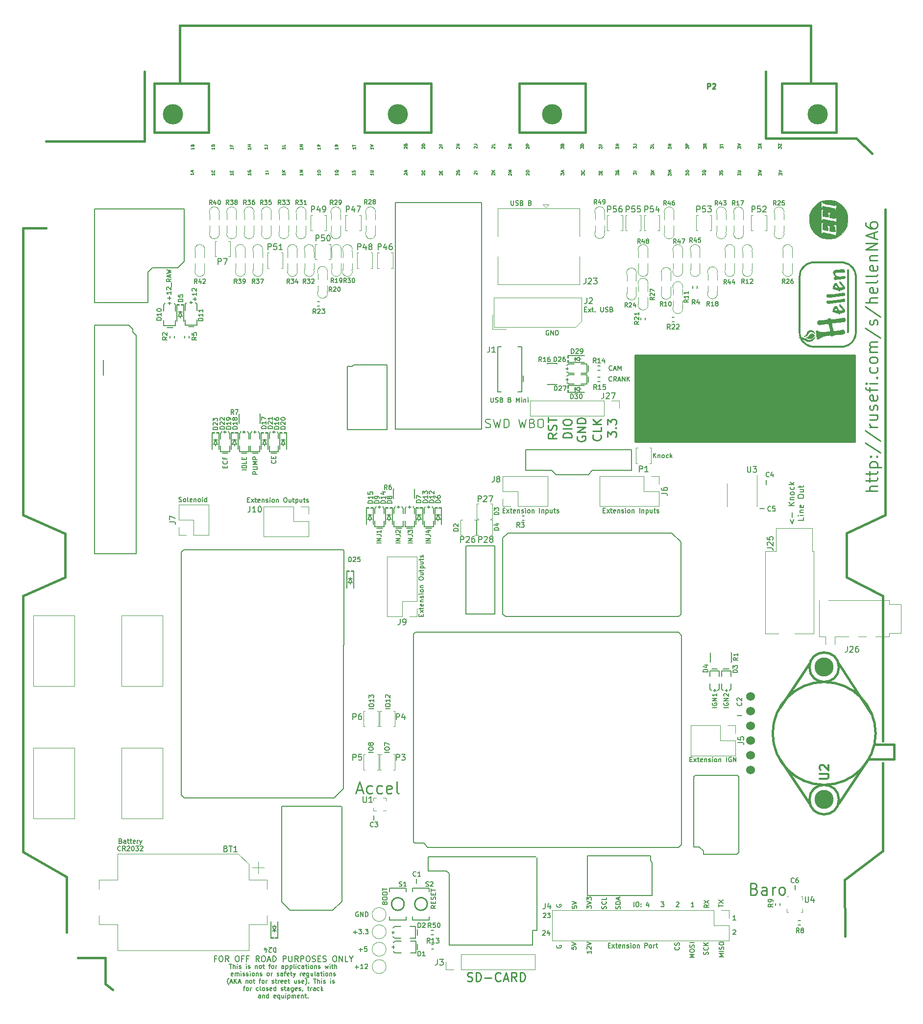
<source format=gto>
G04 #@! TF.GenerationSoftware,KiCad,Pcbnew,(5.99.0-10483-ga6ad7a4a70)*
G04 #@! TF.CreationDate,2021-05-18T19:53:06+03:00*
G04 #@! TF.ProjectId,hellen64_miataNA6_94,68656c6c-656e-4363-945f-6d696174614e,b*
G04 #@! TF.SameCoordinates,PX1406f40PYa852d20*
G04 #@! TF.FileFunction,Legend,Top*
G04 #@! TF.FilePolarity,Positive*
%FSLAX46Y46*%
G04 Gerber Fmt 4.6, Leading zero omitted, Abs format (unit mm)*
G04 Created by KiCad (PCBNEW (5.99.0-10483-ga6ad7a4a70)) date 2021-05-18 19:53:06*
%MOMM*%
%LPD*%
G01*
G04 APERTURE LIST*
%ADD10C,0.381000*%
%ADD11C,0.250000*%
%ADD12C,0.170000*%
%ADD13C,0.127000*%
%ADD14C,0.150000*%
%ADD15C,0.200000*%
%ADD16C,0.222250*%
%ADD17C,0.304800*%
%ADD18C,0.002540*%
%ADD19C,0.203200*%
%ADD20C,0.099060*%
%ADD21C,0.120000*%
%ADD22C,0.254000*%
%ADD23C,3.500120*%
%ADD24C,3.302000*%
%ADD25C,1.524000*%
G04 APERTURE END LIST*
D10*
X9510960Y81150000D02*
X2260960Y84400000D01*
X151260960Y84400000D02*
X151260960Y137107060D01*
X16510960Y3400000D02*
X16510960Y7900000D01*
X6260960Y148900000D02*
X23260960Y148900000D01*
X2260960Y70400000D02*
X9510960Y73650000D01*
X144560960Y81200000D02*
X144560960Y73600000D01*
X9510960Y73650000D02*
X9510960Y81150000D01*
X16510960Y3400000D02*
X17760960Y2400000D01*
X144260960Y21400000D02*
X150860960Y26400000D01*
X146260960Y149400000D02*
X130570960Y149400000D01*
X151260960Y84400000D02*
X144560960Y81200000D01*
X6260960Y133900000D02*
X2260960Y133900000D01*
D11*
X146000000Y112000000D02*
X108000000Y112000000D01*
X108000000Y112000000D02*
X108000000Y97000000D01*
X108000000Y97000000D02*
X146000000Y97000000D01*
X146000000Y97000000D02*
X146000000Y112000000D01*
G36*
X146000000Y112000000D02*
G01*
X108000000Y112000000D01*
X108000000Y97000000D01*
X146000000Y97000000D01*
X146000000Y112000000D01*
G37*
D10*
X149000700Y146807060D02*
X146260960Y149400000D01*
X130570960Y149400000D02*
X130570960Y160900000D01*
X23260960Y148900000D02*
X23260960Y160900000D01*
X16510960Y7900000D02*
X11760960Y7900000D01*
X9760960Y12307060D02*
X9760960Y21900000D01*
X2260960Y84400000D02*
X2260960Y133900000D01*
X144560960Y73600000D02*
X150860960Y70400000D01*
X144300700Y11607060D02*
X144260960Y21400000D01*
X9760960Y21900000D02*
X2260960Y26200000D01*
X150860960Y45307060D02*
X150860960Y70400000D01*
X2260960Y26200000D02*
X2260960Y70400000D01*
X150860960Y26400000D02*
X150860960Y41507060D01*
D12*
X73561904Y16938096D02*
X73180952Y16671429D01*
X73561904Y16480953D02*
X72761904Y16480953D01*
X72761904Y16785715D01*
X72800000Y16861905D01*
X72838095Y16900000D01*
X72914285Y16938096D01*
X73028571Y16938096D01*
X73104761Y16900000D01*
X73142857Y16861905D01*
X73180952Y16785715D01*
X73180952Y16480953D01*
X73142857Y17280953D02*
X73142857Y17547620D01*
X73561904Y17661905D02*
X73561904Y17280953D01*
X72761904Y17280953D01*
X72761904Y17661905D01*
X73523809Y17966667D02*
X73561904Y18080953D01*
X73561904Y18271429D01*
X73523809Y18347620D01*
X73485714Y18385715D01*
X73409523Y18423810D01*
X73333333Y18423810D01*
X73257142Y18385715D01*
X73219047Y18347620D01*
X73180952Y18271429D01*
X73142857Y18119048D01*
X73104761Y18042858D01*
X73066666Y18004762D01*
X72990476Y17966667D01*
X72914285Y17966667D01*
X72838095Y18004762D01*
X72800000Y18042858D01*
X72761904Y18119048D01*
X72761904Y18309524D01*
X72800000Y18423810D01*
X73142857Y18766667D02*
X73142857Y19033334D01*
X73561904Y19147620D02*
X73561904Y18766667D01*
X72761904Y18766667D01*
X72761904Y19147620D01*
X72761904Y19376191D02*
X72761904Y19833334D01*
X73561904Y19604762D02*
X72761904Y19604762D01*
D13*
X116792809Y147603667D02*
X116792809Y147918143D01*
X116986333Y147748810D01*
X116986333Y147821381D01*
X117010523Y147869762D01*
X117034714Y147893953D01*
X117083095Y147918143D01*
X117204047Y147918143D01*
X117252428Y147893953D01*
X117276619Y147869762D01*
X117300809Y147821381D01*
X117300809Y147676239D01*
X117276619Y147627858D01*
X117252428Y147603667D01*
X117300809Y148135858D02*
X116792809Y148135858D01*
X116792809Y148329381D01*
X116817000Y148377762D01*
X116841190Y148401953D01*
X116889571Y148426143D01*
X116962142Y148426143D01*
X117010523Y148401953D01*
X117034714Y148377762D01*
X117058904Y148329381D01*
X117058904Y148135858D01*
D12*
X60314285Y9342858D02*
X60923809Y9342858D01*
X60619047Y9038096D02*
X60619047Y9647620D01*
X61685714Y9838096D02*
X61304761Y9838096D01*
X61266666Y9457143D01*
X61304761Y9495239D01*
X61380952Y9533334D01*
X61571428Y9533334D01*
X61647619Y9495239D01*
X61685714Y9457143D01*
X61723809Y9380953D01*
X61723809Y9190477D01*
X61685714Y9114286D01*
X61647619Y9076191D01*
X61571428Y9038096D01*
X61380952Y9038096D01*
X61304761Y9076191D01*
X61266666Y9114286D01*
D13*
X101806809Y143055858D02*
X101806809Y143370334D01*
X102000333Y143201000D01*
X102000333Y143273572D01*
X102024523Y143321953D01*
X102048714Y143346143D01*
X102097095Y143370334D01*
X102218047Y143370334D01*
X102266428Y143346143D01*
X102290619Y143321953D01*
X102314809Y143273572D01*
X102314809Y143128429D01*
X102290619Y143080048D01*
X102266428Y143055858D01*
X102048714Y143588048D02*
X102048714Y143757381D01*
X102314809Y143829953D02*
X102314809Y143588048D01*
X101806809Y143588048D01*
X101806809Y143829953D01*
X44529809Y147851620D02*
X44529809Y147561334D01*
X44529809Y147706477D02*
X44021809Y147706477D01*
X44094380Y147658096D01*
X44142761Y147609715D01*
X44166952Y147561334D01*
X44021809Y148214477D02*
X44384666Y148214477D01*
X44457238Y148190286D01*
X44505619Y148141905D01*
X44529809Y148069334D01*
X44529809Y148020953D01*
D12*
X104048319Y109421346D02*
X104010223Y109383251D01*
X103895938Y109345156D01*
X103819747Y109345156D01*
X103705461Y109383251D01*
X103629271Y109459441D01*
X103591176Y109535632D01*
X103553080Y109688013D01*
X103553080Y109802299D01*
X103591176Y109954680D01*
X103629271Y110030870D01*
X103705461Y110107060D01*
X103819747Y110145156D01*
X103895938Y110145156D01*
X104010223Y110107060D01*
X104048319Y110068965D01*
X104353080Y109573727D02*
X104734033Y109573727D01*
X104276890Y109345156D02*
X104543557Y110145156D01*
X104810223Y109345156D01*
X105076890Y109345156D02*
X105076890Y110145156D01*
X105343557Y109573727D01*
X105610223Y110145156D01*
X105610223Y109345156D01*
X120762604Y17065180D02*
X120381652Y16798513D01*
X120762604Y16608037D02*
X119962604Y16608037D01*
X119962604Y16912799D01*
X120000700Y16988989D01*
X120038795Y17027084D01*
X120114985Y17065180D01*
X120229271Y17065180D01*
X120305461Y17027084D01*
X120343557Y16988989D01*
X120381652Y16912799D01*
X120381652Y16608037D01*
X119962604Y17331846D02*
X120762604Y17865180D01*
X119962604Y17865180D02*
X120762604Y17331846D01*
D13*
X62817809Y143334048D02*
X62817809Y143043762D01*
X62817809Y143188905D02*
X62309809Y143188905D01*
X62382380Y143140524D01*
X62430761Y143092143D01*
X62454952Y143043762D01*
X62309809Y143551762D02*
X62721047Y143551762D01*
X62769428Y143575953D01*
X62793619Y143600143D01*
X62817809Y143648524D01*
X62817809Y143745286D01*
X62793619Y143793667D01*
X62769428Y143817858D01*
X62721047Y143842048D01*
X62309809Y143842048D01*
D12*
X86585714Y138638096D02*
X86585714Y137990477D01*
X86623809Y137914286D01*
X86661904Y137876191D01*
X86738095Y137838096D01*
X86890476Y137838096D01*
X86966666Y137876191D01*
X87004761Y137914286D01*
X87042857Y137990477D01*
X87042857Y138638096D01*
X87385714Y137876191D02*
X87500000Y137838096D01*
X87690476Y137838096D01*
X87766666Y137876191D01*
X87804761Y137914286D01*
X87842857Y137990477D01*
X87842857Y138066667D01*
X87804761Y138142858D01*
X87766666Y138180953D01*
X87690476Y138219048D01*
X87538095Y138257143D01*
X87461904Y138295239D01*
X87423809Y138333334D01*
X87385714Y138409524D01*
X87385714Y138485715D01*
X87423809Y138561905D01*
X87461904Y138600000D01*
X87538095Y138638096D01*
X87728571Y138638096D01*
X87842857Y138600000D01*
X88452380Y138257143D02*
X88566666Y138219048D01*
X88604761Y138180953D01*
X88642857Y138104762D01*
X88642857Y137990477D01*
X88604761Y137914286D01*
X88566666Y137876191D01*
X88490476Y137838096D01*
X88185714Y137838096D01*
X88185714Y138638096D01*
X88452380Y138638096D01*
X88528571Y138600000D01*
X88566666Y138561905D01*
X88604761Y138485715D01*
X88604761Y138409524D01*
X88566666Y138333334D01*
X88528571Y138295239D01*
X88452380Y138257143D01*
X88185714Y138257143D01*
X89861904Y138257143D02*
X89976190Y138219048D01*
X90014285Y138180953D01*
X90052380Y138104762D01*
X90052380Y137990477D01*
X90014285Y137914286D01*
X89976190Y137876191D01*
X89900000Y137838096D01*
X89595238Y137838096D01*
X89595238Y138638096D01*
X89861904Y138638096D01*
X89938095Y138600000D01*
X89976190Y138561905D01*
X90014285Y138485715D01*
X90014285Y138409524D01*
X89976190Y138333334D01*
X89938095Y138295239D01*
X89861904Y138257143D01*
X89595238Y138257143D01*
D13*
X59769809Y147851620D02*
X59769809Y147561334D01*
X59769809Y147706477D02*
X59261809Y147706477D01*
X59334380Y147658096D01*
X59382761Y147609715D01*
X59406952Y147561334D01*
X59261809Y147996762D02*
X59261809Y148287048D01*
X59769809Y148141905D02*
X59261809Y148141905D01*
X132794809Y147615762D02*
X132794809Y147930239D01*
X132988333Y147760905D01*
X132988333Y147833477D01*
X133012523Y147881858D01*
X133036714Y147906048D01*
X133085095Y147930239D01*
X133206047Y147930239D01*
X133254428Y147906048D01*
X133278619Y147881858D01*
X133302809Y147833477D01*
X133302809Y147688334D01*
X133278619Y147639953D01*
X133254428Y147615762D01*
X132794809Y148099572D02*
X132794809Y148438239D01*
X133302809Y148099572D01*
X133302809Y148438239D01*
D12*
X122462604Y16693751D02*
X122462604Y17150894D01*
X123262604Y16922322D02*
X122462604Y16922322D01*
X122462604Y17341370D02*
X123262604Y17874703D01*
X122462604Y17874703D02*
X123262604Y17341370D01*
X123362604Y8108037D02*
X122562604Y8108037D01*
X123134033Y8374703D01*
X122562604Y8641370D01*
X123362604Y8641370D01*
X123362604Y9022322D02*
X122562604Y9022322D01*
X123324509Y9365180D02*
X123362604Y9479465D01*
X123362604Y9669941D01*
X123324509Y9746132D01*
X123286414Y9784227D01*
X123210223Y9822322D01*
X123134033Y9822322D01*
X123057842Y9784227D01*
X123019747Y9746132D01*
X122981652Y9669941D01*
X122943557Y9517560D01*
X122905461Y9441370D01*
X122867366Y9403275D01*
X122791176Y9365180D01*
X122714985Y9365180D01*
X122638795Y9403275D01*
X122600700Y9441370D01*
X122562604Y9517560D01*
X122562604Y9708037D01*
X122600700Y9822322D01*
X122562604Y10317560D02*
X122562604Y10469941D01*
X122600700Y10546132D01*
X122676890Y10622322D01*
X122829271Y10660418D01*
X123095938Y10660418D01*
X123248319Y10622322D01*
X123324509Y10546132D01*
X123362604Y10469941D01*
X123362604Y10317560D01*
X123324509Y10241370D01*
X123248319Y10165180D01*
X123095938Y10127084D01*
X122829271Y10127084D01*
X122676890Y10165180D01*
X122600700Y10241370D01*
X122562604Y10317560D01*
X72662604Y79508037D02*
X71862604Y79508037D01*
X72662604Y79888989D02*
X71862604Y79888989D01*
X72662604Y80346132D01*
X71862604Y80346132D01*
X71862604Y80955656D02*
X72434033Y80955656D01*
X72548319Y80917560D01*
X72624509Y80841370D01*
X72662604Y80727084D01*
X72662604Y80650894D01*
X72129271Y81679465D02*
X72662604Y81679465D01*
X71824509Y81488989D02*
X72395938Y81298513D01*
X72395938Y81793751D01*
D11*
X79048914Y3949918D02*
X79263200Y3878489D01*
X79620342Y3878489D01*
X79763200Y3949918D01*
X79834628Y4021346D01*
X79906057Y4164203D01*
X79906057Y4307060D01*
X79834628Y4449918D01*
X79763200Y4521346D01*
X79620342Y4592775D01*
X79334628Y4664203D01*
X79191771Y4735632D01*
X79120342Y4807060D01*
X79048914Y4949918D01*
X79048914Y5092775D01*
X79120342Y5235632D01*
X79191771Y5307060D01*
X79334628Y5378489D01*
X79691771Y5378489D01*
X79906057Y5307060D01*
X80548914Y3878489D02*
X80548914Y5378489D01*
X80906057Y5378489D01*
X81120342Y5307060D01*
X81263200Y5164203D01*
X81334628Y5021346D01*
X81406057Y4735632D01*
X81406057Y4521346D01*
X81334628Y4235632D01*
X81263200Y4092775D01*
X81120342Y3949918D01*
X80906057Y3878489D01*
X80548914Y3878489D01*
X82048914Y4449918D02*
X83191771Y4449918D01*
X84763200Y4021346D02*
X84691771Y3949918D01*
X84477485Y3878489D01*
X84334628Y3878489D01*
X84120342Y3949918D01*
X83977485Y4092775D01*
X83906057Y4235632D01*
X83834628Y4521346D01*
X83834628Y4735632D01*
X83906057Y5021346D01*
X83977485Y5164203D01*
X84120342Y5307060D01*
X84334628Y5378489D01*
X84477485Y5378489D01*
X84691771Y5307060D01*
X84763200Y5235632D01*
X85334628Y4307060D02*
X86048914Y4307060D01*
X85191771Y3878489D02*
X85691771Y5378489D01*
X86191771Y3878489D01*
X87548914Y3878489D02*
X87048914Y4592775D01*
X86691771Y3878489D02*
X86691771Y5378489D01*
X87263200Y5378489D01*
X87406057Y5307060D01*
X87477485Y5235632D01*
X87548914Y5092775D01*
X87548914Y4878489D01*
X87477485Y4735632D01*
X87406057Y4664203D01*
X87263200Y4592775D01*
X86691771Y4592775D01*
X88191771Y3878489D02*
X88191771Y5378489D01*
X88548914Y5378489D01*
X88763200Y5307060D01*
X88906057Y5164203D01*
X88977485Y5021346D01*
X89048914Y4735632D01*
X89048914Y4521346D01*
X88977485Y4235632D01*
X88906057Y4092775D01*
X88763200Y3949918D01*
X88548914Y3878489D01*
X88191771Y3878489D01*
D13*
X95202809Y143067953D02*
X95202809Y143382429D01*
X95396333Y143213096D01*
X95396333Y143285667D01*
X95420523Y143334048D01*
X95444714Y143358239D01*
X95493095Y143382429D01*
X95614047Y143382429D01*
X95662428Y143358239D01*
X95686619Y143334048D01*
X95710809Y143285667D01*
X95710809Y143140524D01*
X95686619Y143092143D01*
X95662428Y143067953D01*
X95565666Y143575953D02*
X95565666Y143817858D01*
X95710809Y143527572D02*
X95202809Y143696905D01*
X95710809Y143866239D01*
X101806809Y147639953D02*
X101806809Y147954429D01*
X102000333Y147785096D01*
X102000333Y147857667D01*
X102024523Y147906048D01*
X102048714Y147930239D01*
X102097095Y147954429D01*
X102218047Y147954429D01*
X102266428Y147930239D01*
X102290619Y147906048D01*
X102314809Y147857667D01*
X102314809Y147712524D01*
X102290619Y147664143D01*
X102266428Y147639953D01*
X102048714Y148341477D02*
X102048714Y148172143D01*
X102314809Y148172143D02*
X101806809Y148172143D01*
X101806809Y148414048D01*
X119713809Y143019572D02*
X119713809Y143334048D01*
X119907333Y143164715D01*
X119907333Y143237286D01*
X119931523Y143285667D01*
X119955714Y143309858D01*
X120004095Y143334048D01*
X120125047Y143334048D01*
X120173428Y143309858D01*
X120197619Y143285667D01*
X120221809Y143237286D01*
X120221809Y143092143D01*
X120197619Y143043762D01*
X120173428Y143019572D01*
X120270190Y143890429D02*
X120246000Y143842048D01*
X120197619Y143793667D01*
X120125047Y143721096D01*
X120100857Y143672715D01*
X120100857Y143624334D01*
X120221809Y143648524D02*
X120197619Y143600143D01*
X120149238Y143551762D01*
X120052476Y143527572D01*
X119883142Y143527572D01*
X119786380Y143551762D01*
X119738000Y143600143D01*
X119713809Y143648524D01*
X119713809Y143745286D01*
X119738000Y143793667D01*
X119786380Y143842048D01*
X119883142Y143866239D01*
X120052476Y143866239D01*
X120149238Y143842048D01*
X120197619Y143793667D01*
X120221809Y143745286D01*
X120221809Y143648524D01*
X110823809Y143031667D02*
X110823809Y143346143D01*
X111017333Y143176810D01*
X111017333Y143249381D01*
X111041523Y143297762D01*
X111065714Y143321953D01*
X111114095Y143346143D01*
X111235047Y143346143D01*
X111283428Y143321953D01*
X111307619Y143297762D01*
X111331809Y143249381D01*
X111331809Y143104239D01*
X111307619Y143055858D01*
X111283428Y143031667D01*
X111331809Y143563858D02*
X110823809Y143563858D01*
X111331809Y143854143D02*
X111041523Y143636429D01*
X110823809Y143854143D02*
X111114095Y143563858D01*
D12*
X84462604Y81716584D02*
X83662604Y81716584D01*
X83662604Y81907060D01*
X83700700Y82021346D01*
X83776890Y82097537D01*
X83853080Y82135632D01*
X84005461Y82173727D01*
X84119747Y82173727D01*
X84272128Y82135632D01*
X84348319Y82097537D01*
X84424509Y82021346D01*
X84462604Y81907060D01*
X84462604Y81716584D01*
X83929271Y82859441D02*
X84462604Y82859441D01*
X83624509Y82668965D02*
X84195938Y82478489D01*
X84195938Y82973727D01*
D14*
X134880714Y83590477D02*
X135166428Y82828572D01*
X135452142Y83590477D01*
X135214047Y83971429D02*
X135214047Y84828572D01*
X135547380Y85971429D02*
X134547380Y85971429D01*
X135547380Y86542858D02*
X134975952Y86114286D01*
X134547380Y86542858D02*
X135118809Y85971429D01*
X134880714Y86971429D02*
X135547380Y86971429D01*
X134975952Y86971429D02*
X134928333Y87019048D01*
X134880714Y87114286D01*
X134880714Y87257143D01*
X134928333Y87352381D01*
X135023571Y87400000D01*
X135547380Y87400000D01*
X135547380Y88019048D02*
X135499761Y87923810D01*
X135452142Y87876191D01*
X135356904Y87828572D01*
X135071190Y87828572D01*
X134975952Y87876191D01*
X134928333Y87923810D01*
X134880714Y88019048D01*
X134880714Y88161905D01*
X134928333Y88257143D01*
X134975952Y88304762D01*
X135071190Y88352381D01*
X135356904Y88352381D01*
X135452142Y88304762D01*
X135499761Y88257143D01*
X135547380Y88161905D01*
X135547380Y88019048D01*
X135499761Y89209524D02*
X135547380Y89114286D01*
X135547380Y88923810D01*
X135499761Y88828572D01*
X135452142Y88780953D01*
X135356904Y88733334D01*
X135071190Y88733334D01*
X134975952Y88780953D01*
X134928333Y88828572D01*
X134880714Y88923810D01*
X134880714Y89114286D01*
X134928333Y89209524D01*
X135547380Y89638096D02*
X134547380Y89638096D01*
X135166428Y89733334D02*
X135547380Y90019048D01*
X134880714Y90019048D02*
X135261666Y89638096D01*
X137157380Y83947620D02*
X137157380Y83471429D01*
X136157380Y83471429D01*
X137157380Y84280953D02*
X136490714Y84280953D01*
X136157380Y84280953D02*
X136205000Y84233334D01*
X136252619Y84280953D01*
X136205000Y84328572D01*
X136157380Y84280953D01*
X136252619Y84280953D01*
X136490714Y84757143D02*
X137157380Y84757143D01*
X136585952Y84757143D02*
X136538333Y84804762D01*
X136490714Y84900000D01*
X136490714Y85042858D01*
X136538333Y85138096D01*
X136633571Y85185715D01*
X137157380Y85185715D01*
X137109761Y86042858D02*
X137157380Y85947620D01*
X137157380Y85757143D01*
X137109761Y85661905D01*
X137014523Y85614286D01*
X136633571Y85614286D01*
X136538333Y85661905D01*
X136490714Y85757143D01*
X136490714Y85947620D01*
X136538333Y86042858D01*
X136633571Y86090477D01*
X136728809Y86090477D01*
X136824047Y85614286D01*
X136157380Y87471429D02*
X136157380Y87661905D01*
X136205000Y87757143D01*
X136300238Y87852381D01*
X136490714Y87900000D01*
X136824047Y87900000D01*
X137014523Y87852381D01*
X137109761Y87757143D01*
X137157380Y87661905D01*
X137157380Y87471429D01*
X137109761Y87376191D01*
X137014523Y87280953D01*
X136824047Y87233334D01*
X136490714Y87233334D01*
X136300238Y87280953D01*
X136205000Y87376191D01*
X136157380Y87471429D01*
X136490714Y88757143D02*
X137157380Y88757143D01*
X136490714Y88328572D02*
X137014523Y88328572D01*
X137109761Y88376191D01*
X137157380Y88471429D01*
X137157380Y88614286D01*
X137109761Y88709524D01*
X137062142Y88757143D01*
X136490714Y89090477D02*
X136490714Y89471429D01*
X136157380Y89233334D02*
X137014523Y89233334D01*
X137109761Y89280953D01*
X137157380Y89376191D01*
X137157380Y89471429D01*
D12*
X41043557Y86964203D02*
X41310223Y86964203D01*
X41424509Y86545156D02*
X41043557Y86545156D01*
X41043557Y87345156D01*
X41424509Y87345156D01*
X41691176Y86545156D02*
X42110223Y87078489D01*
X41691176Y87078489D02*
X42110223Y86545156D01*
X42300700Y87078489D02*
X42605461Y87078489D01*
X42414985Y87345156D02*
X42414985Y86659441D01*
X42453080Y86583251D01*
X42529271Y86545156D01*
X42605461Y86545156D01*
X43176890Y86583251D02*
X43100700Y86545156D01*
X42948319Y86545156D01*
X42872128Y86583251D01*
X42834033Y86659441D01*
X42834033Y86964203D01*
X42872128Y87040394D01*
X42948319Y87078489D01*
X43100700Y87078489D01*
X43176890Y87040394D01*
X43214985Y86964203D01*
X43214985Y86888013D01*
X42834033Y86811822D01*
X43557842Y87078489D02*
X43557842Y86545156D01*
X43557842Y87002299D02*
X43595938Y87040394D01*
X43672128Y87078489D01*
X43786414Y87078489D01*
X43862604Y87040394D01*
X43900700Y86964203D01*
X43900700Y86545156D01*
X44243557Y86583251D02*
X44319747Y86545156D01*
X44472128Y86545156D01*
X44548319Y86583251D01*
X44586414Y86659441D01*
X44586414Y86697537D01*
X44548319Y86773727D01*
X44472128Y86811822D01*
X44357842Y86811822D01*
X44281652Y86849918D01*
X44243557Y86926108D01*
X44243557Y86964203D01*
X44281652Y87040394D01*
X44357842Y87078489D01*
X44472128Y87078489D01*
X44548319Y87040394D01*
X44929271Y86545156D02*
X44929271Y87078489D01*
X44929271Y87345156D02*
X44891176Y87307060D01*
X44929271Y87268965D01*
X44967366Y87307060D01*
X44929271Y87345156D01*
X44929271Y87268965D01*
X45424509Y86545156D02*
X45348319Y86583251D01*
X45310223Y86621346D01*
X45272128Y86697537D01*
X45272128Y86926108D01*
X45310223Y87002299D01*
X45348319Y87040394D01*
X45424509Y87078489D01*
X45538795Y87078489D01*
X45614985Y87040394D01*
X45653080Y87002299D01*
X45691176Y86926108D01*
X45691176Y86697537D01*
X45653080Y86621346D01*
X45614985Y86583251D01*
X45538795Y86545156D01*
X45424509Y86545156D01*
X46034033Y87078489D02*
X46034033Y86545156D01*
X46034033Y87002299D02*
X46072128Y87040394D01*
X46148319Y87078489D01*
X46262604Y87078489D01*
X46338795Y87040394D01*
X46376890Y86964203D01*
X46376890Y86545156D01*
X47519747Y87345156D02*
X47672128Y87345156D01*
X47748319Y87307060D01*
X47824509Y87230870D01*
X47862604Y87078489D01*
X47862604Y86811822D01*
X47824509Y86659441D01*
X47748319Y86583251D01*
X47672128Y86545156D01*
X47519747Y86545156D01*
X47443557Y86583251D01*
X47367366Y86659441D01*
X47329271Y86811822D01*
X47329271Y87078489D01*
X47367366Y87230870D01*
X47443557Y87307060D01*
X47519747Y87345156D01*
X48548319Y87078489D02*
X48548319Y86545156D01*
X48205461Y87078489D02*
X48205461Y86659441D01*
X48243557Y86583251D01*
X48319747Y86545156D01*
X48434033Y86545156D01*
X48510223Y86583251D01*
X48548319Y86621346D01*
X48814985Y87078489D02*
X49119747Y87078489D01*
X48929271Y87345156D02*
X48929271Y86659441D01*
X48967366Y86583251D01*
X49043557Y86545156D01*
X49119747Y86545156D01*
X49386414Y87078489D02*
X49386414Y86278489D01*
X49386414Y87040394D02*
X49462604Y87078489D01*
X49614985Y87078489D01*
X49691176Y87040394D01*
X49729271Y87002299D01*
X49767366Y86926108D01*
X49767366Y86697537D01*
X49729271Y86621346D01*
X49691176Y86583251D01*
X49614985Y86545156D01*
X49462604Y86545156D01*
X49386414Y86583251D01*
X50453080Y87078489D02*
X50453080Y86545156D01*
X50110223Y87078489D02*
X50110223Y86659441D01*
X50148319Y86583251D01*
X50224509Y86545156D01*
X50338795Y86545156D01*
X50414985Y86583251D01*
X50453080Y86621346D01*
X50719747Y87078489D02*
X51024509Y87078489D01*
X50834033Y87345156D02*
X50834033Y86659441D01*
X50872128Y86583251D01*
X50948319Y86545156D01*
X51024509Y86545156D01*
X51253080Y86583251D02*
X51329271Y86545156D01*
X51481652Y86545156D01*
X51557842Y86583251D01*
X51595938Y86659441D01*
X51595938Y86697537D01*
X51557842Y86773727D01*
X51481652Y86811822D01*
X51367366Y86811822D01*
X51291176Y86849918D01*
X51253080Y86926108D01*
X51253080Y86964203D01*
X51291176Y87040394D01*
X51367366Y87078489D01*
X51481652Y87078489D01*
X51557842Y87040394D01*
D13*
X74296190Y147664143D02*
X74272000Y147688334D01*
X74247809Y147736715D01*
X74247809Y147857667D01*
X74272000Y147906048D01*
X74296190Y147930239D01*
X74344571Y147954429D01*
X74392952Y147954429D01*
X74465523Y147930239D01*
X74755809Y147639953D01*
X74755809Y147954429D01*
X74489714Y148341477D02*
X74489714Y148172143D01*
X74755809Y148172143D02*
X74247809Y148172143D01*
X74247809Y148414048D01*
D12*
X71043557Y66849918D02*
X71043557Y67116584D01*
X71462604Y67230870D02*
X71462604Y66849918D01*
X70662604Y66849918D01*
X70662604Y67230870D01*
X71462604Y67497537D02*
X70929271Y67916584D01*
X70929271Y67497537D02*
X71462604Y67916584D01*
X70929271Y68107060D02*
X70929271Y68411822D01*
X70662604Y68221346D02*
X71348319Y68221346D01*
X71424509Y68259441D01*
X71462604Y68335632D01*
X71462604Y68411822D01*
X71424509Y68983251D02*
X71462604Y68907060D01*
X71462604Y68754680D01*
X71424509Y68678489D01*
X71348319Y68640394D01*
X71043557Y68640394D01*
X70967366Y68678489D01*
X70929271Y68754680D01*
X70929271Y68907060D01*
X70967366Y68983251D01*
X71043557Y69021346D01*
X71119747Y69021346D01*
X71195938Y68640394D01*
X70929271Y69364203D02*
X71462604Y69364203D01*
X71005461Y69364203D02*
X70967366Y69402299D01*
X70929271Y69478489D01*
X70929271Y69592775D01*
X70967366Y69668965D01*
X71043557Y69707060D01*
X71462604Y69707060D01*
X71424509Y70049918D02*
X71462604Y70126108D01*
X71462604Y70278489D01*
X71424509Y70354680D01*
X71348319Y70392775D01*
X71310223Y70392775D01*
X71234033Y70354680D01*
X71195938Y70278489D01*
X71195938Y70164203D01*
X71157842Y70088013D01*
X71081652Y70049918D01*
X71043557Y70049918D01*
X70967366Y70088013D01*
X70929271Y70164203D01*
X70929271Y70278489D01*
X70967366Y70354680D01*
X71462604Y70735632D02*
X70929271Y70735632D01*
X70662604Y70735632D02*
X70700700Y70697537D01*
X70738795Y70735632D01*
X70700700Y70773727D01*
X70662604Y70735632D01*
X70738795Y70735632D01*
X71462604Y71230870D02*
X71424509Y71154680D01*
X71386414Y71116584D01*
X71310223Y71078489D01*
X71081652Y71078489D01*
X71005461Y71116584D01*
X70967366Y71154680D01*
X70929271Y71230870D01*
X70929271Y71345156D01*
X70967366Y71421346D01*
X71005461Y71459441D01*
X71081652Y71497537D01*
X71310223Y71497537D01*
X71386414Y71459441D01*
X71424509Y71421346D01*
X71462604Y71345156D01*
X71462604Y71230870D01*
X70929271Y71840394D02*
X71462604Y71840394D01*
X71005461Y71840394D02*
X70967366Y71878489D01*
X70929271Y71954680D01*
X70929271Y72068965D01*
X70967366Y72145156D01*
X71043557Y72183251D01*
X71462604Y72183251D01*
X70662604Y73326108D02*
X70662604Y73478489D01*
X70700700Y73554680D01*
X70776890Y73630870D01*
X70929271Y73668965D01*
X71195938Y73668965D01*
X71348319Y73630870D01*
X71424509Y73554680D01*
X71462604Y73478489D01*
X71462604Y73326108D01*
X71424509Y73249918D01*
X71348319Y73173727D01*
X71195938Y73135632D01*
X70929271Y73135632D01*
X70776890Y73173727D01*
X70700700Y73249918D01*
X70662604Y73326108D01*
X70929271Y74354680D02*
X71462604Y74354680D01*
X70929271Y74011822D02*
X71348319Y74011822D01*
X71424509Y74049918D01*
X71462604Y74126108D01*
X71462604Y74240394D01*
X71424509Y74316584D01*
X71386414Y74354680D01*
X70929271Y74621346D02*
X70929271Y74926108D01*
X70662604Y74735632D02*
X71348319Y74735632D01*
X71424509Y74773727D01*
X71462604Y74849918D01*
X71462604Y74926108D01*
X70929271Y75192775D02*
X71729271Y75192775D01*
X70967366Y75192775D02*
X70929271Y75268965D01*
X70929271Y75421346D01*
X70967366Y75497537D01*
X71005461Y75535632D01*
X71081652Y75573727D01*
X71310223Y75573727D01*
X71386414Y75535632D01*
X71424509Y75497537D01*
X71462604Y75421346D01*
X71462604Y75268965D01*
X71424509Y75192775D01*
X70929271Y76259441D02*
X71462604Y76259441D01*
X70929271Y75916584D02*
X71348319Y75916584D01*
X71424509Y75954680D01*
X71462604Y76030870D01*
X71462604Y76145156D01*
X71424509Y76221346D01*
X71386414Y76259441D01*
X70929271Y76526108D02*
X70929271Y76830870D01*
X70662604Y76640394D02*
X71348319Y76640394D01*
X71424509Y76678489D01*
X71462604Y76754680D01*
X71462604Y76830870D01*
X71424509Y77059441D02*
X71462604Y77135632D01*
X71462604Y77288013D01*
X71424509Y77364203D01*
X71348319Y77402299D01*
X71310223Y77402299D01*
X71234033Y77364203D01*
X71195938Y77288013D01*
X71195938Y77173727D01*
X71157842Y77097537D01*
X71081652Y77059441D01*
X71043557Y77059441D01*
X70967366Y77097537D01*
X70929271Y77173727D01*
X70929271Y77288013D01*
X70967366Y77364203D01*
X115586414Y9765180D02*
X115624509Y9727084D01*
X115662604Y9612799D01*
X115662604Y9536608D01*
X115624509Y9422322D01*
X115548319Y9346132D01*
X115472128Y9308037D01*
X115319747Y9269941D01*
X115205461Y9269941D01*
X115053080Y9308037D01*
X114976890Y9346132D01*
X114900700Y9422322D01*
X114862604Y9536608D01*
X114862604Y9612799D01*
X114900700Y9727084D01*
X114938795Y9765180D01*
X115624509Y10069941D02*
X115662604Y10184227D01*
X115662604Y10374703D01*
X115624509Y10450894D01*
X115586414Y10488989D01*
X115510223Y10527084D01*
X115434033Y10527084D01*
X115357842Y10488989D01*
X115319747Y10450894D01*
X115281652Y10374703D01*
X115243557Y10222322D01*
X115205461Y10146132D01*
X115167366Y10108037D01*
X115091176Y10069941D01*
X115014985Y10069941D01*
X114938795Y10108037D01*
X114900700Y10146132D01*
X114862604Y10222322D01*
X114862604Y10412799D01*
X114900700Y10527084D01*
X111200700Y94245156D02*
X111200700Y95045156D01*
X111657842Y94245156D02*
X111314985Y94702299D01*
X111657842Y95045156D02*
X111200700Y94588013D01*
X112000700Y94778489D02*
X112000700Y94245156D01*
X112000700Y94702299D02*
X112038795Y94740394D01*
X112114985Y94778489D01*
X112229271Y94778489D01*
X112305461Y94740394D01*
X112343557Y94664203D01*
X112343557Y94245156D01*
X112838795Y94245156D02*
X112762604Y94283251D01*
X112724509Y94321346D01*
X112686414Y94397537D01*
X112686414Y94626108D01*
X112724509Y94702299D01*
X112762604Y94740394D01*
X112838795Y94778489D01*
X112953080Y94778489D01*
X113029271Y94740394D01*
X113067366Y94702299D01*
X113105461Y94626108D01*
X113105461Y94397537D01*
X113067366Y94321346D01*
X113029271Y94283251D01*
X112953080Y94245156D01*
X112838795Y94245156D01*
X113791176Y94283251D02*
X113714985Y94245156D01*
X113562604Y94245156D01*
X113486414Y94283251D01*
X113448319Y94321346D01*
X113410223Y94397537D01*
X113410223Y94626108D01*
X113448319Y94702299D01*
X113486414Y94740394D01*
X113562604Y94778489D01*
X113714985Y94778489D01*
X113791176Y94740394D01*
X114134033Y94245156D02*
X114134033Y95045156D01*
X114210223Y94549918D02*
X114438795Y94245156D01*
X114438795Y94778489D02*
X114134033Y94473727D01*
X40862604Y92121346D02*
X40062604Y92121346D01*
X40862604Y92502299D02*
X40062604Y92502299D01*
X40062604Y92692775D01*
X40100700Y92807060D01*
X40176890Y92883251D01*
X40253080Y92921346D01*
X40405461Y92959441D01*
X40519747Y92959441D01*
X40672128Y92921346D01*
X40748319Y92883251D01*
X40824509Y92807060D01*
X40862604Y92692775D01*
X40862604Y92502299D01*
X40862604Y93683251D02*
X40862604Y93302299D01*
X40062604Y93302299D01*
X40443557Y93949918D02*
X40443557Y94216584D01*
X40862604Y94330870D02*
X40862604Y93949918D01*
X40062604Y93949918D01*
X40062604Y94330870D01*
D13*
X122761809Y147664143D02*
X122761809Y147978620D01*
X122955333Y147809286D01*
X122955333Y147881858D01*
X122979523Y147930239D01*
X123003714Y147954429D01*
X123052095Y147978620D01*
X123173047Y147978620D01*
X123221428Y147954429D01*
X123245619Y147930239D01*
X123269809Y147881858D01*
X123269809Y147736715D01*
X123245619Y147688334D01*
X123221428Y147664143D01*
X122761809Y148123762D02*
X122761809Y148414048D01*
X123269809Y148268905D02*
X122761809Y148268905D01*
X47577809Y147839524D02*
X47577809Y147549239D01*
X47577809Y147694381D02*
X47069809Y147694381D01*
X47142380Y147646000D01*
X47190761Y147597620D01*
X47214952Y147549239D01*
X47577809Y148299143D02*
X47577809Y148057239D01*
X47069809Y148057239D01*
D12*
X64162604Y79508037D02*
X63362604Y79508037D01*
X64162604Y79888989D02*
X63362604Y79888989D01*
X64162604Y80346132D01*
X63362604Y80346132D01*
X63362604Y80955656D02*
X63934033Y80955656D01*
X64048319Y80917560D01*
X64124509Y80841370D01*
X64162604Y80727084D01*
X64162604Y80650894D01*
X64162604Y81755656D02*
X64162604Y81298513D01*
X64162604Y81527084D02*
X63362604Y81527084D01*
X63476890Y81450894D01*
X63553080Y81374703D01*
X63591176Y81298513D01*
X69562604Y79508037D02*
X68762604Y79508037D01*
X69562604Y79888989D02*
X68762604Y79888989D01*
X69562604Y80346132D01*
X68762604Y80346132D01*
X68762604Y80955656D02*
X69334033Y80955656D01*
X69448319Y80917560D01*
X69524509Y80841370D01*
X69562604Y80727084D01*
X69562604Y80650894D01*
X68762604Y81260418D02*
X68762604Y81755656D01*
X69067366Y81488989D01*
X69067366Y81603275D01*
X69105461Y81679465D01*
X69143557Y81717560D01*
X69219747Y81755656D01*
X69410223Y81755656D01*
X69486414Y81717560D01*
X69524509Y81679465D01*
X69562604Y81603275D01*
X69562604Y81374703D01*
X69524509Y81298513D01*
X69486414Y81260418D01*
X125420723Y14445156D02*
X124963580Y14445156D01*
X125192152Y14445156D02*
X125192152Y15245156D01*
X125115961Y15130870D01*
X125039771Y15054680D01*
X124963580Y15016584D01*
D13*
X107775809Y147664143D02*
X107775809Y147978620D01*
X107969333Y147809286D01*
X107969333Y147881858D01*
X107993523Y147930239D01*
X108017714Y147954429D01*
X108066095Y147978620D01*
X108187047Y147978620D01*
X108235428Y147954429D01*
X108259619Y147930239D01*
X108283809Y147881858D01*
X108283809Y147736715D01*
X108259619Y147688334D01*
X108235428Y147664143D01*
X107775809Y148341477D02*
X108138666Y148341477D01*
X108211238Y148317286D01*
X108259619Y148268905D01*
X108283809Y148196334D01*
X108283809Y148147953D01*
D12*
X19142857Y28101143D02*
X19257142Y28063048D01*
X19295238Y28024953D01*
X19333333Y27948762D01*
X19333333Y27834477D01*
X19295238Y27758286D01*
X19257142Y27720191D01*
X19180952Y27682096D01*
X18876190Y27682096D01*
X18876190Y28482096D01*
X19142857Y28482096D01*
X19219047Y28444000D01*
X19257142Y28405905D01*
X19295238Y28329715D01*
X19295238Y28253524D01*
X19257142Y28177334D01*
X19219047Y28139239D01*
X19142857Y28101143D01*
X18876190Y28101143D01*
X20019047Y27682096D02*
X20019047Y28101143D01*
X19980952Y28177334D01*
X19904761Y28215429D01*
X19752380Y28215429D01*
X19676190Y28177334D01*
X20019047Y27720191D02*
X19942857Y27682096D01*
X19752380Y27682096D01*
X19676190Y27720191D01*
X19638095Y27796381D01*
X19638095Y27872572D01*
X19676190Y27948762D01*
X19752380Y27986858D01*
X19942857Y27986858D01*
X20019047Y28024953D01*
X20285714Y28215429D02*
X20590476Y28215429D01*
X20400000Y28482096D02*
X20400000Y27796381D01*
X20438095Y27720191D01*
X20514285Y27682096D01*
X20590476Y27682096D01*
X20742857Y28215429D02*
X21047619Y28215429D01*
X20857142Y28482096D02*
X20857142Y27796381D01*
X20895238Y27720191D01*
X20971428Y27682096D01*
X21047619Y27682096D01*
X21619047Y27720191D02*
X21542857Y27682096D01*
X21390476Y27682096D01*
X21314285Y27720191D01*
X21276190Y27796381D01*
X21276190Y28101143D01*
X21314285Y28177334D01*
X21390476Y28215429D01*
X21542857Y28215429D01*
X21619047Y28177334D01*
X21657142Y28101143D01*
X21657142Y28024953D01*
X21276190Y27948762D01*
X22000000Y27682096D02*
X22000000Y28215429D01*
X22000000Y28063048D02*
X22038095Y28139239D01*
X22076190Y28177334D01*
X22152380Y28215429D01*
X22228571Y28215429D01*
X22419047Y28215429D02*
X22609523Y27682096D01*
X22800000Y28215429D02*
X22609523Y27682096D01*
X22533333Y27491620D01*
X22495238Y27453524D01*
X22419047Y27415429D01*
X19123809Y26470286D02*
X19085714Y26432191D01*
X18971428Y26394096D01*
X18895238Y26394096D01*
X18780952Y26432191D01*
X18704761Y26508381D01*
X18666666Y26584572D01*
X18628571Y26736953D01*
X18628571Y26851239D01*
X18666666Y27003620D01*
X18704761Y27079810D01*
X18780952Y27156000D01*
X18895238Y27194096D01*
X18971428Y27194096D01*
X19085714Y27156000D01*
X19123809Y27117905D01*
X19923809Y26394096D02*
X19657142Y26775048D01*
X19466666Y26394096D02*
X19466666Y27194096D01*
X19771428Y27194096D01*
X19847619Y27156000D01*
X19885714Y27117905D01*
X19923809Y27041715D01*
X19923809Y26927429D01*
X19885714Y26851239D01*
X19847619Y26813143D01*
X19771428Y26775048D01*
X19466666Y26775048D01*
X20228571Y27117905D02*
X20266666Y27156000D01*
X20342857Y27194096D01*
X20533333Y27194096D01*
X20609523Y27156000D01*
X20647619Y27117905D01*
X20685714Y27041715D01*
X20685714Y26965524D01*
X20647619Y26851239D01*
X20190476Y26394096D01*
X20685714Y26394096D01*
X21180952Y27194096D02*
X21257142Y27194096D01*
X21333333Y27156000D01*
X21371428Y27117905D01*
X21409523Y27041715D01*
X21447619Y26889334D01*
X21447619Y26698858D01*
X21409523Y26546477D01*
X21371428Y26470286D01*
X21333333Y26432191D01*
X21257142Y26394096D01*
X21180952Y26394096D01*
X21104761Y26432191D01*
X21066666Y26470286D01*
X21028571Y26546477D01*
X20990476Y26698858D01*
X20990476Y26889334D01*
X21028571Y27041715D01*
X21066666Y27117905D01*
X21104761Y27156000D01*
X21180952Y27194096D01*
X21714285Y27194096D02*
X22209523Y27194096D01*
X21942857Y26889334D01*
X22057142Y26889334D01*
X22133333Y26851239D01*
X22171428Y26813143D01*
X22209523Y26736953D01*
X22209523Y26546477D01*
X22171428Y26470286D01*
X22133333Y26432191D01*
X22057142Y26394096D01*
X21828571Y26394096D01*
X21752380Y26432191D01*
X21714285Y26470286D01*
X22514285Y27117905D02*
X22552380Y27156000D01*
X22628571Y27194096D01*
X22819047Y27194096D01*
X22895238Y27156000D01*
X22933333Y27117905D01*
X22971428Y27041715D01*
X22971428Y26965524D01*
X22933333Y26851239D01*
X22476190Y26394096D01*
X22971428Y26394096D01*
X124162604Y51107060D02*
X123362604Y51107060D01*
X123400700Y51907060D02*
X123362604Y51830870D01*
X123362604Y51716584D01*
X123400700Y51602299D01*
X123476890Y51526108D01*
X123553080Y51488013D01*
X123705461Y51449918D01*
X123819747Y51449918D01*
X123972128Y51488013D01*
X124048319Y51526108D01*
X124124509Y51602299D01*
X124162604Y51716584D01*
X124162604Y51792775D01*
X124124509Y51907060D01*
X124086414Y51945156D01*
X123819747Y51945156D01*
X123819747Y51792775D01*
X124162604Y52288013D02*
X123362604Y52288013D01*
X124162604Y52745156D01*
X123362604Y52745156D01*
X123438795Y53088013D02*
X123400700Y53126108D01*
X123362604Y53202299D01*
X123362604Y53392775D01*
X123400700Y53468965D01*
X123438795Y53507060D01*
X123514985Y53545156D01*
X123591176Y53545156D01*
X123705461Y53507060D01*
X124162604Y53049918D01*
X124162604Y53545156D01*
D13*
X47577809Y143346143D02*
X47577809Y143055858D01*
X47577809Y143201000D02*
X47069809Y143201000D01*
X47142380Y143152620D01*
X47190761Y143104239D01*
X47214952Y143055858D01*
X47577809Y143563858D02*
X47069809Y143563858D01*
X47577809Y143854143D02*
X47287523Y143636429D01*
X47069809Y143854143D02*
X47360095Y143563858D01*
D12*
X97162604Y16888989D02*
X97162604Y16508037D01*
X97543557Y16469941D01*
X97505461Y16508037D01*
X97467366Y16584227D01*
X97467366Y16774703D01*
X97505461Y16850894D01*
X97543557Y16888989D01*
X97619747Y16927084D01*
X97810223Y16927084D01*
X97886414Y16888989D01*
X97924509Y16850894D01*
X97962604Y16774703D01*
X97962604Y16584227D01*
X97924509Y16508037D01*
X97886414Y16469941D01*
X97162604Y17155656D02*
X97962604Y17422322D01*
X97162604Y17688989D01*
X64742857Y17414286D02*
X64780952Y17528572D01*
X64819047Y17566667D01*
X64895238Y17604762D01*
X65009523Y17604762D01*
X65085714Y17566667D01*
X65123809Y17528572D01*
X65161904Y17452381D01*
X65161904Y17147620D01*
X64361904Y17147620D01*
X64361904Y17414286D01*
X64400000Y17490477D01*
X64438095Y17528572D01*
X64514285Y17566667D01*
X64590476Y17566667D01*
X64666666Y17528572D01*
X64704761Y17490477D01*
X64742857Y17414286D01*
X64742857Y17147620D01*
X64361904Y18100000D02*
X64361904Y18252381D01*
X64400000Y18328572D01*
X64476190Y18404762D01*
X64628571Y18442858D01*
X64895238Y18442858D01*
X65047619Y18404762D01*
X65123809Y18328572D01*
X65161904Y18252381D01*
X65161904Y18100000D01*
X65123809Y18023810D01*
X65047619Y17947620D01*
X64895238Y17909524D01*
X64628571Y17909524D01*
X64476190Y17947620D01*
X64400000Y18023810D01*
X64361904Y18100000D01*
X64361904Y18938096D02*
X64361904Y19090477D01*
X64400000Y19166667D01*
X64476190Y19242858D01*
X64628571Y19280953D01*
X64895238Y19280953D01*
X65047619Y19242858D01*
X65123809Y19166667D01*
X65161904Y19090477D01*
X65161904Y18938096D01*
X65123809Y18861905D01*
X65047619Y18785715D01*
X64895238Y18747620D01*
X64628571Y18747620D01*
X64476190Y18785715D01*
X64400000Y18861905D01*
X64361904Y18938096D01*
X64361904Y19509524D02*
X64361904Y19966667D01*
X65161904Y19738096D02*
X64361904Y19738096D01*
X124963580Y12668965D02*
X125001676Y12707060D01*
X125077866Y12745156D01*
X125268342Y12745156D01*
X125344533Y12707060D01*
X125382628Y12668965D01*
X125420723Y12592775D01*
X125420723Y12516584D01*
X125382628Y12402299D01*
X124925485Y11945156D01*
X125420723Y11945156D01*
D13*
X77217190Y143055858D02*
X77193000Y143080048D01*
X77168809Y143128429D01*
X77168809Y143249381D01*
X77193000Y143297762D01*
X77217190Y143321953D01*
X77265571Y143346143D01*
X77313952Y143346143D01*
X77386523Y143321953D01*
X77676809Y143031667D01*
X77676809Y143346143D01*
X77193000Y143829953D02*
X77168809Y143781572D01*
X77168809Y143709000D01*
X77193000Y143636429D01*
X77241380Y143588048D01*
X77289761Y143563858D01*
X77386523Y143539667D01*
X77459095Y143539667D01*
X77555857Y143563858D01*
X77604238Y143588048D01*
X77652619Y143636429D01*
X77676809Y143709000D01*
X77676809Y143757381D01*
X77652619Y143829953D01*
X77628428Y143854143D01*
X77459095Y143854143D01*
X77459095Y143757381D01*
D12*
X62862604Y50926108D02*
X62062604Y50926108D01*
X62062604Y51459441D02*
X62062604Y51611822D01*
X62100700Y51688013D01*
X62176890Y51764203D01*
X62329271Y51802299D01*
X62595938Y51802299D01*
X62748319Y51764203D01*
X62824509Y51688013D01*
X62862604Y51611822D01*
X62862604Y51459441D01*
X62824509Y51383251D01*
X62748319Y51307060D01*
X62595938Y51268965D01*
X62329271Y51268965D01*
X62176890Y51307060D01*
X62100700Y51383251D01*
X62062604Y51459441D01*
X62862604Y52564203D02*
X62862604Y52107060D01*
X62862604Y52335632D02*
X62062604Y52335632D01*
X62176890Y52259441D01*
X62253080Y52183251D01*
X62291176Y52107060D01*
X62062604Y52830870D02*
X62062604Y53326108D01*
X62367366Y53059441D01*
X62367366Y53173727D01*
X62405461Y53249918D01*
X62443557Y53288013D01*
X62519747Y53326108D01*
X62710223Y53326108D01*
X62786414Y53288013D01*
X62824509Y53249918D01*
X62862604Y53173727D01*
X62862604Y52945156D01*
X62824509Y52868965D01*
X62786414Y52830870D01*
X27557142Y121528572D02*
X27557142Y122138096D01*
X27861904Y121833334D02*
X27252380Y121833334D01*
X27861904Y122938096D02*
X27861904Y122480953D01*
X27861904Y122709524D02*
X27061904Y122709524D01*
X27176190Y122633334D01*
X27252380Y122557143D01*
X27290476Y122480953D01*
X27138095Y123242858D02*
X27100000Y123280953D01*
X27061904Y123357143D01*
X27061904Y123547620D01*
X27100000Y123623810D01*
X27138095Y123661905D01*
X27214285Y123700000D01*
X27290476Y123700000D01*
X27404761Y123661905D01*
X27861904Y123204762D01*
X27861904Y123700000D01*
X27938095Y123852381D02*
X27938095Y124461905D01*
X27861904Y125109524D02*
X27480952Y124842858D01*
X27861904Y124652381D02*
X27061904Y124652381D01*
X27061904Y124957143D01*
X27100000Y125033334D01*
X27138095Y125071429D01*
X27214285Y125109524D01*
X27328571Y125109524D01*
X27404761Y125071429D01*
X27442857Y125033334D01*
X27480952Y124957143D01*
X27480952Y124652381D01*
X27633333Y125414286D02*
X27633333Y125795239D01*
X27861904Y125338096D02*
X27061904Y125604762D01*
X27861904Y125871429D01*
X27061904Y126061905D02*
X27861904Y126252381D01*
X27290476Y126404762D01*
X27861904Y126557143D01*
X27061904Y126747620D01*
X59342857Y12342858D02*
X59952380Y12342858D01*
X59647619Y12038096D02*
X59647619Y12647620D01*
X60257142Y12838096D02*
X60752380Y12838096D01*
X60485714Y12533334D01*
X60600000Y12533334D01*
X60676190Y12495239D01*
X60714285Y12457143D01*
X60752380Y12380953D01*
X60752380Y12190477D01*
X60714285Y12114286D01*
X60676190Y12076191D01*
X60600000Y12038096D01*
X60371428Y12038096D01*
X60295238Y12076191D01*
X60257142Y12114286D01*
X61095238Y12114286D02*
X61133333Y12076191D01*
X61095238Y12038096D01*
X61057142Y12076191D01*
X61095238Y12114286D01*
X61095238Y12038096D01*
X61400000Y12838096D02*
X61895238Y12838096D01*
X61628571Y12533334D01*
X61742857Y12533334D01*
X61819047Y12495239D01*
X61857142Y12457143D01*
X61895238Y12380953D01*
X61895238Y12190477D01*
X61857142Y12114286D01*
X61819047Y12076191D01*
X61742857Y12038096D01*
X61514285Y12038096D01*
X61438095Y12076191D01*
X61400000Y12114286D01*
X45886414Y93792775D02*
X45924509Y93754680D01*
X45962604Y93640394D01*
X45962604Y93564203D01*
X45924509Y93449918D01*
X45848319Y93373727D01*
X45772128Y93335632D01*
X45619747Y93297537D01*
X45505461Y93297537D01*
X45353080Y93335632D01*
X45276890Y93373727D01*
X45200700Y93449918D01*
X45162604Y93564203D01*
X45162604Y93640394D01*
X45200700Y93754680D01*
X45238795Y93792775D01*
X45543557Y94135632D02*
X45543557Y94402299D01*
X45962604Y94516584D02*
X45962604Y94135632D01*
X45162604Y94135632D01*
X45162604Y94516584D01*
X42762604Y91421346D02*
X41962604Y91421346D01*
X41962604Y91726108D01*
X42000700Y91802299D01*
X42038795Y91840394D01*
X42114985Y91878489D01*
X42229271Y91878489D01*
X42305461Y91840394D01*
X42343557Y91802299D01*
X42381652Y91726108D01*
X42381652Y91421346D01*
X41962604Y92221346D02*
X42610223Y92221346D01*
X42686414Y92259441D01*
X42724509Y92297537D01*
X42762604Y92373727D01*
X42762604Y92526108D01*
X42724509Y92602299D01*
X42686414Y92640394D01*
X42610223Y92678489D01*
X41962604Y92678489D01*
X42762604Y93059441D02*
X41962604Y93059441D01*
X42534033Y93326108D01*
X41962604Y93592775D01*
X42762604Y93592775D01*
X42762604Y93973727D02*
X41962604Y93973727D01*
X41962604Y94278489D01*
X42000700Y94354680D01*
X42038795Y94392775D01*
X42114985Y94430870D01*
X42229271Y94430870D01*
X42305461Y94392775D01*
X42343557Y94354680D01*
X42381652Y94278489D01*
X42381652Y93973727D01*
X77462604Y81616584D02*
X76662604Y81616584D01*
X76662604Y81807060D01*
X76700700Y81921346D01*
X76776890Y81997537D01*
X76853080Y82035632D01*
X77005461Y82073727D01*
X77119747Y82073727D01*
X77272128Y82035632D01*
X77348319Y81997537D01*
X77424509Y81921346D01*
X77462604Y81807060D01*
X77462604Y81616584D01*
X76738795Y82378489D02*
X76700700Y82416584D01*
X76662604Y82492775D01*
X76662604Y82683251D01*
X76700700Y82759441D01*
X76738795Y82797537D01*
X76814985Y82835632D01*
X76891176Y82835632D01*
X77005461Y82797537D01*
X77462604Y82340394D01*
X77462604Y82835632D01*
D11*
X103278571Y97828572D02*
X103278571Y98757143D01*
X103850000Y98257143D01*
X103850000Y98471429D01*
X103921428Y98614286D01*
X103992857Y98685715D01*
X104135714Y98757143D01*
X104492857Y98757143D01*
X104635714Y98685715D01*
X104707142Y98614286D01*
X104778571Y98471429D01*
X104778571Y98042858D01*
X104707142Y97900000D01*
X104635714Y97828572D01*
X104635714Y99400000D02*
X104707142Y99471429D01*
X104778571Y99400000D01*
X104707142Y99328572D01*
X104635714Y99400000D01*
X104778571Y99400000D01*
X103278571Y99971429D02*
X103278571Y100900000D01*
X103850000Y100400000D01*
X103850000Y100614286D01*
X103921428Y100757143D01*
X103992857Y100828572D01*
X104135714Y100900000D01*
X104492857Y100900000D01*
X104635714Y100828572D01*
X104707142Y100757143D01*
X104778571Y100614286D01*
X104778571Y100185715D01*
X104707142Y100042858D01*
X104635714Y99971429D01*
D13*
X104727809Y147591572D02*
X104727809Y147906048D01*
X104921333Y147736715D01*
X104921333Y147809286D01*
X104945523Y147857667D01*
X104969714Y147881858D01*
X105018095Y147906048D01*
X105139047Y147906048D01*
X105187428Y147881858D01*
X105211619Y147857667D01*
X105235809Y147809286D01*
X105235809Y147664143D01*
X105211619Y147615762D01*
X105187428Y147591572D01*
X105235809Y148123762D02*
X104727809Y148123762D01*
X104969714Y148123762D02*
X104969714Y148414048D01*
X105235809Y148414048D02*
X104727809Y148414048D01*
D12*
X84462604Y84416584D02*
X83662604Y84416584D01*
X83662604Y84607060D01*
X83700700Y84721346D01*
X83776890Y84797537D01*
X83853080Y84835632D01*
X84005461Y84873727D01*
X84119747Y84873727D01*
X84272128Y84835632D01*
X84348319Y84797537D01*
X84424509Y84721346D01*
X84462604Y84607060D01*
X84462604Y84416584D01*
X83662604Y85140394D02*
X83662604Y85635632D01*
X83967366Y85368965D01*
X83967366Y85483251D01*
X84005461Y85559441D01*
X84043557Y85597537D01*
X84119747Y85635632D01*
X84310223Y85635632D01*
X84386414Y85597537D01*
X84424509Y85559441D01*
X84462604Y85483251D01*
X84462604Y85254680D01*
X84424509Y85178489D01*
X84386414Y85140394D01*
X97062604Y9788989D02*
X97062604Y9408037D01*
X97443557Y9369941D01*
X97405461Y9408037D01*
X97367366Y9484227D01*
X97367366Y9674703D01*
X97405461Y9750894D01*
X97443557Y9788989D01*
X97519747Y9827084D01*
X97710223Y9827084D01*
X97786414Y9788989D01*
X97824509Y9750894D01*
X97862604Y9674703D01*
X97862604Y9484227D01*
X97824509Y9408037D01*
X97786414Y9369941D01*
X97062604Y10055656D02*
X97862604Y10322322D01*
X97062604Y10588989D01*
X117519747Y42164203D02*
X117786414Y42164203D01*
X117900700Y41745156D02*
X117519747Y41745156D01*
X117519747Y42545156D01*
X117900700Y42545156D01*
X118167366Y41745156D02*
X118586414Y42278489D01*
X118167366Y42278489D02*
X118586414Y41745156D01*
X118776890Y42278489D02*
X119081652Y42278489D01*
X118891176Y42545156D02*
X118891176Y41859441D01*
X118929271Y41783251D01*
X119005461Y41745156D01*
X119081652Y41745156D01*
X119653080Y41783251D02*
X119576890Y41745156D01*
X119424509Y41745156D01*
X119348319Y41783251D01*
X119310223Y41859441D01*
X119310223Y42164203D01*
X119348319Y42240394D01*
X119424509Y42278489D01*
X119576890Y42278489D01*
X119653080Y42240394D01*
X119691176Y42164203D01*
X119691176Y42088013D01*
X119310223Y42011822D01*
X120034033Y42278489D02*
X120034033Y41745156D01*
X120034033Y42202299D02*
X120072128Y42240394D01*
X120148319Y42278489D01*
X120262604Y42278489D01*
X120338795Y42240394D01*
X120376890Y42164203D01*
X120376890Y41745156D01*
X120719747Y41783251D02*
X120795938Y41745156D01*
X120948319Y41745156D01*
X121024509Y41783251D01*
X121062604Y41859441D01*
X121062604Y41897537D01*
X121024509Y41973727D01*
X120948319Y42011822D01*
X120834033Y42011822D01*
X120757842Y42049918D01*
X120719747Y42126108D01*
X120719747Y42164203D01*
X120757842Y42240394D01*
X120834033Y42278489D01*
X120948319Y42278489D01*
X121024509Y42240394D01*
X121405461Y41745156D02*
X121405461Y42278489D01*
X121405461Y42545156D02*
X121367366Y42507060D01*
X121405461Y42468965D01*
X121443557Y42507060D01*
X121405461Y42545156D01*
X121405461Y42468965D01*
X121900700Y41745156D02*
X121824509Y41783251D01*
X121786414Y41821346D01*
X121748319Y41897537D01*
X121748319Y42126108D01*
X121786414Y42202299D01*
X121824509Y42240394D01*
X121900700Y42278489D01*
X122014985Y42278489D01*
X122091176Y42240394D01*
X122129271Y42202299D01*
X122167366Y42126108D01*
X122167366Y41897537D01*
X122129271Y41821346D01*
X122091176Y41783251D01*
X122014985Y41745156D01*
X121900700Y41745156D01*
X122510223Y42278489D02*
X122510223Y41745156D01*
X122510223Y42202299D02*
X122548319Y42240394D01*
X122624509Y42278489D01*
X122738795Y42278489D01*
X122814985Y42240394D01*
X122853080Y42164203D01*
X122853080Y41745156D01*
X123843557Y41745156D02*
X123843557Y42545156D01*
X124643557Y42507060D02*
X124567366Y42545156D01*
X124453080Y42545156D01*
X124338795Y42507060D01*
X124262604Y42430870D01*
X124224509Y42354680D01*
X124186414Y42202299D01*
X124186414Y42088013D01*
X124224509Y41935632D01*
X124262604Y41859441D01*
X124338795Y41783251D01*
X124453080Y41745156D01*
X124529271Y41745156D01*
X124643557Y41783251D01*
X124681652Y41821346D01*
X124681652Y42088013D01*
X124529271Y42088013D01*
X125024509Y41745156D02*
X125024509Y42545156D01*
X125481652Y41745156D01*
X125481652Y42545156D01*
D11*
X102035714Y98207143D02*
X102107142Y98135715D01*
X102178571Y97921429D01*
X102178571Y97778572D01*
X102107142Y97564286D01*
X101964285Y97421429D01*
X101821428Y97350000D01*
X101535714Y97278572D01*
X101321428Y97278572D01*
X101035714Y97350000D01*
X100892857Y97421429D01*
X100750000Y97564286D01*
X100678571Y97778572D01*
X100678571Y97921429D01*
X100750000Y98135715D01*
X100821428Y98207143D01*
X102178571Y99564286D02*
X102178571Y98850000D01*
X100678571Y98850000D01*
X102178571Y100064286D02*
X100678571Y100064286D01*
X102178571Y100921429D02*
X101321428Y100278572D01*
X100678571Y100921429D02*
X101535714Y100064286D01*
D13*
X83313190Y147676239D02*
X83289000Y147700429D01*
X83264809Y147748810D01*
X83264809Y147869762D01*
X83289000Y147918143D01*
X83313190Y147942334D01*
X83361571Y147966524D01*
X83409952Y147966524D01*
X83482523Y147942334D01*
X83772809Y147652048D01*
X83772809Y147966524D01*
X83772809Y148426143D02*
X83772809Y148184239D01*
X83264809Y148184239D01*
X104727809Y143031667D02*
X104727809Y143346143D01*
X104921333Y143176810D01*
X104921333Y143249381D01*
X104945523Y143297762D01*
X104969714Y143321953D01*
X105018095Y143346143D01*
X105139047Y143346143D01*
X105187428Y143321953D01*
X105211619Y143297762D01*
X105235809Y143249381D01*
X105235809Y143104239D01*
X105211619Y143055858D01*
X105187428Y143031667D01*
X104752000Y143829953D02*
X104727809Y143781572D01*
X104727809Y143709000D01*
X104752000Y143636429D01*
X104800380Y143588048D01*
X104848761Y143563858D01*
X104945523Y143539667D01*
X105018095Y143539667D01*
X105114857Y143563858D01*
X105163238Y143588048D01*
X105211619Y143636429D01*
X105235809Y143709000D01*
X105235809Y143757381D01*
X105211619Y143829953D01*
X105187428Y143854143D01*
X105018095Y143854143D01*
X105018095Y143757381D01*
D12*
X100462604Y9127084D02*
X100462604Y8669941D01*
X100462604Y8898513D02*
X99662604Y8898513D01*
X99776890Y8822322D01*
X99853080Y8746132D01*
X99891176Y8669941D01*
X99738795Y9431846D02*
X99700700Y9469941D01*
X99662604Y9546132D01*
X99662604Y9736608D01*
X99700700Y9812799D01*
X99738795Y9850894D01*
X99814985Y9888989D01*
X99891176Y9888989D01*
X100005461Y9850894D01*
X100462604Y9393751D01*
X100462604Y9888989D01*
X99662604Y10117560D02*
X100462604Y10384227D01*
X99662604Y10650894D01*
X93090476Y116200000D02*
X93014285Y116238096D01*
X92900000Y116238096D01*
X92785714Y116200000D01*
X92709523Y116123810D01*
X92671428Y116047620D01*
X92633333Y115895239D01*
X92633333Y115780953D01*
X92671428Y115628572D01*
X92709523Y115552381D01*
X92785714Y115476191D01*
X92900000Y115438096D01*
X92976190Y115438096D01*
X93090476Y115476191D01*
X93128571Y115514286D01*
X93128571Y115780953D01*
X92976190Y115780953D01*
X93471428Y115438096D02*
X93471428Y116238096D01*
X93928571Y115438096D01*
X93928571Y116238096D01*
X94309523Y115438096D02*
X94309523Y116238096D01*
X94500000Y116238096D01*
X94614285Y116200000D01*
X94690476Y116123810D01*
X94728571Y116047620D01*
X94766666Y115895239D01*
X94766666Y115780953D01*
X94728571Y115628572D01*
X94690476Y115552381D01*
X94614285Y115476191D01*
X94500000Y115438096D01*
X94309523Y115438096D01*
D13*
X89282190Y143043762D02*
X89258000Y143067953D01*
X89233809Y143116334D01*
X89233809Y143237286D01*
X89258000Y143285667D01*
X89282190Y143309858D01*
X89330571Y143334048D01*
X89378952Y143334048D01*
X89451523Y143309858D01*
X89741809Y143019572D01*
X89741809Y143334048D01*
X89233809Y143648524D02*
X89233809Y143745286D01*
X89258000Y143793667D01*
X89306380Y143842048D01*
X89403142Y143866239D01*
X89572476Y143866239D01*
X89669238Y143842048D01*
X89717619Y143793667D01*
X89741809Y143745286D01*
X89741809Y143648524D01*
X89717619Y143600143D01*
X89669238Y143551762D01*
X89572476Y143527572D01*
X89403142Y143527572D01*
X89306380Y143551762D01*
X89258000Y143600143D01*
X89233809Y143648524D01*
X119840809Y147603667D02*
X119840809Y147918143D01*
X120034333Y147748810D01*
X120034333Y147821381D01*
X120058523Y147869762D01*
X120082714Y147893953D01*
X120131095Y147918143D01*
X120252047Y147918143D01*
X120300428Y147893953D01*
X120324619Y147869762D01*
X120348809Y147821381D01*
X120348809Y147676239D01*
X120324619Y147627858D01*
X120300428Y147603667D01*
X120348809Y148426143D02*
X120106904Y148256810D01*
X120348809Y148135858D02*
X119840809Y148135858D01*
X119840809Y148329381D01*
X119865000Y148377762D01*
X119889190Y148401953D01*
X119937571Y148426143D01*
X120010142Y148426143D01*
X120058523Y148401953D01*
X120082714Y148377762D01*
X120106904Y148329381D01*
X120106904Y148135858D01*
D12*
X107801676Y16745156D02*
X107801676Y17545156D01*
X108335009Y17545156D02*
X108487390Y17545156D01*
X108563580Y17507060D01*
X108639771Y17430870D01*
X108677866Y17278489D01*
X108677866Y17011822D01*
X108639771Y16859441D01*
X108563580Y16783251D01*
X108487390Y16745156D01*
X108335009Y16745156D01*
X108258819Y16783251D01*
X108182628Y16859441D01*
X108144533Y17011822D01*
X108144533Y17278489D01*
X108182628Y17430870D01*
X108258819Y17507060D01*
X108335009Y17545156D01*
X109020723Y16821346D02*
X109058819Y16783251D01*
X109020723Y16745156D01*
X108982628Y16783251D01*
X109020723Y16821346D01*
X109020723Y16745156D01*
X109020723Y17240394D02*
X109058819Y17202299D01*
X109020723Y17164203D01*
X108982628Y17202299D01*
X109020723Y17240394D01*
X109020723Y17164203D01*
X110354057Y17278489D02*
X110354057Y16745156D01*
X110163580Y17583251D02*
X109973104Y17011822D01*
X110468342Y17011822D01*
X112525485Y17545156D02*
X113020723Y17545156D01*
X112754057Y17240394D01*
X112868342Y17240394D01*
X112944533Y17202299D01*
X112982628Y17164203D01*
X113020723Y17088013D01*
X113020723Y16897537D01*
X112982628Y16821346D01*
X112944533Y16783251D01*
X112868342Y16745156D01*
X112639771Y16745156D01*
X112563580Y16783251D01*
X112525485Y16821346D01*
X115154057Y17468965D02*
X115192152Y17507060D01*
X115268342Y17545156D01*
X115458819Y17545156D01*
X115535009Y17507060D01*
X115573104Y17468965D01*
X115611200Y17392775D01*
X115611200Y17316584D01*
X115573104Y17202299D01*
X115115961Y16745156D01*
X115611200Y16745156D01*
X118201676Y16745156D02*
X117744533Y16745156D01*
X117973104Y16745156D02*
X117973104Y17545156D01*
X117896914Y17430870D01*
X117820723Y17354680D01*
X117744533Y17316584D01*
X94500700Y17127084D02*
X94462604Y17050894D01*
X94462604Y16936608D01*
X94500700Y16822322D01*
X94576890Y16746132D01*
X94653080Y16708037D01*
X94805461Y16669941D01*
X94919747Y16669941D01*
X95072128Y16708037D01*
X95148319Y16746132D01*
X95224509Y16822322D01*
X95262604Y16936608D01*
X95262604Y17012799D01*
X95224509Y17127084D01*
X95186414Y17165180D01*
X94919747Y17165180D01*
X94919747Y17012799D01*
D13*
X129365809Y147615762D02*
X129365809Y147930239D01*
X129559333Y147760905D01*
X129559333Y147833477D01*
X129583523Y147881858D01*
X129607714Y147906048D01*
X129656095Y147930239D01*
X129777047Y147930239D01*
X129825428Y147906048D01*
X129849619Y147881858D01*
X129873809Y147833477D01*
X129873809Y147688334D01*
X129849619Y147639953D01*
X129825428Y147615762D01*
X129365809Y148099572D02*
X129873809Y148438239D01*
X129365809Y148438239D02*
X129873809Y148099572D01*
X83313190Y143055858D02*
X83289000Y143080048D01*
X83264809Y143128429D01*
X83264809Y143249381D01*
X83289000Y143297762D01*
X83313190Y143321953D01*
X83361571Y143346143D01*
X83409952Y143346143D01*
X83482523Y143321953D01*
X83772809Y143031667D01*
X83772809Y143346143D01*
X83772809Y143563858D02*
X83264809Y143563858D01*
X83772809Y143854143D02*
X83482523Y143636429D01*
X83264809Y143854143D02*
X83555095Y143563858D01*
X44656809Y143479191D02*
X44656809Y143188905D01*
X44656809Y143334048D02*
X44148809Y143334048D01*
X44221380Y143285667D01*
X44269761Y143237286D01*
X44293952Y143188905D01*
X44656809Y143696905D02*
X44148809Y143696905D01*
D12*
X105424509Y16369941D02*
X105462604Y16484227D01*
X105462604Y16674703D01*
X105424509Y16750894D01*
X105386414Y16788989D01*
X105310223Y16827084D01*
X105234033Y16827084D01*
X105157842Y16788989D01*
X105119747Y16750894D01*
X105081652Y16674703D01*
X105043557Y16522322D01*
X105005461Y16446132D01*
X104967366Y16408037D01*
X104891176Y16369941D01*
X104814985Y16369941D01*
X104738795Y16408037D01*
X104700700Y16446132D01*
X104662604Y16522322D01*
X104662604Y16712799D01*
X104700700Y16827084D01*
X105462604Y17169941D02*
X104662604Y17169941D01*
X104662604Y17360418D01*
X104700700Y17474703D01*
X104776890Y17550894D01*
X104853080Y17588989D01*
X105005461Y17627084D01*
X105119747Y17627084D01*
X105272128Y17588989D01*
X105348319Y17550894D01*
X105424509Y17474703D01*
X105462604Y17360418D01*
X105462604Y17169941D01*
X105234033Y17931846D02*
X105234033Y18312799D01*
X105462604Y17855656D02*
X104662604Y18122322D01*
X105462604Y18388989D01*
D11*
X149905461Y88516584D02*
X147905461Y88516584D01*
X149905461Y89373727D02*
X148857842Y89373727D01*
X148667366Y89278489D01*
X148572128Y89088013D01*
X148572128Y88802299D01*
X148667366Y88611822D01*
X148762604Y88516584D01*
X148572128Y90040394D02*
X148572128Y90802299D01*
X147905461Y90326108D02*
X149619747Y90326108D01*
X149810223Y90421346D01*
X149905461Y90611822D01*
X149905461Y90802299D01*
X148572128Y91183251D02*
X148572128Y91945156D01*
X147905461Y91468965D02*
X149619747Y91468965D01*
X149810223Y91564203D01*
X149905461Y91754680D01*
X149905461Y91945156D01*
X148572128Y92611822D02*
X150572128Y92611822D01*
X148667366Y92611822D02*
X148572128Y92802299D01*
X148572128Y93183251D01*
X148667366Y93373727D01*
X148762604Y93468965D01*
X148953080Y93564203D01*
X149524509Y93564203D01*
X149714985Y93468965D01*
X149810223Y93373727D01*
X149905461Y93183251D01*
X149905461Y92802299D01*
X149810223Y92611822D01*
X149714985Y94421346D02*
X149810223Y94516584D01*
X149905461Y94421346D01*
X149810223Y94326108D01*
X149714985Y94421346D01*
X149905461Y94421346D01*
X148667366Y94421346D02*
X148762604Y94516584D01*
X148857842Y94421346D01*
X148762604Y94326108D01*
X148667366Y94421346D01*
X148857842Y94421346D01*
X147810223Y96802299D02*
X150381652Y95088013D01*
X147810223Y98897537D02*
X150381652Y97183251D01*
X149905461Y99564203D02*
X148572128Y99564203D01*
X148953080Y99564203D02*
X148762604Y99659441D01*
X148667366Y99754680D01*
X148572128Y99945156D01*
X148572128Y100135632D01*
X148572128Y101659441D02*
X149905461Y101659441D01*
X148572128Y100802299D02*
X149619747Y100802299D01*
X149810223Y100897537D01*
X149905461Y101088013D01*
X149905461Y101373727D01*
X149810223Y101564203D01*
X149714985Y101659441D01*
X149810223Y102516584D02*
X149905461Y102707060D01*
X149905461Y103088013D01*
X149810223Y103278489D01*
X149619747Y103373727D01*
X149524509Y103373727D01*
X149334033Y103278489D01*
X149238795Y103088013D01*
X149238795Y102802299D01*
X149143557Y102611822D01*
X148953080Y102516584D01*
X148857842Y102516584D01*
X148667366Y102611822D01*
X148572128Y102802299D01*
X148572128Y103088013D01*
X148667366Y103278489D01*
X149810223Y104992775D02*
X149905461Y104802299D01*
X149905461Y104421346D01*
X149810223Y104230870D01*
X149619747Y104135632D01*
X148857842Y104135632D01*
X148667366Y104230870D01*
X148572128Y104421346D01*
X148572128Y104802299D01*
X148667366Y104992775D01*
X148857842Y105088013D01*
X149048319Y105088013D01*
X149238795Y104135632D01*
X148572128Y105659441D02*
X148572128Y106421346D01*
X149905461Y105945156D02*
X148191176Y105945156D01*
X148000700Y106040394D01*
X147905461Y106230870D01*
X147905461Y106421346D01*
X149905461Y107088013D02*
X148572128Y107088013D01*
X147905461Y107088013D02*
X148000700Y106992775D01*
X148095938Y107088013D01*
X148000700Y107183251D01*
X147905461Y107088013D01*
X148095938Y107088013D01*
X149714985Y108040394D02*
X149810223Y108135632D01*
X149905461Y108040394D01*
X149810223Y107945156D01*
X149714985Y108040394D01*
X149905461Y108040394D01*
X149810223Y109849918D02*
X149905461Y109659441D01*
X149905461Y109278489D01*
X149810223Y109088013D01*
X149714985Y108992775D01*
X149524509Y108897537D01*
X148953080Y108897537D01*
X148762604Y108992775D01*
X148667366Y109088013D01*
X148572128Y109278489D01*
X148572128Y109659441D01*
X148667366Y109849918D01*
X149905461Y110992775D02*
X149810223Y110802299D01*
X149714985Y110707060D01*
X149524509Y110611822D01*
X148953080Y110611822D01*
X148762604Y110707060D01*
X148667366Y110802299D01*
X148572128Y110992775D01*
X148572128Y111278489D01*
X148667366Y111468965D01*
X148762604Y111564203D01*
X148953080Y111659441D01*
X149524509Y111659441D01*
X149714985Y111564203D01*
X149810223Y111468965D01*
X149905461Y111278489D01*
X149905461Y110992775D01*
X149905461Y112516584D02*
X148572128Y112516584D01*
X148762604Y112516584D02*
X148667366Y112611822D01*
X148572128Y112802299D01*
X148572128Y113088013D01*
X148667366Y113278489D01*
X148857842Y113373727D01*
X149905461Y113373727D01*
X148857842Y113373727D02*
X148667366Y113468965D01*
X148572128Y113659441D01*
X148572128Y113945156D01*
X148667366Y114135632D01*
X148857842Y114230870D01*
X149905461Y114230870D01*
X147810223Y116611822D02*
X150381652Y114897537D01*
X149810223Y117183251D02*
X149905461Y117373727D01*
X149905461Y117754680D01*
X149810223Y117945156D01*
X149619747Y118040394D01*
X149524509Y118040394D01*
X149334033Y117945156D01*
X149238795Y117754680D01*
X149238795Y117468965D01*
X149143557Y117278489D01*
X148953080Y117183251D01*
X148857842Y117183251D01*
X148667366Y117278489D01*
X148572128Y117468965D01*
X148572128Y117754680D01*
X148667366Y117945156D01*
X147810223Y120326108D02*
X150381652Y118611822D01*
X149905461Y120992775D02*
X147905461Y120992775D01*
X149905461Y121849918D02*
X148857842Y121849918D01*
X148667366Y121754680D01*
X148572128Y121564203D01*
X148572128Y121278489D01*
X148667366Y121088013D01*
X148762604Y120992775D01*
X149810223Y123564203D02*
X149905461Y123373727D01*
X149905461Y122992775D01*
X149810223Y122802299D01*
X149619747Y122707060D01*
X148857842Y122707060D01*
X148667366Y122802299D01*
X148572128Y122992775D01*
X148572128Y123373727D01*
X148667366Y123564203D01*
X148857842Y123659441D01*
X149048319Y123659441D01*
X149238795Y122707060D01*
X149905461Y124802299D02*
X149810223Y124611822D01*
X149619747Y124516584D01*
X147905461Y124516584D01*
X149905461Y125849918D02*
X149810223Y125659441D01*
X149619747Y125564203D01*
X147905461Y125564203D01*
X149810223Y127373727D02*
X149905461Y127183251D01*
X149905461Y126802299D01*
X149810223Y126611822D01*
X149619747Y126516584D01*
X148857842Y126516584D01*
X148667366Y126611822D01*
X148572128Y126802299D01*
X148572128Y127183251D01*
X148667366Y127373727D01*
X148857842Y127468965D01*
X149048319Y127468965D01*
X149238795Y126516584D01*
X148572128Y128326108D02*
X149905461Y128326108D01*
X148762604Y128326108D02*
X148667366Y128421346D01*
X148572128Y128611822D01*
X148572128Y128897537D01*
X148667366Y129088013D01*
X148857842Y129183251D01*
X149905461Y129183251D01*
X149905461Y130135632D02*
X147905461Y130135632D01*
X149905461Y131278489D01*
X147905461Y131278489D01*
X149334033Y132135632D02*
X149334033Y133088013D01*
X149905461Y131945156D02*
X147905461Y132611822D01*
X149905461Y133278489D01*
X147905461Y134802299D02*
X147905461Y134421346D01*
X148000700Y134230870D01*
X148095938Y134135632D01*
X148381652Y133945156D01*
X148762604Y133849918D01*
X149524509Y133849918D01*
X149714985Y133945156D01*
X149810223Y134040394D01*
X149905461Y134230870D01*
X149905461Y134611822D01*
X149810223Y134802299D01*
X149714985Y134897537D01*
X149524509Y134992775D01*
X149048319Y134992775D01*
X148857842Y134897537D01*
X148762604Y134802299D01*
X148667366Y134611822D01*
X148667366Y134230870D01*
X148762604Y134040394D01*
X148857842Y133945156D01*
X149048319Y133849918D01*
D12*
X120624509Y8469941D02*
X120662604Y8584227D01*
X120662604Y8774703D01*
X120624509Y8850894D01*
X120586414Y8888989D01*
X120510223Y8927084D01*
X120434033Y8927084D01*
X120357842Y8888989D01*
X120319747Y8850894D01*
X120281652Y8774703D01*
X120243557Y8622322D01*
X120205461Y8546132D01*
X120167366Y8508037D01*
X120091176Y8469941D01*
X120014985Y8469941D01*
X119938795Y8508037D01*
X119900700Y8546132D01*
X119862604Y8622322D01*
X119862604Y8812799D01*
X119900700Y8927084D01*
X120586414Y9727084D02*
X120624509Y9688989D01*
X120662604Y9574703D01*
X120662604Y9498513D01*
X120624509Y9384227D01*
X120548319Y9308037D01*
X120472128Y9269941D01*
X120319747Y9231846D01*
X120205461Y9231846D01*
X120053080Y9269941D01*
X119976890Y9308037D01*
X119900700Y9384227D01*
X119862604Y9498513D01*
X119862604Y9574703D01*
X119900700Y9688989D01*
X119938795Y9727084D01*
X120662604Y10069941D02*
X119862604Y10069941D01*
X120662604Y10527084D02*
X120205461Y10184227D01*
X119862604Y10527084D02*
X120319747Y10069941D01*
D13*
X125809809Y147639953D02*
X125809809Y147954429D01*
X126003333Y147785096D01*
X126003333Y147857667D01*
X126027523Y147906048D01*
X126051714Y147930239D01*
X126100095Y147954429D01*
X126221047Y147954429D01*
X126269428Y147930239D01*
X126293619Y147906048D01*
X126317809Y147857667D01*
X126317809Y147712524D01*
X126293619Y147664143D01*
X126269428Y147639953D01*
X125809809Y148099572D02*
X126317809Y148268905D01*
X125809809Y148438239D01*
X122634809Y143043762D02*
X122634809Y143358239D01*
X122828333Y143188905D01*
X122828333Y143261477D01*
X122852523Y143309858D01*
X122876714Y143334048D01*
X122925095Y143358239D01*
X123046047Y143358239D01*
X123094428Y143334048D01*
X123118619Y143309858D01*
X123142809Y143261477D01*
X123142809Y143116334D01*
X123118619Y143067953D01*
X123094428Y143043762D01*
X123118619Y143551762D02*
X123142809Y143624334D01*
X123142809Y143745286D01*
X123118619Y143793667D01*
X123094428Y143817858D01*
X123046047Y143842048D01*
X122997666Y143842048D01*
X122949285Y143817858D01*
X122925095Y143793667D01*
X122900904Y143745286D01*
X122876714Y143648524D01*
X122852523Y143600143D01*
X122828333Y143575953D01*
X122779952Y143551762D01*
X122731571Y143551762D01*
X122683190Y143575953D01*
X122659000Y143600143D01*
X122634809Y143648524D01*
X122634809Y143769477D01*
X122659000Y143842048D01*
D11*
X128614285Y19842858D02*
X128900000Y19747620D01*
X128995238Y19652381D01*
X129090476Y19461905D01*
X129090476Y19176191D01*
X128995238Y18985715D01*
X128900000Y18890477D01*
X128709523Y18795239D01*
X127947619Y18795239D01*
X127947619Y20795239D01*
X128614285Y20795239D01*
X128804761Y20700000D01*
X128900000Y20604762D01*
X128995238Y20414286D01*
X128995238Y20223810D01*
X128900000Y20033334D01*
X128804761Y19938096D01*
X128614285Y19842858D01*
X127947619Y19842858D01*
X130804761Y18795239D02*
X130804761Y19842858D01*
X130709523Y20033334D01*
X130519047Y20128572D01*
X130138095Y20128572D01*
X129947619Y20033334D01*
X130804761Y18890477D02*
X130614285Y18795239D01*
X130138095Y18795239D01*
X129947619Y18890477D01*
X129852380Y19080953D01*
X129852380Y19271429D01*
X129947619Y19461905D01*
X130138095Y19557143D01*
X130614285Y19557143D01*
X130804761Y19652381D01*
X131757142Y18795239D02*
X131757142Y20128572D01*
X131757142Y19747620D02*
X131852380Y19938096D01*
X131947619Y20033334D01*
X132138095Y20128572D01*
X132328571Y20128572D01*
X133280952Y18795239D02*
X133090476Y18890477D01*
X132995238Y18985715D01*
X132900000Y19176191D01*
X132900000Y19747620D01*
X132995238Y19938096D01*
X133090476Y20033334D01*
X133280952Y20128572D01*
X133566666Y20128572D01*
X133757142Y20033334D01*
X133852380Y19938096D01*
X133947619Y19747620D01*
X133947619Y19176191D01*
X133852380Y18985715D01*
X133757142Y18890477D01*
X133566666Y18795239D01*
X133280952Y18795239D01*
D13*
X68200190Y143092143D02*
X68176000Y143116334D01*
X68151809Y143164715D01*
X68151809Y143285667D01*
X68176000Y143334048D01*
X68200190Y143358239D01*
X68248571Y143382429D01*
X68296952Y143382429D01*
X68369523Y143358239D01*
X68659809Y143067953D01*
X68659809Y143382429D01*
X68514666Y143575953D02*
X68514666Y143817858D01*
X68659809Y143527572D02*
X68151809Y143696905D01*
X68659809Y143866239D01*
X74296190Y143080048D02*
X74272000Y143104239D01*
X74247809Y143152620D01*
X74247809Y143273572D01*
X74272000Y143321953D01*
X74296190Y143346143D01*
X74344571Y143370334D01*
X74392952Y143370334D01*
X74465523Y143346143D01*
X74755809Y143055858D01*
X74755809Y143370334D01*
X74489714Y143588048D02*
X74489714Y143757381D01*
X74755809Y143829953D02*
X74755809Y143588048D01*
X74247809Y143588048D01*
X74247809Y143829953D01*
X53673809Y147791143D02*
X53673809Y147500858D01*
X53673809Y147646000D02*
X53165809Y147646000D01*
X53238380Y147597620D01*
X53286761Y147549239D01*
X53310952Y147500858D01*
X53673809Y148008858D02*
X53165809Y148008858D01*
X53165809Y148202381D01*
X53190000Y148250762D01*
X53214190Y148274953D01*
X53262571Y148299143D01*
X53335142Y148299143D01*
X53383523Y148274953D01*
X53407714Y148250762D01*
X53431904Y148202381D01*
X53431904Y148008858D01*
D12*
X83080952Y104638096D02*
X83080952Y103990477D01*
X83119047Y103914286D01*
X83157142Y103876191D01*
X83233333Y103838096D01*
X83385714Y103838096D01*
X83461904Y103876191D01*
X83500000Y103914286D01*
X83538095Y103990477D01*
X83538095Y104638096D01*
X83880952Y103876191D02*
X83995238Y103838096D01*
X84185714Y103838096D01*
X84261904Y103876191D01*
X84300000Y103914286D01*
X84338095Y103990477D01*
X84338095Y104066667D01*
X84300000Y104142858D01*
X84261904Y104180953D01*
X84185714Y104219048D01*
X84033333Y104257143D01*
X83957142Y104295239D01*
X83919047Y104333334D01*
X83880952Y104409524D01*
X83880952Y104485715D01*
X83919047Y104561905D01*
X83957142Y104600000D01*
X84033333Y104638096D01*
X84223809Y104638096D01*
X84338095Y104600000D01*
X84947619Y104257143D02*
X85061904Y104219048D01*
X85100000Y104180953D01*
X85138095Y104104762D01*
X85138095Y103990477D01*
X85100000Y103914286D01*
X85061904Y103876191D01*
X84985714Y103838096D01*
X84680952Y103838096D01*
X84680952Y104638096D01*
X84947619Y104638096D01*
X85023809Y104600000D01*
X85061904Y104561905D01*
X85100000Y104485715D01*
X85100000Y104409524D01*
X85061904Y104333334D01*
X85023809Y104295239D01*
X84947619Y104257143D01*
X84680952Y104257143D01*
X86357142Y104257143D02*
X86471428Y104219048D01*
X86509523Y104180953D01*
X86547619Y104104762D01*
X86547619Y103990477D01*
X86509523Y103914286D01*
X86471428Y103876191D01*
X86395238Y103838096D01*
X86090476Y103838096D01*
X86090476Y104638096D01*
X86357142Y104638096D01*
X86433333Y104600000D01*
X86471428Y104561905D01*
X86509523Y104485715D01*
X86509523Y104409524D01*
X86471428Y104333334D01*
X86433333Y104295239D01*
X86357142Y104257143D01*
X86090476Y104257143D01*
X87500000Y103838096D02*
X87500000Y104638096D01*
X87766666Y104066667D01*
X88033333Y104638096D01*
X88033333Y103838096D01*
X88414285Y103838096D02*
X88414285Y104371429D01*
X88414285Y104638096D02*
X88376190Y104600000D01*
X88414285Y104561905D01*
X88452380Y104600000D01*
X88414285Y104638096D01*
X88414285Y104561905D01*
X88795238Y104371429D02*
X88795238Y103838096D01*
X88795238Y104295239D02*
X88833333Y104333334D01*
X88909523Y104371429D01*
X89023809Y104371429D01*
X89100000Y104333334D01*
X89138095Y104257143D01*
X89138095Y103838096D01*
X89519047Y103838096D02*
X89519047Y104371429D01*
X89519047Y104638096D02*
X89480952Y104600000D01*
X89519047Y104561905D01*
X89557142Y104600000D01*
X89519047Y104638096D01*
X89519047Y104561905D01*
D13*
X86234190Y147615762D02*
X86210000Y147639953D01*
X86185809Y147688334D01*
X86185809Y147809286D01*
X86210000Y147857667D01*
X86234190Y147881858D01*
X86282571Y147906048D01*
X86330952Y147906048D01*
X86403523Y147881858D01*
X86693809Y147591572D01*
X86693809Y147906048D01*
X86693809Y148123762D02*
X86185809Y148123762D01*
X86693809Y148414048D01*
X86185809Y148414048D01*
D15*
X82200000Y99492858D02*
X82414285Y99421429D01*
X82771428Y99421429D01*
X82914285Y99492858D01*
X82985714Y99564286D01*
X83057142Y99707143D01*
X83057142Y99850000D01*
X82985714Y99992858D01*
X82914285Y100064286D01*
X82771428Y100135715D01*
X82485714Y100207143D01*
X82342857Y100278572D01*
X82271428Y100350000D01*
X82200000Y100492858D01*
X82200000Y100635715D01*
X82271428Y100778572D01*
X82342857Y100850000D01*
X82485714Y100921429D01*
X82842857Y100921429D01*
X83057142Y100850000D01*
X83557142Y100921429D02*
X83914285Y99421429D01*
X84200000Y100492858D01*
X84485714Y99421429D01*
X84842857Y100921429D01*
X85414285Y99421429D02*
X85414285Y100921429D01*
X85771428Y100921429D01*
X85985714Y100850000D01*
X86128571Y100707143D01*
X86200000Y100564286D01*
X86271428Y100278572D01*
X86271428Y100064286D01*
X86200000Y99778572D01*
X86128571Y99635715D01*
X85985714Y99492858D01*
X85771428Y99421429D01*
X85414285Y99421429D01*
X87914285Y100921429D02*
X88271428Y99421429D01*
X88557142Y100492858D01*
X88842857Y99421429D01*
X89200000Y100921429D01*
X90271428Y100207143D02*
X90485714Y100135715D01*
X90557142Y100064286D01*
X90628571Y99921429D01*
X90628571Y99707143D01*
X90557142Y99564286D01*
X90485714Y99492858D01*
X90342857Y99421429D01*
X89771428Y99421429D01*
X89771428Y100921429D01*
X90271428Y100921429D01*
X90414285Y100850000D01*
X90485714Y100778572D01*
X90557142Y100635715D01*
X90557142Y100492858D01*
X90485714Y100350000D01*
X90414285Y100278572D01*
X90271428Y100207143D01*
X89771428Y100207143D01*
X91557142Y100921429D02*
X91842857Y100921429D01*
X91985714Y100850000D01*
X92128571Y100707143D01*
X92200000Y100421429D01*
X92200000Y99921429D01*
X92128571Y99635715D01*
X91985714Y99492858D01*
X91842857Y99421429D01*
X91557142Y99421429D01*
X91414285Y99492858D01*
X91271428Y99635715D01*
X91200000Y99921429D01*
X91200000Y100421429D01*
X91271428Y100707143D01*
X91414285Y100850000D01*
X91557142Y100921429D01*
D12*
X67462604Y79508037D02*
X66662604Y79508037D01*
X67462604Y79888989D02*
X66662604Y79888989D01*
X67462604Y80346132D01*
X66662604Y80346132D01*
X66662604Y80955656D02*
X67234033Y80955656D01*
X67348319Y80917560D01*
X67424509Y80841370D01*
X67462604Y80727084D01*
X67462604Y80650894D01*
X66738795Y81298513D02*
X66700700Y81336608D01*
X66662604Y81412799D01*
X66662604Y81603275D01*
X66700700Y81679465D01*
X66738795Y81717560D01*
X66814985Y81755656D01*
X66891176Y81755656D01*
X67005461Y81717560D01*
X67462604Y81260418D01*
X67462604Y81755656D01*
D11*
X59928571Y36866667D02*
X60880952Y36866667D01*
X59738095Y36295239D02*
X60404761Y38295239D01*
X61071428Y36295239D01*
X62595238Y36390477D02*
X62404761Y36295239D01*
X62023809Y36295239D01*
X61833333Y36390477D01*
X61738095Y36485715D01*
X61642857Y36676191D01*
X61642857Y37247620D01*
X61738095Y37438096D01*
X61833333Y37533334D01*
X62023809Y37628572D01*
X62404761Y37628572D01*
X62595238Y37533334D01*
X64309523Y36390477D02*
X64119047Y36295239D01*
X63738095Y36295239D01*
X63547619Y36390477D01*
X63452380Y36485715D01*
X63357142Y36676191D01*
X63357142Y37247620D01*
X63452380Y37438096D01*
X63547619Y37533334D01*
X63738095Y37628572D01*
X64119047Y37628572D01*
X64309523Y37533334D01*
X65928571Y36390477D02*
X65738095Y36295239D01*
X65357142Y36295239D01*
X65166666Y36390477D01*
X65071428Y36580953D01*
X65071428Y37342858D01*
X65166666Y37533334D01*
X65357142Y37628572D01*
X65738095Y37628572D01*
X65928571Y37533334D01*
X66023809Y37342858D01*
X66023809Y37152381D01*
X65071428Y36961905D01*
X67166666Y36295239D02*
X66976190Y36390477D01*
X66880952Y36580953D01*
X66880952Y38295239D01*
D13*
X41608809Y143346143D02*
X41608809Y143055858D01*
X41608809Y143201000D02*
X41100809Y143201000D01*
X41173380Y143152620D01*
X41221761Y143104239D01*
X41245952Y143055858D01*
X41125000Y143829953D02*
X41100809Y143781572D01*
X41100809Y143709000D01*
X41125000Y143636429D01*
X41173380Y143588048D01*
X41221761Y143563858D01*
X41318523Y143539667D01*
X41391095Y143539667D01*
X41487857Y143563858D01*
X41536238Y143588048D01*
X41584619Y143636429D01*
X41608809Y143709000D01*
X41608809Y143757381D01*
X41584619Y143829953D01*
X41560428Y143854143D01*
X41391095Y143854143D01*
X41391095Y143757381D01*
D12*
X85200700Y85164203D02*
X85467366Y85164203D01*
X85581652Y84745156D02*
X85200700Y84745156D01*
X85200700Y85545156D01*
X85581652Y85545156D01*
X85848319Y84745156D02*
X86267366Y85278489D01*
X85848319Y85278489D02*
X86267366Y84745156D01*
X86457842Y85278489D02*
X86762604Y85278489D01*
X86572128Y85545156D02*
X86572128Y84859441D01*
X86610223Y84783251D01*
X86686414Y84745156D01*
X86762604Y84745156D01*
X87334033Y84783251D02*
X87257842Y84745156D01*
X87105461Y84745156D01*
X87029271Y84783251D01*
X86991176Y84859441D01*
X86991176Y85164203D01*
X87029271Y85240394D01*
X87105461Y85278489D01*
X87257842Y85278489D01*
X87334033Y85240394D01*
X87372128Y85164203D01*
X87372128Y85088013D01*
X86991176Y85011822D01*
X87714985Y85278489D02*
X87714985Y84745156D01*
X87714985Y85202299D02*
X87753080Y85240394D01*
X87829271Y85278489D01*
X87943557Y85278489D01*
X88019747Y85240394D01*
X88057842Y85164203D01*
X88057842Y84745156D01*
X88400700Y84783251D02*
X88476890Y84745156D01*
X88629271Y84745156D01*
X88705461Y84783251D01*
X88743557Y84859441D01*
X88743557Y84897537D01*
X88705461Y84973727D01*
X88629271Y85011822D01*
X88514985Y85011822D01*
X88438795Y85049918D01*
X88400700Y85126108D01*
X88400700Y85164203D01*
X88438795Y85240394D01*
X88514985Y85278489D01*
X88629271Y85278489D01*
X88705461Y85240394D01*
X89086414Y84745156D02*
X89086414Y85278489D01*
X89086414Y85545156D02*
X89048319Y85507060D01*
X89086414Y85468965D01*
X89124509Y85507060D01*
X89086414Y85545156D01*
X89086414Y85468965D01*
X89581652Y84745156D02*
X89505461Y84783251D01*
X89467366Y84821346D01*
X89429271Y84897537D01*
X89429271Y85126108D01*
X89467366Y85202299D01*
X89505461Y85240394D01*
X89581652Y85278489D01*
X89695938Y85278489D01*
X89772128Y85240394D01*
X89810223Y85202299D01*
X89848319Y85126108D01*
X89848319Y84897537D01*
X89810223Y84821346D01*
X89772128Y84783251D01*
X89695938Y84745156D01*
X89581652Y84745156D01*
X90191176Y85278489D02*
X90191176Y84745156D01*
X90191176Y85202299D02*
X90229271Y85240394D01*
X90305461Y85278489D01*
X90419747Y85278489D01*
X90495938Y85240394D01*
X90534033Y85164203D01*
X90534033Y84745156D01*
X91524509Y84745156D02*
X91524509Y85545156D01*
X91905461Y85278489D02*
X91905461Y84745156D01*
X91905461Y85202299D02*
X91943557Y85240394D01*
X92019747Y85278489D01*
X92134033Y85278489D01*
X92210223Y85240394D01*
X92248319Y85164203D01*
X92248319Y84745156D01*
X92629271Y85278489D02*
X92629271Y84478489D01*
X92629271Y85240394D02*
X92705461Y85278489D01*
X92857842Y85278489D01*
X92934033Y85240394D01*
X92972128Y85202299D01*
X93010223Y85126108D01*
X93010223Y84897537D01*
X92972128Y84821346D01*
X92934033Y84783251D01*
X92857842Y84745156D01*
X92705461Y84745156D01*
X92629271Y84783251D01*
X93695938Y85278489D02*
X93695938Y84745156D01*
X93353080Y85278489D02*
X93353080Y84859441D01*
X93391176Y84783251D01*
X93467366Y84745156D01*
X93581652Y84745156D01*
X93657842Y84783251D01*
X93695938Y84821346D01*
X93962604Y85278489D02*
X94267366Y85278489D01*
X94076890Y85545156D02*
X94076890Y84859441D01*
X94114985Y84783251D01*
X94191176Y84745156D01*
X94267366Y84745156D01*
X94495938Y84783251D02*
X94572128Y84745156D01*
X94724509Y84745156D01*
X94800700Y84783251D01*
X94838795Y84859441D01*
X94838795Y84897537D01*
X94800700Y84973727D01*
X94724509Y85011822D01*
X94610223Y85011822D01*
X94534033Y85049918D01*
X94495938Y85126108D01*
X94495938Y85164203D01*
X94534033Y85240394D01*
X94610223Y85278489D01*
X94724509Y85278489D01*
X94800700Y85240394D01*
D13*
X35385809Y147791143D02*
X35385809Y147500858D01*
X35385809Y147646000D02*
X34877809Y147646000D01*
X34950380Y147597620D01*
X34998761Y147549239D01*
X35022952Y147500858D01*
X35385809Y148008858D02*
X34877809Y148008858D01*
X34877809Y148129810D01*
X34902000Y148202381D01*
X34950380Y148250762D01*
X34998761Y148274953D01*
X35095523Y148299143D01*
X35168095Y148299143D01*
X35264857Y148274953D01*
X35313238Y148250762D01*
X35361619Y148202381D01*
X35385809Y148129810D01*
X35385809Y148008858D01*
X110696809Y147652048D02*
X110696809Y147966524D01*
X110890333Y147797191D01*
X110890333Y147869762D01*
X110914523Y147918143D01*
X110938714Y147942334D01*
X110987095Y147966524D01*
X111108047Y147966524D01*
X111156428Y147942334D01*
X111180619Y147918143D01*
X111204809Y147869762D01*
X111204809Y147724620D01*
X111180619Y147676239D01*
X111156428Y147652048D01*
X111204809Y148426143D02*
X111204809Y148184239D01*
X110696809Y148184239D01*
D12*
X118262604Y8008037D02*
X117462604Y8008037D01*
X118034033Y8274703D01*
X117462604Y8541370D01*
X118262604Y8541370D01*
X117462604Y9074703D02*
X117462604Y9227084D01*
X117500700Y9303275D01*
X117576890Y9379465D01*
X117729271Y9417560D01*
X117995938Y9417560D01*
X118148319Y9379465D01*
X118224509Y9303275D01*
X118262604Y9227084D01*
X118262604Y9074703D01*
X118224509Y8998513D01*
X118148319Y8922322D01*
X117995938Y8884227D01*
X117729271Y8884227D01*
X117576890Y8922322D01*
X117500700Y8998513D01*
X117462604Y9074703D01*
X118224509Y9722322D02*
X118262604Y9836608D01*
X118262604Y10027084D01*
X118224509Y10103275D01*
X118186414Y10141370D01*
X118110223Y10179465D01*
X118034033Y10179465D01*
X117957842Y10141370D01*
X117919747Y10103275D01*
X117881652Y10027084D01*
X117843557Y9874703D01*
X117805461Y9798513D01*
X117767366Y9760418D01*
X117691176Y9722322D01*
X117614985Y9722322D01*
X117538795Y9760418D01*
X117500700Y9798513D01*
X117462604Y9874703D01*
X117462604Y10065180D01*
X117500700Y10179465D01*
X118262604Y10522322D02*
X117462604Y10522322D01*
D13*
X107775809Y143164715D02*
X107775809Y143479191D01*
X107969333Y143309858D01*
X107969333Y143382429D01*
X107993523Y143430810D01*
X108017714Y143455000D01*
X108066095Y143479191D01*
X108187047Y143479191D01*
X108235428Y143455000D01*
X108259619Y143430810D01*
X108283809Y143382429D01*
X108283809Y143237286D01*
X108259619Y143188905D01*
X108235428Y143164715D01*
X108283809Y143696905D02*
X107775809Y143696905D01*
X31829809Y147791143D02*
X31829809Y147500858D01*
X31829809Y147646000D02*
X31321809Y147646000D01*
X31394380Y147597620D01*
X31442761Y147549239D01*
X31466952Y147500858D01*
X31563714Y148178191D02*
X31587904Y148250762D01*
X31612095Y148274953D01*
X31660476Y148299143D01*
X31733047Y148299143D01*
X31781428Y148274953D01*
X31805619Y148250762D01*
X31829809Y148202381D01*
X31829809Y148008858D01*
X31321809Y148008858D01*
X31321809Y148178191D01*
X31346000Y148226572D01*
X31370190Y148250762D01*
X31418571Y148274953D01*
X31466952Y148274953D01*
X31515333Y148250762D01*
X31539523Y148226572D01*
X31563714Y148178191D01*
X31563714Y148008858D01*
D11*
X94478571Y98478572D02*
X93764285Y97978572D01*
X94478571Y97621429D02*
X92978571Y97621429D01*
X92978571Y98192858D01*
X93050000Y98335715D01*
X93121428Y98407143D01*
X93264285Y98478572D01*
X93478571Y98478572D01*
X93621428Y98407143D01*
X93692857Y98335715D01*
X93764285Y98192858D01*
X93764285Y97621429D01*
X94407142Y99050000D02*
X94478571Y99264286D01*
X94478571Y99621429D01*
X94407142Y99764286D01*
X94335714Y99835715D01*
X94192857Y99907143D01*
X94050000Y99907143D01*
X93907142Y99835715D01*
X93835714Y99764286D01*
X93764285Y99621429D01*
X93692857Y99335715D01*
X93621428Y99192858D01*
X93550000Y99121429D01*
X93407142Y99050000D01*
X93264285Y99050000D01*
X93121428Y99121429D01*
X93050000Y99192858D01*
X92978571Y99335715D01*
X92978571Y99692858D01*
X93050000Y99907143D01*
X92978571Y100335715D02*
X92978571Y101192858D01*
X94478571Y100764286D02*
X92978571Y100764286D01*
D12*
X31957142Y121333334D02*
X31957142Y121942858D01*
X32261904Y121638096D02*
X31652380Y121638096D01*
X32261904Y122742858D02*
X32261904Y122285715D01*
X32261904Y122514286D02*
X31461904Y122514286D01*
X31576190Y122438096D01*
X31652380Y122361905D01*
X31690476Y122285715D01*
X31538095Y123047620D02*
X31500000Y123085715D01*
X31461904Y123161905D01*
X31461904Y123352381D01*
X31500000Y123428572D01*
X31538095Y123466667D01*
X31614285Y123504762D01*
X31690476Y123504762D01*
X31804761Y123466667D01*
X32261904Y123009524D01*
X32261904Y123504762D01*
X37143557Y92492775D02*
X37143557Y92759441D01*
X37562604Y92873727D02*
X37562604Y92492775D01*
X36762604Y92492775D01*
X36762604Y92873727D01*
X37486414Y93673727D02*
X37524509Y93635632D01*
X37562604Y93521346D01*
X37562604Y93445156D01*
X37524509Y93330870D01*
X37448319Y93254680D01*
X37372128Y93216584D01*
X37219747Y93178489D01*
X37105461Y93178489D01*
X36953080Y93216584D01*
X36876890Y93254680D01*
X36800700Y93330870D01*
X36762604Y93445156D01*
X36762604Y93521346D01*
X36800700Y93635632D01*
X36838795Y93673727D01*
X37143557Y94283251D02*
X37143557Y94016584D01*
X37562604Y94016584D02*
X36762604Y94016584D01*
X36762604Y94397537D01*
D13*
X59642809Y143358239D02*
X59642809Y143067953D01*
X59642809Y143213096D02*
X59134809Y143213096D01*
X59207380Y143164715D01*
X59255761Y143116334D01*
X59279952Y143067953D01*
X59618619Y143551762D02*
X59642809Y143624334D01*
X59642809Y143745286D01*
X59618619Y143793667D01*
X59594428Y143817858D01*
X59546047Y143842048D01*
X59497666Y143842048D01*
X59449285Y143817858D01*
X59425095Y143793667D01*
X59400904Y143745286D01*
X59376714Y143648524D01*
X59352523Y143600143D01*
X59328333Y143575953D01*
X59279952Y143551762D01*
X59231571Y143551762D01*
X59183190Y143575953D01*
X59159000Y143600143D01*
X59134809Y143648524D01*
X59134809Y143769477D01*
X59159000Y143842048D01*
X132921809Y143067953D02*
X132921809Y143382429D01*
X133115333Y143213096D01*
X133115333Y143285667D01*
X133139523Y143334048D01*
X133163714Y143358239D01*
X133212095Y143382429D01*
X133333047Y143382429D01*
X133381428Y143358239D01*
X133405619Y143334048D01*
X133429809Y143285667D01*
X133429809Y143140524D01*
X133405619Y143092143D01*
X133381428Y143067953D01*
X133187904Y143696905D02*
X133429809Y143696905D01*
X132921809Y143527572D02*
X133187904Y143696905D01*
X132921809Y143866239D01*
D12*
X99662604Y16431846D02*
X99662604Y16927084D01*
X99967366Y16660418D01*
X99967366Y16774703D01*
X100005461Y16850894D01*
X100043557Y16888989D01*
X100119747Y16927084D01*
X100310223Y16927084D01*
X100386414Y16888989D01*
X100424509Y16850894D01*
X100462604Y16774703D01*
X100462604Y16546132D01*
X100424509Y16469941D01*
X100386414Y16431846D01*
X99662604Y17155656D02*
X100462604Y17422322D01*
X99662604Y17688989D01*
X99662604Y17879465D02*
X99662604Y18374703D01*
X99967366Y18108037D01*
X99967366Y18222322D01*
X100005461Y18298513D01*
X100043557Y18336608D01*
X100119747Y18374703D01*
X100310223Y18374703D01*
X100386414Y18336608D01*
X100424509Y18298513D01*
X100462604Y18222322D01*
X100462604Y17993751D01*
X100424509Y17917560D01*
X100386414Y17879465D01*
D13*
X56721809Y147791143D02*
X56721809Y147500858D01*
X56721809Y147646000D02*
X56213809Y147646000D01*
X56286380Y147597620D01*
X56334761Y147549239D01*
X56358952Y147500858D01*
X56721809Y148299143D02*
X56479904Y148129810D01*
X56721809Y148008858D02*
X56213809Y148008858D01*
X56213809Y148202381D01*
X56238000Y148250762D01*
X56262190Y148274953D01*
X56310571Y148299143D01*
X56383142Y148299143D01*
X56431523Y148274953D01*
X56455714Y148250762D01*
X56479904Y148202381D01*
X56479904Y148008858D01*
D12*
X59633333Y6342858D02*
X60242857Y6342858D01*
X59938095Y6038096D02*
X59938095Y6647620D01*
X61042857Y6038096D02*
X60585714Y6038096D01*
X60814285Y6038096D02*
X60814285Y6838096D01*
X60738095Y6723810D01*
X60661904Y6647620D01*
X60585714Y6609524D01*
X61347619Y6761905D02*
X61385714Y6800000D01*
X61461904Y6838096D01*
X61652380Y6838096D01*
X61728571Y6800000D01*
X61766666Y6761905D01*
X61804761Y6685715D01*
X61804761Y6609524D01*
X61766666Y6495239D01*
X61309523Y6038096D01*
X61804761Y6038096D01*
D13*
X125809809Y143019572D02*
X125809809Y143334048D01*
X126003333Y143164715D01*
X126003333Y143237286D01*
X126027523Y143285667D01*
X126051714Y143309858D01*
X126100095Y143334048D01*
X126221047Y143334048D01*
X126269428Y143309858D01*
X126293619Y143285667D01*
X126317809Y143237286D01*
X126317809Y143092143D01*
X126293619Y143043762D01*
X126269428Y143019572D01*
X125809809Y143551762D02*
X126221047Y143551762D01*
X126269428Y143575953D01*
X126293619Y143600143D01*
X126317809Y143648524D01*
X126317809Y143745286D01*
X126293619Y143793667D01*
X126269428Y143817858D01*
X126221047Y143842048D01*
X125809809Y143842048D01*
D12*
X103401676Y10064203D02*
X103668342Y10064203D01*
X103782628Y9645156D02*
X103401676Y9645156D01*
X103401676Y10445156D01*
X103782628Y10445156D01*
X104049295Y9645156D02*
X104468342Y10178489D01*
X104049295Y10178489D02*
X104468342Y9645156D01*
X104658819Y10178489D02*
X104963580Y10178489D01*
X104773104Y10445156D02*
X104773104Y9759441D01*
X104811200Y9683251D01*
X104887390Y9645156D01*
X104963580Y9645156D01*
X105535009Y9683251D02*
X105458819Y9645156D01*
X105306438Y9645156D01*
X105230247Y9683251D01*
X105192152Y9759441D01*
X105192152Y10064203D01*
X105230247Y10140394D01*
X105306438Y10178489D01*
X105458819Y10178489D01*
X105535009Y10140394D01*
X105573104Y10064203D01*
X105573104Y9988013D01*
X105192152Y9911822D01*
X105915961Y10178489D02*
X105915961Y9645156D01*
X105915961Y10102299D02*
X105954057Y10140394D01*
X106030247Y10178489D01*
X106144533Y10178489D01*
X106220723Y10140394D01*
X106258819Y10064203D01*
X106258819Y9645156D01*
X106601676Y9683251D02*
X106677866Y9645156D01*
X106830247Y9645156D01*
X106906438Y9683251D01*
X106944533Y9759441D01*
X106944533Y9797537D01*
X106906438Y9873727D01*
X106830247Y9911822D01*
X106715961Y9911822D01*
X106639771Y9949918D01*
X106601676Y10026108D01*
X106601676Y10064203D01*
X106639771Y10140394D01*
X106715961Y10178489D01*
X106830247Y10178489D01*
X106906438Y10140394D01*
X107287390Y9645156D02*
X107287390Y10178489D01*
X107287390Y10445156D02*
X107249295Y10407060D01*
X107287390Y10368965D01*
X107325485Y10407060D01*
X107287390Y10445156D01*
X107287390Y10368965D01*
X107782628Y9645156D02*
X107706438Y9683251D01*
X107668342Y9721346D01*
X107630247Y9797537D01*
X107630247Y10026108D01*
X107668342Y10102299D01*
X107706438Y10140394D01*
X107782628Y10178489D01*
X107896914Y10178489D01*
X107973104Y10140394D01*
X108011200Y10102299D01*
X108049295Y10026108D01*
X108049295Y9797537D01*
X108011200Y9721346D01*
X107973104Y9683251D01*
X107896914Y9645156D01*
X107782628Y9645156D01*
X108392152Y10178489D02*
X108392152Y9645156D01*
X108392152Y10102299D02*
X108430247Y10140394D01*
X108506438Y10178489D01*
X108620723Y10178489D01*
X108696914Y10140394D01*
X108735009Y10064203D01*
X108735009Y9645156D01*
X109725485Y9645156D02*
X109725485Y10445156D01*
X110030247Y10445156D01*
X110106438Y10407060D01*
X110144533Y10368965D01*
X110182628Y10292775D01*
X110182628Y10178489D01*
X110144533Y10102299D01*
X110106438Y10064203D01*
X110030247Y10026108D01*
X109725485Y10026108D01*
X110639771Y9645156D02*
X110563580Y9683251D01*
X110525485Y9721346D01*
X110487390Y9797537D01*
X110487390Y10026108D01*
X110525485Y10102299D01*
X110563580Y10140394D01*
X110639771Y10178489D01*
X110754057Y10178489D01*
X110830247Y10140394D01*
X110868342Y10102299D01*
X110906438Y10026108D01*
X110906438Y9797537D01*
X110868342Y9721346D01*
X110830247Y9683251D01*
X110754057Y9645156D01*
X110639771Y9645156D01*
X111249295Y9645156D02*
X111249295Y10178489D01*
X111249295Y10026108D02*
X111287390Y10102299D01*
X111325485Y10140394D01*
X111401676Y10178489D01*
X111477866Y10178489D01*
X111630247Y10178489D02*
X111935009Y10178489D01*
X111744533Y10445156D02*
X111744533Y9759441D01*
X111782628Y9683251D01*
X111858819Y9645156D01*
X111935009Y9645156D01*
X60190476Y15800000D02*
X60114285Y15838096D01*
X60000000Y15838096D01*
X59885714Y15800000D01*
X59809523Y15723810D01*
X59771428Y15647620D01*
X59733333Y15495239D01*
X59733333Y15380953D01*
X59771428Y15228572D01*
X59809523Y15152381D01*
X59885714Y15076191D01*
X60000000Y15038096D01*
X60076190Y15038096D01*
X60190476Y15076191D01*
X60228571Y15114286D01*
X60228571Y15380953D01*
X60076190Y15380953D01*
X60571428Y15038096D02*
X60571428Y15838096D01*
X61028571Y15038096D01*
X61028571Y15838096D01*
X61409523Y15038096D02*
X61409523Y15838096D01*
X61600000Y15838096D01*
X61714285Y15800000D01*
X61790476Y15723810D01*
X61828571Y15647620D01*
X61866666Y15495239D01*
X61866666Y15380953D01*
X61828571Y15228572D01*
X61790476Y15152381D01*
X61714285Y15076191D01*
X61600000Y15038096D01*
X61409523Y15038096D01*
D13*
X41608809Y147779048D02*
X41608809Y147488762D01*
X41608809Y147633905D02*
X41100809Y147633905D01*
X41173380Y147585524D01*
X41221761Y147537143D01*
X41245952Y147488762D01*
X41608809Y147996762D02*
X41100809Y147996762D01*
X41342714Y147996762D02*
X41342714Y148287048D01*
X41608809Y148287048D02*
X41100809Y148287048D01*
X129365809Y142995381D02*
X129365809Y143309858D01*
X129559333Y143140524D01*
X129559333Y143213096D01*
X129583523Y143261477D01*
X129607714Y143285667D01*
X129656095Y143309858D01*
X129777047Y143309858D01*
X129825428Y143285667D01*
X129849619Y143261477D01*
X129873809Y143213096D01*
X129873809Y143067953D01*
X129849619Y143019572D01*
X129825428Y142995381D01*
X129365809Y143479191D02*
X129873809Y143600143D01*
X129510952Y143696905D01*
X129873809Y143793667D01*
X129365809Y143914620D01*
X80265190Y143188905D02*
X80241000Y143213096D01*
X80216809Y143261477D01*
X80216809Y143382429D01*
X80241000Y143430810D01*
X80265190Y143455000D01*
X80313571Y143479191D01*
X80361952Y143479191D01*
X80434523Y143455000D01*
X80724809Y143164715D01*
X80724809Y143479191D01*
X80724809Y143696905D02*
X80216809Y143696905D01*
D12*
X65662604Y50926108D02*
X64862604Y50926108D01*
X64862604Y51459441D02*
X64862604Y51611822D01*
X64900700Y51688013D01*
X64976890Y51764203D01*
X65129271Y51802299D01*
X65395938Y51802299D01*
X65548319Y51764203D01*
X65624509Y51688013D01*
X65662604Y51611822D01*
X65662604Y51459441D01*
X65624509Y51383251D01*
X65548319Y51307060D01*
X65395938Y51268965D01*
X65129271Y51268965D01*
X64976890Y51307060D01*
X64900700Y51383251D01*
X64862604Y51459441D01*
X65662604Y52564203D02*
X65662604Y52107060D01*
X65662604Y52335632D02*
X64862604Y52335632D01*
X64976890Y52259441D01*
X65053080Y52183251D01*
X65091176Y52107060D01*
X64938795Y52868965D02*
X64900700Y52907060D01*
X64862604Y52983251D01*
X64862604Y53173727D01*
X64900700Y53249918D01*
X64938795Y53288013D01*
X65014985Y53326108D01*
X65091176Y53326108D01*
X65205461Y53288013D01*
X65662604Y52830870D01*
X65662604Y53326108D01*
X29181652Y86683251D02*
X29295938Y86645156D01*
X29486414Y86645156D01*
X29562604Y86683251D01*
X29600700Y86721346D01*
X29638795Y86797537D01*
X29638795Y86873727D01*
X29600700Y86949918D01*
X29562604Y86988013D01*
X29486414Y87026108D01*
X29334033Y87064203D01*
X29257842Y87102299D01*
X29219747Y87140394D01*
X29181652Y87216584D01*
X29181652Y87292775D01*
X29219747Y87368965D01*
X29257842Y87407060D01*
X29334033Y87445156D01*
X29524509Y87445156D01*
X29638795Y87407060D01*
X30095938Y86645156D02*
X30019747Y86683251D01*
X29981652Y86721346D01*
X29943557Y86797537D01*
X29943557Y87026108D01*
X29981652Y87102299D01*
X30019747Y87140394D01*
X30095938Y87178489D01*
X30210223Y87178489D01*
X30286414Y87140394D01*
X30324509Y87102299D01*
X30362604Y87026108D01*
X30362604Y86797537D01*
X30324509Y86721346D01*
X30286414Y86683251D01*
X30210223Y86645156D01*
X30095938Y86645156D01*
X30819747Y86645156D02*
X30743557Y86683251D01*
X30705461Y86759441D01*
X30705461Y87445156D01*
X31429271Y86683251D02*
X31353080Y86645156D01*
X31200700Y86645156D01*
X31124509Y86683251D01*
X31086414Y86759441D01*
X31086414Y87064203D01*
X31124509Y87140394D01*
X31200700Y87178489D01*
X31353080Y87178489D01*
X31429271Y87140394D01*
X31467366Y87064203D01*
X31467366Y86988013D01*
X31086414Y86911822D01*
X31810223Y87178489D02*
X31810223Y86645156D01*
X31810223Y87102299D02*
X31848319Y87140394D01*
X31924509Y87178489D01*
X32038795Y87178489D01*
X32114985Y87140394D01*
X32153080Y87064203D01*
X32153080Y86645156D01*
X32648319Y86645156D02*
X32572128Y86683251D01*
X32534033Y86721346D01*
X32495938Y86797537D01*
X32495938Y87026108D01*
X32534033Y87102299D01*
X32572128Y87140394D01*
X32648319Y87178489D01*
X32762604Y87178489D01*
X32838795Y87140394D01*
X32876890Y87102299D01*
X32914985Y87026108D01*
X32914985Y86797537D01*
X32876890Y86721346D01*
X32838795Y86683251D01*
X32762604Y86645156D01*
X32648319Y86645156D01*
X33257842Y86645156D02*
X33257842Y87178489D01*
X33257842Y87445156D02*
X33219747Y87407060D01*
X33257842Y87368965D01*
X33295938Y87407060D01*
X33257842Y87445156D01*
X33257842Y87368965D01*
X33981652Y86645156D02*
X33981652Y87445156D01*
X33981652Y86683251D02*
X33905461Y86645156D01*
X33753080Y86645156D01*
X33676890Y86683251D01*
X33638795Y86721346D01*
X33600700Y86797537D01*
X33600700Y87026108D01*
X33638795Y87102299D01*
X33676890Y87140394D01*
X33753080Y87178489D01*
X33905461Y87178489D01*
X33981652Y87140394D01*
D13*
X113744809Y147591572D02*
X113744809Y147906048D01*
X113938333Y147736715D01*
X113938333Y147809286D01*
X113962523Y147857667D01*
X113986714Y147881858D01*
X114035095Y147906048D01*
X114156047Y147906048D01*
X114204428Y147881858D01*
X114228619Y147857667D01*
X114252809Y147809286D01*
X114252809Y147664143D01*
X114228619Y147615762D01*
X114204428Y147591572D01*
X114252809Y148123762D02*
X113744809Y148123762D01*
X114252809Y148414048D01*
X113744809Y148414048D01*
X98631809Y147603667D02*
X98631809Y147918143D01*
X98825333Y147748810D01*
X98825333Y147821381D01*
X98849523Y147869762D01*
X98873714Y147893953D01*
X98922095Y147918143D01*
X99043047Y147918143D01*
X99091428Y147893953D01*
X99115619Y147869762D01*
X99139809Y147821381D01*
X99139809Y147676239D01*
X99115619Y147627858D01*
X99091428Y147603667D01*
X99139809Y148135858D02*
X98631809Y148135858D01*
X98631809Y148256810D01*
X98656000Y148329381D01*
X98704380Y148377762D01*
X98752761Y148401953D01*
X98849523Y148426143D01*
X98922095Y148426143D01*
X99018857Y148401953D01*
X99067238Y148377762D01*
X99115619Y148329381D01*
X99139809Y148256810D01*
X99139809Y148135858D01*
X116792809Y143019572D02*
X116792809Y143334048D01*
X116986333Y143164715D01*
X116986333Y143237286D01*
X117010523Y143285667D01*
X117034714Y143309858D01*
X117083095Y143334048D01*
X117204047Y143334048D01*
X117252428Y143309858D01*
X117276619Y143285667D01*
X117300809Y143237286D01*
X117300809Y143092143D01*
X117276619Y143043762D01*
X117252428Y143019572D01*
X116792809Y143648524D02*
X116792809Y143745286D01*
X116817000Y143793667D01*
X116865380Y143842048D01*
X116962142Y143866239D01*
X117131476Y143866239D01*
X117228238Y143842048D01*
X117276619Y143793667D01*
X117300809Y143745286D01*
X117300809Y143648524D01*
X117276619Y143600143D01*
X117228238Y143551762D01*
X117131476Y143527572D01*
X116962142Y143527572D01*
X116865380Y143551762D01*
X116817000Y143600143D01*
X116792809Y143648524D01*
X95202809Y147603667D02*
X95202809Y147918143D01*
X95396333Y147748810D01*
X95396333Y147821381D01*
X95420523Y147869762D01*
X95444714Y147893953D01*
X95493095Y147918143D01*
X95614047Y147918143D01*
X95662428Y147893953D01*
X95686619Y147869762D01*
X95710809Y147821381D01*
X95710809Y147676239D01*
X95686619Y147627858D01*
X95662428Y147603667D01*
X95444714Y148305191D02*
X95468904Y148377762D01*
X95493095Y148401953D01*
X95541476Y148426143D01*
X95614047Y148426143D01*
X95662428Y148401953D01*
X95686619Y148377762D01*
X95710809Y148329381D01*
X95710809Y148135858D01*
X95202809Y148135858D01*
X95202809Y148305191D01*
X95227000Y148353572D01*
X95251190Y148377762D01*
X95299571Y148401953D01*
X95347952Y148401953D01*
X95396333Y148377762D01*
X95420523Y148353572D01*
X95444714Y148305191D01*
X95444714Y148135858D01*
X38560809Y143370334D02*
X38560809Y143080048D01*
X38560809Y143225191D02*
X38052809Y143225191D01*
X38125380Y143176810D01*
X38173761Y143128429D01*
X38197952Y143080048D01*
X38294714Y143588048D02*
X38294714Y143757381D01*
X38560809Y143829953D02*
X38560809Y143588048D01*
X38052809Y143588048D01*
X38052809Y143829953D01*
X53673809Y143334048D02*
X53673809Y143043762D01*
X53673809Y143188905D02*
X53165809Y143188905D01*
X53238380Y143140524D01*
X53286761Y143092143D01*
X53310952Y143043762D01*
X53165809Y143648524D02*
X53165809Y143745286D01*
X53190000Y143793667D01*
X53238380Y143842048D01*
X53335142Y143866239D01*
X53504476Y143866239D01*
X53601238Y143842048D01*
X53649619Y143793667D01*
X53673809Y143745286D01*
X53673809Y143648524D01*
X53649619Y143600143D01*
X53601238Y143551762D01*
X53504476Y143527572D01*
X53335142Y143527572D01*
X53238380Y143551762D01*
X53190000Y143600143D01*
X53165809Y143648524D01*
X50625809Y147779048D02*
X50625809Y147488762D01*
X50625809Y147633905D02*
X50117809Y147633905D01*
X50190380Y147585524D01*
X50238761Y147537143D01*
X50262952Y147488762D01*
X50625809Y147996762D02*
X50117809Y147996762D01*
X50625809Y148287048D01*
X50117809Y148287048D01*
X77217190Y147615762D02*
X77193000Y147639953D01*
X77168809Y147688334D01*
X77168809Y147809286D01*
X77193000Y147857667D01*
X77217190Y147881858D01*
X77265571Y147906048D01*
X77313952Y147906048D01*
X77386523Y147881858D01*
X77676809Y147591572D01*
X77676809Y147906048D01*
X77676809Y148123762D02*
X77168809Y148123762D01*
X77410714Y148123762D02*
X77410714Y148414048D01*
X77676809Y148414048D02*
X77168809Y148414048D01*
X31702809Y143382429D02*
X31702809Y143092143D01*
X31702809Y143237286D02*
X31194809Y143237286D01*
X31267380Y143188905D01*
X31315761Y143140524D01*
X31339952Y143092143D01*
X31557666Y143575953D02*
X31557666Y143817858D01*
X31702809Y143527572D02*
X31194809Y143696905D01*
X31702809Y143866239D01*
D12*
X103986414Y107521346D02*
X103948319Y107483251D01*
X103834033Y107445156D01*
X103757842Y107445156D01*
X103643557Y107483251D01*
X103567366Y107559441D01*
X103529271Y107635632D01*
X103491176Y107788013D01*
X103491176Y107902299D01*
X103529271Y108054680D01*
X103567366Y108130870D01*
X103643557Y108207060D01*
X103757842Y108245156D01*
X103834033Y108245156D01*
X103948319Y108207060D01*
X103986414Y108168965D01*
X104786414Y107445156D02*
X104519747Y107826108D01*
X104329271Y107445156D02*
X104329271Y108245156D01*
X104634033Y108245156D01*
X104710223Y108207060D01*
X104748319Y108168965D01*
X104786414Y108092775D01*
X104786414Y107978489D01*
X104748319Y107902299D01*
X104710223Y107864203D01*
X104634033Y107826108D01*
X104329271Y107826108D01*
X105091176Y107673727D02*
X105472128Y107673727D01*
X105014985Y107445156D02*
X105281652Y108245156D01*
X105548319Y107445156D01*
X105814985Y107445156D02*
X105814985Y108245156D01*
X106272128Y107445156D01*
X106272128Y108245156D01*
X106653080Y107445156D02*
X106653080Y108245156D01*
X107110223Y107445156D02*
X106767366Y107902299D01*
X107110223Y108245156D02*
X106653080Y107788013D01*
D13*
X71248190Y147627858D02*
X71224000Y147652048D01*
X71199809Y147700429D01*
X71199809Y147821381D01*
X71224000Y147869762D01*
X71248190Y147893953D01*
X71296571Y147918143D01*
X71344952Y147918143D01*
X71417523Y147893953D01*
X71707809Y147603667D01*
X71707809Y147918143D01*
X71707809Y148135858D02*
X71199809Y148135858D01*
X71199809Y148256810D01*
X71224000Y148329381D01*
X71272380Y148377762D01*
X71320761Y148401953D01*
X71417523Y148426143D01*
X71490095Y148426143D01*
X71586857Y148401953D01*
X71635238Y148377762D01*
X71683619Y148329381D01*
X71707809Y148256810D01*
X71707809Y148135858D01*
X56721809Y143334048D02*
X56721809Y143043762D01*
X56721809Y143188905D02*
X56213809Y143188905D01*
X56286380Y143140524D01*
X56334761Y143092143D01*
X56358952Y143043762D01*
X56770190Y143890429D02*
X56746000Y143842048D01*
X56697619Y143793667D01*
X56625047Y143721096D01*
X56600857Y143672715D01*
X56600857Y143624334D01*
X56721809Y143648524D02*
X56697619Y143600143D01*
X56649238Y143551762D01*
X56552476Y143527572D01*
X56383142Y143527572D01*
X56286380Y143551762D01*
X56238000Y143600143D01*
X56213809Y143648524D01*
X56213809Y143745286D01*
X56238000Y143793667D01*
X56286380Y143842048D01*
X56383142Y143866239D01*
X56552476Y143866239D01*
X56649238Y143842048D01*
X56697619Y143793667D01*
X56721809Y143745286D01*
X56721809Y143648524D01*
D12*
X102500700Y85164203D02*
X102767366Y85164203D01*
X102881652Y84745156D02*
X102500700Y84745156D01*
X102500700Y85545156D01*
X102881652Y85545156D01*
X103148319Y84745156D02*
X103567366Y85278489D01*
X103148319Y85278489D02*
X103567366Y84745156D01*
X103757842Y85278489D02*
X104062604Y85278489D01*
X103872128Y85545156D02*
X103872128Y84859441D01*
X103910223Y84783251D01*
X103986414Y84745156D01*
X104062604Y84745156D01*
X104634033Y84783251D02*
X104557842Y84745156D01*
X104405461Y84745156D01*
X104329271Y84783251D01*
X104291176Y84859441D01*
X104291176Y85164203D01*
X104329271Y85240394D01*
X104405461Y85278489D01*
X104557842Y85278489D01*
X104634033Y85240394D01*
X104672128Y85164203D01*
X104672128Y85088013D01*
X104291176Y85011822D01*
X105014985Y85278489D02*
X105014985Y84745156D01*
X105014985Y85202299D02*
X105053080Y85240394D01*
X105129271Y85278489D01*
X105243557Y85278489D01*
X105319747Y85240394D01*
X105357842Y85164203D01*
X105357842Y84745156D01*
X105700700Y84783251D02*
X105776890Y84745156D01*
X105929271Y84745156D01*
X106005461Y84783251D01*
X106043557Y84859441D01*
X106043557Y84897537D01*
X106005461Y84973727D01*
X105929271Y85011822D01*
X105814985Y85011822D01*
X105738795Y85049918D01*
X105700700Y85126108D01*
X105700700Y85164203D01*
X105738795Y85240394D01*
X105814985Y85278489D01*
X105929271Y85278489D01*
X106005461Y85240394D01*
X106386414Y84745156D02*
X106386414Y85278489D01*
X106386414Y85545156D02*
X106348319Y85507060D01*
X106386414Y85468965D01*
X106424509Y85507060D01*
X106386414Y85545156D01*
X106386414Y85468965D01*
X106881652Y84745156D02*
X106805461Y84783251D01*
X106767366Y84821346D01*
X106729271Y84897537D01*
X106729271Y85126108D01*
X106767366Y85202299D01*
X106805461Y85240394D01*
X106881652Y85278489D01*
X106995938Y85278489D01*
X107072128Y85240394D01*
X107110223Y85202299D01*
X107148319Y85126108D01*
X107148319Y84897537D01*
X107110223Y84821346D01*
X107072128Y84783251D01*
X106995938Y84745156D01*
X106881652Y84745156D01*
X107491176Y85278489D02*
X107491176Y84745156D01*
X107491176Y85202299D02*
X107529271Y85240394D01*
X107605461Y85278489D01*
X107719747Y85278489D01*
X107795938Y85240394D01*
X107834033Y85164203D01*
X107834033Y84745156D01*
X108824509Y84745156D02*
X108824509Y85545156D01*
X109205461Y85278489D02*
X109205461Y84745156D01*
X109205461Y85202299D02*
X109243557Y85240394D01*
X109319747Y85278489D01*
X109434033Y85278489D01*
X109510223Y85240394D01*
X109548319Y85164203D01*
X109548319Y84745156D01*
X109929271Y85278489D02*
X109929271Y84478489D01*
X109929271Y85240394D02*
X110005461Y85278489D01*
X110157842Y85278489D01*
X110234033Y85240394D01*
X110272128Y85202299D01*
X110310223Y85126108D01*
X110310223Y84897537D01*
X110272128Y84821346D01*
X110234033Y84783251D01*
X110157842Y84745156D01*
X110005461Y84745156D01*
X109929271Y84783251D01*
X110995938Y85278489D02*
X110995938Y84745156D01*
X110653080Y85278489D02*
X110653080Y84859441D01*
X110691176Y84783251D01*
X110767366Y84745156D01*
X110881652Y84745156D01*
X110957842Y84783251D01*
X110995938Y84821346D01*
X111262604Y85278489D02*
X111567366Y85278489D01*
X111376890Y85545156D02*
X111376890Y84859441D01*
X111414985Y84783251D01*
X111491176Y84745156D01*
X111567366Y84745156D01*
X111795938Y84783251D02*
X111872128Y84745156D01*
X112024509Y84745156D01*
X112100700Y84783251D01*
X112138795Y84859441D01*
X112138795Y84897537D01*
X112100700Y84973727D01*
X112024509Y85011822D01*
X111910223Y85011822D01*
X111834033Y85049918D01*
X111795938Y85126108D01*
X111795938Y85164203D01*
X111834033Y85240394D01*
X111910223Y85278489D01*
X112024509Y85278489D01*
X112100700Y85240394D01*
X122162604Y51107060D02*
X121362604Y51107060D01*
X121400700Y51907060D02*
X121362604Y51830870D01*
X121362604Y51716584D01*
X121400700Y51602299D01*
X121476890Y51526108D01*
X121553080Y51488013D01*
X121705461Y51449918D01*
X121819747Y51449918D01*
X121972128Y51488013D01*
X122048319Y51526108D01*
X122124509Y51602299D01*
X122162604Y51716584D01*
X122162604Y51792775D01*
X122124509Y51907060D01*
X122086414Y51945156D01*
X121819747Y51945156D01*
X121819747Y51792775D01*
X122162604Y52288013D02*
X121362604Y52288013D01*
X122162604Y52745156D01*
X121362604Y52745156D01*
X122162604Y53545156D02*
X122162604Y53088013D01*
X122162604Y53316584D02*
X121362604Y53316584D01*
X121476890Y53240394D01*
X121553080Y53164203D01*
X121591176Y53088013D01*
D13*
X38560809Y147827429D02*
X38560809Y147537143D01*
X38560809Y147682286D02*
X38052809Y147682286D01*
X38125380Y147633905D01*
X38173761Y147585524D01*
X38197952Y147537143D01*
X38294714Y148214477D02*
X38294714Y148045143D01*
X38560809Y148045143D02*
X38052809Y148045143D01*
X38052809Y148287048D01*
X98758809Y143031667D02*
X98758809Y143346143D01*
X98952333Y143176810D01*
X98952333Y143249381D01*
X98976523Y143297762D01*
X99000714Y143321953D01*
X99049095Y143346143D01*
X99170047Y143346143D01*
X99218428Y143321953D01*
X99242619Y143297762D01*
X99266809Y143249381D01*
X99266809Y143104239D01*
X99242619Y143055858D01*
X99218428Y143031667D01*
X99218428Y143854143D02*
X99242619Y143829953D01*
X99266809Y143757381D01*
X99266809Y143709000D01*
X99242619Y143636429D01*
X99194238Y143588048D01*
X99145857Y143563858D01*
X99049095Y143539667D01*
X98976523Y143539667D01*
X98879761Y143563858D01*
X98831380Y143588048D01*
X98783000Y143636429D01*
X98758809Y143709000D01*
X98758809Y143757381D01*
X98783000Y143829953D01*
X98807190Y143854143D01*
X50625809Y143309858D02*
X50625809Y143019572D01*
X50625809Y143164715D02*
X50117809Y143164715D01*
X50190380Y143116334D01*
X50238761Y143067953D01*
X50262952Y143019572D01*
X50625809Y143527572D02*
X50117809Y143527572D01*
X50480666Y143696905D01*
X50117809Y143866239D01*
X50625809Y143866239D01*
D12*
X62762604Y43407060D02*
X61962604Y43407060D01*
X61962604Y43940394D02*
X61962604Y44092775D01*
X62000700Y44168965D01*
X62076890Y44245156D01*
X62229271Y44283251D01*
X62495938Y44283251D01*
X62648319Y44245156D01*
X62724509Y44168965D01*
X62762604Y44092775D01*
X62762604Y43940394D01*
X62724509Y43864203D01*
X62648319Y43788013D01*
X62495938Y43749918D01*
X62229271Y43749918D01*
X62076890Y43788013D01*
X62000700Y43864203D01*
X61962604Y43940394D01*
X62305461Y44740394D02*
X62267366Y44664203D01*
X62229271Y44626108D01*
X62153080Y44588013D01*
X62114985Y44588013D01*
X62038795Y44626108D01*
X62000700Y44664203D01*
X61962604Y44740394D01*
X61962604Y44892775D01*
X62000700Y44968965D01*
X62038795Y45007060D01*
X62114985Y45045156D01*
X62153080Y45045156D01*
X62229271Y45007060D01*
X62267366Y44968965D01*
X62305461Y44892775D01*
X62305461Y44740394D01*
X62343557Y44664203D01*
X62381652Y44626108D01*
X62457842Y44588013D01*
X62610223Y44588013D01*
X62686414Y44626108D01*
X62724509Y44664203D01*
X62762604Y44740394D01*
X62762604Y44892775D01*
X62724509Y44968965D01*
X62686414Y45007060D01*
X62610223Y45045156D01*
X62457842Y45045156D01*
X62381652Y45007060D01*
X62343557Y44968965D01*
X62305461Y44892775D01*
D13*
X80265190Y147688334D02*
X80241000Y147712524D01*
X80216809Y147760905D01*
X80216809Y147881858D01*
X80241000Y147930239D01*
X80265190Y147954429D01*
X80313571Y147978620D01*
X80361952Y147978620D01*
X80434523Y147954429D01*
X80724809Y147664143D01*
X80724809Y147978620D01*
X80216809Y148341477D02*
X80579666Y148341477D01*
X80652238Y148317286D01*
X80700619Y148268905D01*
X80724809Y148196334D01*
X80724809Y148147953D01*
D12*
X65562604Y43407060D02*
X64762604Y43407060D01*
X64762604Y43940394D02*
X64762604Y44092775D01*
X64800700Y44168965D01*
X64876890Y44245156D01*
X65029271Y44283251D01*
X65295938Y44283251D01*
X65448319Y44245156D01*
X65524509Y44168965D01*
X65562604Y44092775D01*
X65562604Y43940394D01*
X65524509Y43864203D01*
X65448319Y43788013D01*
X65295938Y43749918D01*
X65029271Y43749918D01*
X64876890Y43788013D01*
X64800700Y43864203D01*
X64762604Y43940394D01*
X64762604Y44549918D02*
X64762604Y45083251D01*
X65562604Y44740394D01*
X94500700Y10027084D02*
X94462604Y9950894D01*
X94462604Y9836608D01*
X94500700Y9722322D01*
X94576890Y9646132D01*
X94653080Y9608037D01*
X94805461Y9569941D01*
X94919747Y9569941D01*
X95072128Y9608037D01*
X95148319Y9646132D01*
X95224509Y9722322D01*
X95262604Y9836608D01*
X95262604Y9912799D01*
X95224509Y10027084D01*
X95186414Y10065180D01*
X94919747Y10065180D01*
X94919747Y9912799D01*
X92063580Y12568965D02*
X92101676Y12607060D01*
X92177866Y12645156D01*
X92368342Y12645156D01*
X92444533Y12607060D01*
X92482628Y12568965D01*
X92520723Y12492775D01*
X92520723Y12416584D01*
X92482628Y12302299D01*
X92025485Y11845156D01*
X92520723Y11845156D01*
X93206438Y12378489D02*
X93206438Y11845156D01*
X93015961Y12683251D02*
X92825485Y12111822D01*
X93320723Y12111822D01*
D11*
X97078571Y97764286D02*
X95578571Y97764286D01*
X95578571Y98121429D01*
X95650000Y98335715D01*
X95792857Y98478572D01*
X95935714Y98550000D01*
X96221428Y98621429D01*
X96435714Y98621429D01*
X96721428Y98550000D01*
X96864285Y98478572D01*
X97007142Y98335715D01*
X97078571Y98121429D01*
X97078571Y97764286D01*
X97078571Y99264286D02*
X95578571Y99264286D01*
X95578571Y100264286D02*
X95578571Y100550000D01*
X95650000Y100692858D01*
X95792857Y100835715D01*
X96078571Y100907143D01*
X96578571Y100907143D01*
X96864285Y100835715D01*
X97007142Y100692858D01*
X97078571Y100550000D01*
X97078571Y100264286D01*
X97007142Y100121429D01*
X96864285Y99978572D01*
X96578571Y99907143D01*
X96078571Y99907143D01*
X95792857Y99978572D01*
X95650000Y100121429D01*
X95578571Y100264286D01*
D13*
X62817809Y147827429D02*
X62817809Y147537143D01*
X62817809Y147682286D02*
X62309809Y147682286D01*
X62382380Y147633905D01*
X62430761Y147585524D01*
X62454952Y147537143D01*
X62309809Y147972572D02*
X62817809Y148141905D01*
X62309809Y148311239D01*
X89282190Y147627858D02*
X89258000Y147652048D01*
X89233809Y147700429D01*
X89233809Y147821381D01*
X89258000Y147869762D01*
X89282190Y147893953D01*
X89330571Y147918143D01*
X89378952Y147918143D01*
X89451523Y147893953D01*
X89741809Y147603667D01*
X89741809Y147918143D01*
X89741809Y148135858D02*
X89233809Y148135858D01*
X89233809Y148329381D01*
X89258000Y148377762D01*
X89282190Y148401953D01*
X89330571Y148426143D01*
X89403142Y148426143D01*
X89451523Y148401953D01*
X89475714Y148377762D01*
X89499904Y148329381D01*
X89499904Y148135858D01*
D12*
X103024509Y16369941D02*
X103062604Y16484227D01*
X103062604Y16674703D01*
X103024509Y16750894D01*
X102986414Y16788989D01*
X102910223Y16827084D01*
X102834033Y16827084D01*
X102757842Y16788989D01*
X102719747Y16750894D01*
X102681652Y16674703D01*
X102643557Y16522322D01*
X102605461Y16446132D01*
X102567366Y16408037D01*
X102491176Y16369941D01*
X102414985Y16369941D01*
X102338795Y16408037D01*
X102300700Y16446132D01*
X102262604Y16522322D01*
X102262604Y16712799D01*
X102300700Y16827084D01*
X102986414Y17627084D02*
X103024509Y17588989D01*
X103062604Y17474703D01*
X103062604Y17398513D01*
X103024509Y17284227D01*
X102948319Y17208037D01*
X102872128Y17169941D01*
X102719747Y17131846D01*
X102605461Y17131846D01*
X102453080Y17169941D01*
X102376890Y17208037D01*
X102300700Y17284227D01*
X102262604Y17398513D01*
X102262604Y17474703D01*
X102300700Y17588989D01*
X102338795Y17627084D01*
X103062604Y18350894D02*
X103062604Y17969941D01*
X102262604Y17969941D01*
D13*
X68200190Y147627858D02*
X68176000Y147652048D01*
X68151809Y147700429D01*
X68151809Y147821381D01*
X68176000Y147869762D01*
X68200190Y147893953D01*
X68248571Y147918143D01*
X68296952Y147918143D01*
X68369523Y147893953D01*
X68659809Y147603667D01*
X68659809Y147918143D01*
X68393714Y148305191D02*
X68417904Y148377762D01*
X68442095Y148401953D01*
X68490476Y148426143D01*
X68563047Y148426143D01*
X68611428Y148401953D01*
X68635619Y148377762D01*
X68659809Y148329381D01*
X68659809Y148135858D01*
X68151809Y148135858D01*
X68151809Y148305191D01*
X68176000Y148353572D01*
X68200190Y148377762D01*
X68248571Y148401953D01*
X68296952Y148401953D01*
X68345333Y148377762D01*
X68369523Y148353572D01*
X68393714Y148305191D01*
X68393714Y148135858D01*
D12*
X92163580Y15568965D02*
X92201676Y15607060D01*
X92277866Y15645156D01*
X92468342Y15645156D01*
X92544533Y15607060D01*
X92582628Y15568965D01*
X92620723Y15492775D01*
X92620723Y15416584D01*
X92582628Y15302299D01*
X92125485Y14845156D01*
X92620723Y14845156D01*
X92887390Y15645156D02*
X93382628Y15645156D01*
X93115961Y15340394D01*
X93230247Y15340394D01*
X93306438Y15302299D01*
X93344533Y15264203D01*
X93382628Y15188013D01*
X93382628Y14997537D01*
X93344533Y14921346D01*
X93306438Y14883251D01*
X93230247Y14845156D01*
X93001676Y14845156D01*
X92925485Y14883251D01*
X92887390Y14921346D01*
X99280952Y119857143D02*
X99547619Y119857143D01*
X99661904Y119438096D02*
X99280952Y119438096D01*
X99280952Y120238096D01*
X99661904Y120238096D01*
X99928571Y119438096D02*
X100347619Y119971429D01*
X99928571Y119971429D02*
X100347619Y119438096D01*
X100538095Y119971429D02*
X100842857Y119971429D01*
X100652380Y120238096D02*
X100652380Y119552381D01*
X100690476Y119476191D01*
X100766666Y119438096D01*
X100842857Y119438096D01*
X101109523Y119514286D02*
X101147619Y119476191D01*
X101109523Y119438096D01*
X101071428Y119476191D01*
X101109523Y119514286D01*
X101109523Y119438096D01*
X102100000Y120238096D02*
X102100000Y119590477D01*
X102138095Y119514286D01*
X102176190Y119476191D01*
X102252380Y119438096D01*
X102404761Y119438096D01*
X102480952Y119476191D01*
X102519047Y119514286D01*
X102557142Y119590477D01*
X102557142Y120238096D01*
X102900000Y119476191D02*
X103014285Y119438096D01*
X103204761Y119438096D01*
X103280952Y119476191D01*
X103319047Y119514286D01*
X103357142Y119590477D01*
X103357142Y119666667D01*
X103319047Y119742858D01*
X103280952Y119780953D01*
X103204761Y119819048D01*
X103052380Y119857143D01*
X102976190Y119895239D01*
X102938095Y119933334D01*
X102900000Y120009524D01*
X102900000Y120085715D01*
X102938095Y120161905D01*
X102976190Y120200000D01*
X103052380Y120238096D01*
X103242857Y120238096D01*
X103357142Y120200000D01*
X103966666Y119857143D02*
X104080952Y119819048D01*
X104119047Y119780953D01*
X104157142Y119704762D01*
X104157142Y119590477D01*
X104119047Y119514286D01*
X104080952Y119476191D01*
X104004761Y119438096D01*
X103700000Y119438096D01*
X103700000Y120238096D01*
X103966666Y120238096D01*
X104042857Y120200000D01*
X104080952Y120161905D01*
X104119047Y120085715D01*
X104119047Y120009524D01*
X104080952Y119933334D01*
X104042857Y119895239D01*
X103966666Y119857143D01*
X103700000Y119857143D01*
D13*
X86234190Y143019572D02*
X86210000Y143043762D01*
X86185809Y143092143D01*
X86185809Y143213096D01*
X86210000Y143261477D01*
X86234190Y143285667D01*
X86282571Y143309858D01*
X86330952Y143309858D01*
X86403523Y143285667D01*
X86693809Y142995381D01*
X86693809Y143309858D01*
X86693809Y143527572D02*
X86185809Y143527572D01*
X86548666Y143696905D01*
X86185809Y143866239D01*
X86693809Y143866239D01*
X35385809Y143346143D02*
X35385809Y143055858D01*
X35385809Y143201000D02*
X34877809Y143201000D01*
X34950380Y143152620D01*
X34998761Y143104239D01*
X35022952Y143055858D01*
X35337428Y143854143D02*
X35361619Y143829953D01*
X35385809Y143757381D01*
X35385809Y143709000D01*
X35361619Y143636429D01*
X35313238Y143588048D01*
X35264857Y143563858D01*
X35168095Y143539667D01*
X35095523Y143539667D01*
X34998761Y143563858D01*
X34950380Y143588048D01*
X34902000Y143636429D01*
X34877809Y143709000D01*
X34877809Y143757381D01*
X34902000Y143829953D01*
X34926190Y143854143D01*
D11*
X98050000Y97957143D02*
X97978571Y97814286D01*
X97978571Y97600000D01*
X98050000Y97385715D01*
X98192857Y97242858D01*
X98335714Y97171429D01*
X98621428Y97100000D01*
X98835714Y97100000D01*
X99121428Y97171429D01*
X99264285Y97242858D01*
X99407142Y97385715D01*
X99478571Y97600000D01*
X99478571Y97742858D01*
X99407142Y97957143D01*
X99335714Y98028572D01*
X98835714Y98028572D01*
X98835714Y97742858D01*
X99478571Y98671429D02*
X97978571Y98671429D01*
X99478571Y99528572D01*
X97978571Y99528572D01*
X99478571Y100242858D02*
X97978571Y100242858D01*
X97978571Y100600000D01*
X98050000Y100814286D01*
X98192857Y100957143D01*
X98335714Y101028572D01*
X98621428Y101100000D01*
X98835714Y101100000D01*
X99121428Y101028572D01*
X99264285Y100957143D01*
X99407142Y100814286D01*
X99478571Y100600000D01*
X99478571Y100242858D01*
D13*
X113744809Y142995381D02*
X113744809Y143309858D01*
X113938333Y143140524D01*
X113938333Y143213096D01*
X113962523Y143261477D01*
X113986714Y143285667D01*
X114035095Y143309858D01*
X114156047Y143309858D01*
X114204428Y143285667D01*
X114228619Y143261477D01*
X114252809Y143213096D01*
X114252809Y143067953D01*
X114228619Y143019572D01*
X114204428Y142995381D01*
X114252809Y143527572D02*
X113744809Y143527572D01*
X114107666Y143696905D01*
X113744809Y143866239D01*
X114252809Y143866239D01*
X71248190Y143055858D02*
X71224000Y143080048D01*
X71199809Y143128429D01*
X71199809Y143249381D01*
X71224000Y143297762D01*
X71248190Y143321953D01*
X71296571Y143346143D01*
X71344952Y143346143D01*
X71417523Y143321953D01*
X71707809Y143031667D01*
X71707809Y143346143D01*
X71659428Y143854143D02*
X71683619Y143829953D01*
X71707809Y143757381D01*
X71707809Y143709000D01*
X71683619Y143636429D01*
X71635238Y143588048D01*
X71586857Y143563858D01*
X71490095Y143539667D01*
X71417523Y143539667D01*
X71320761Y143563858D01*
X71272380Y143588048D01*
X71224000Y143636429D01*
X71199809Y143709000D01*
X71199809Y143757381D01*
X71224000Y143829953D01*
X71248190Y143854143D01*
G04 #@! TO.C,G2*
X37901571Y6857286D02*
X38337000Y6857286D01*
X38119285Y6095286D02*
X38119285Y6857286D01*
X38591000Y6095286D02*
X38591000Y6857286D01*
X38917571Y6095286D02*
X38917571Y6494429D01*
X38881285Y6567000D01*
X38808714Y6603286D01*
X38699857Y6603286D01*
X38627285Y6567000D01*
X38591000Y6530715D01*
X39280428Y6095286D02*
X39280428Y6603286D01*
X39280428Y6857286D02*
X39244142Y6821000D01*
X39280428Y6784715D01*
X39316714Y6821000D01*
X39280428Y6857286D01*
X39280428Y6784715D01*
X39607000Y6131572D02*
X39679571Y6095286D01*
X39824714Y6095286D01*
X39897285Y6131572D01*
X39933571Y6204143D01*
X39933571Y6240429D01*
X39897285Y6313000D01*
X39824714Y6349286D01*
X39715857Y6349286D01*
X39643285Y6385572D01*
X39607000Y6458143D01*
X39607000Y6494429D01*
X39643285Y6567000D01*
X39715857Y6603286D01*
X39824714Y6603286D01*
X39897285Y6567000D01*
X40840714Y6095286D02*
X40840714Y6603286D01*
X40840714Y6857286D02*
X40804428Y6821000D01*
X40840714Y6784715D01*
X40877000Y6821000D01*
X40840714Y6857286D01*
X40840714Y6784715D01*
X41167285Y6131572D02*
X41239857Y6095286D01*
X41385000Y6095286D01*
X41457571Y6131572D01*
X41493857Y6204143D01*
X41493857Y6240429D01*
X41457571Y6313000D01*
X41385000Y6349286D01*
X41276142Y6349286D01*
X41203571Y6385572D01*
X41167285Y6458143D01*
X41167285Y6494429D01*
X41203571Y6567000D01*
X41276142Y6603286D01*
X41385000Y6603286D01*
X41457571Y6567000D01*
X42401000Y6603286D02*
X42401000Y6095286D01*
X42401000Y6530715D02*
X42437285Y6567000D01*
X42509857Y6603286D01*
X42618714Y6603286D01*
X42691285Y6567000D01*
X42727571Y6494429D01*
X42727571Y6095286D01*
X43199285Y6095286D02*
X43126714Y6131572D01*
X43090428Y6167858D01*
X43054142Y6240429D01*
X43054142Y6458143D01*
X43090428Y6530715D01*
X43126714Y6567000D01*
X43199285Y6603286D01*
X43308142Y6603286D01*
X43380714Y6567000D01*
X43417000Y6530715D01*
X43453285Y6458143D01*
X43453285Y6240429D01*
X43417000Y6167858D01*
X43380714Y6131572D01*
X43308142Y6095286D01*
X43199285Y6095286D01*
X43671000Y6603286D02*
X43961285Y6603286D01*
X43779857Y6857286D02*
X43779857Y6204143D01*
X43816142Y6131572D01*
X43888714Y6095286D01*
X43961285Y6095286D01*
X44687000Y6603286D02*
X44977285Y6603286D01*
X44795857Y6095286D02*
X44795857Y6748429D01*
X44832142Y6821000D01*
X44904714Y6857286D01*
X44977285Y6857286D01*
X45340142Y6095286D02*
X45267571Y6131572D01*
X45231285Y6167858D01*
X45195000Y6240429D01*
X45195000Y6458143D01*
X45231285Y6530715D01*
X45267571Y6567000D01*
X45340142Y6603286D01*
X45449000Y6603286D01*
X45521571Y6567000D01*
X45557857Y6530715D01*
X45594142Y6458143D01*
X45594142Y6240429D01*
X45557857Y6167858D01*
X45521571Y6131572D01*
X45449000Y6095286D01*
X45340142Y6095286D01*
X45920714Y6095286D02*
X45920714Y6603286D01*
X45920714Y6458143D02*
X45957000Y6530715D01*
X45993285Y6567000D01*
X46065857Y6603286D01*
X46138428Y6603286D01*
X47299571Y6095286D02*
X47299571Y6494429D01*
X47263285Y6567000D01*
X47190714Y6603286D01*
X47045571Y6603286D01*
X46973000Y6567000D01*
X47299571Y6131572D02*
X47227000Y6095286D01*
X47045571Y6095286D01*
X46973000Y6131572D01*
X46936714Y6204143D01*
X46936714Y6276715D01*
X46973000Y6349286D01*
X47045571Y6385572D01*
X47227000Y6385572D01*
X47299571Y6421858D01*
X47662428Y6603286D02*
X47662428Y5841286D01*
X47662428Y6567000D02*
X47735000Y6603286D01*
X47880142Y6603286D01*
X47952714Y6567000D01*
X47989000Y6530715D01*
X48025285Y6458143D01*
X48025285Y6240429D01*
X47989000Y6167858D01*
X47952714Y6131572D01*
X47880142Y6095286D01*
X47735000Y6095286D01*
X47662428Y6131572D01*
X48351857Y6603286D02*
X48351857Y5841286D01*
X48351857Y6567000D02*
X48424428Y6603286D01*
X48569571Y6603286D01*
X48642142Y6567000D01*
X48678428Y6530715D01*
X48714714Y6458143D01*
X48714714Y6240429D01*
X48678428Y6167858D01*
X48642142Y6131572D01*
X48569571Y6095286D01*
X48424428Y6095286D01*
X48351857Y6131572D01*
X49150142Y6095286D02*
X49077571Y6131572D01*
X49041285Y6204143D01*
X49041285Y6857286D01*
X49440428Y6095286D02*
X49440428Y6603286D01*
X49440428Y6857286D02*
X49404142Y6821000D01*
X49440428Y6784715D01*
X49476714Y6821000D01*
X49440428Y6857286D01*
X49440428Y6784715D01*
X50129857Y6131572D02*
X50057285Y6095286D01*
X49912142Y6095286D01*
X49839571Y6131572D01*
X49803285Y6167858D01*
X49767000Y6240429D01*
X49767000Y6458143D01*
X49803285Y6530715D01*
X49839571Y6567000D01*
X49912142Y6603286D01*
X50057285Y6603286D01*
X50129857Y6567000D01*
X50783000Y6095286D02*
X50783000Y6494429D01*
X50746714Y6567000D01*
X50674142Y6603286D01*
X50529000Y6603286D01*
X50456428Y6567000D01*
X50783000Y6131572D02*
X50710428Y6095286D01*
X50529000Y6095286D01*
X50456428Y6131572D01*
X50420142Y6204143D01*
X50420142Y6276715D01*
X50456428Y6349286D01*
X50529000Y6385572D01*
X50710428Y6385572D01*
X50783000Y6421858D01*
X51037000Y6603286D02*
X51327285Y6603286D01*
X51145857Y6857286D02*
X51145857Y6204143D01*
X51182142Y6131572D01*
X51254714Y6095286D01*
X51327285Y6095286D01*
X51581285Y6095286D02*
X51581285Y6603286D01*
X51581285Y6857286D02*
X51545000Y6821000D01*
X51581285Y6784715D01*
X51617571Y6821000D01*
X51581285Y6857286D01*
X51581285Y6784715D01*
X52053000Y6095286D02*
X51980428Y6131572D01*
X51944142Y6167858D01*
X51907857Y6240429D01*
X51907857Y6458143D01*
X51944142Y6530715D01*
X51980428Y6567000D01*
X52053000Y6603286D01*
X52161857Y6603286D01*
X52234428Y6567000D01*
X52270714Y6530715D01*
X52307000Y6458143D01*
X52307000Y6240429D01*
X52270714Y6167858D01*
X52234428Y6131572D01*
X52161857Y6095286D01*
X52053000Y6095286D01*
X52633571Y6603286D02*
X52633571Y6095286D01*
X52633571Y6530715D02*
X52669857Y6567000D01*
X52742428Y6603286D01*
X52851285Y6603286D01*
X52923857Y6567000D01*
X52960142Y6494429D01*
X52960142Y6095286D01*
X53286714Y6131572D02*
X53359285Y6095286D01*
X53504428Y6095286D01*
X53577000Y6131572D01*
X53613285Y6204143D01*
X53613285Y6240429D01*
X53577000Y6313000D01*
X53504428Y6349286D01*
X53395571Y6349286D01*
X53323000Y6385572D01*
X53286714Y6458143D01*
X53286714Y6494429D01*
X53323000Y6567000D01*
X53395571Y6603286D01*
X53504428Y6603286D01*
X53577000Y6567000D01*
X54447857Y6603286D02*
X54593000Y6095286D01*
X54738142Y6458143D01*
X54883285Y6095286D01*
X55028428Y6603286D01*
X55318714Y6095286D02*
X55318714Y6603286D01*
X55318714Y6857286D02*
X55282428Y6821000D01*
X55318714Y6784715D01*
X55355000Y6821000D01*
X55318714Y6857286D01*
X55318714Y6784715D01*
X55572714Y6603286D02*
X55863000Y6603286D01*
X55681571Y6857286D02*
X55681571Y6204143D01*
X55717857Y6131572D01*
X55790428Y6095286D01*
X55863000Y6095286D01*
X56117000Y6095286D02*
X56117000Y6857286D01*
X56443571Y6095286D02*
X56443571Y6494429D01*
X56407285Y6567000D01*
X56334714Y6603286D01*
X56225857Y6603286D01*
X56153285Y6567000D01*
X56117000Y6530715D01*
X40314571Y2793286D02*
X40604857Y2793286D01*
X40423428Y2285286D02*
X40423428Y2938429D01*
X40459714Y3011000D01*
X40532285Y3047286D01*
X40604857Y3047286D01*
X40967714Y2285286D02*
X40895142Y2321572D01*
X40858857Y2357858D01*
X40822571Y2430429D01*
X40822571Y2648143D01*
X40858857Y2720715D01*
X40895142Y2757000D01*
X40967714Y2793286D01*
X41076571Y2793286D01*
X41149142Y2757000D01*
X41185428Y2720715D01*
X41221714Y2648143D01*
X41221714Y2430429D01*
X41185428Y2357858D01*
X41149142Y2321572D01*
X41076571Y2285286D01*
X40967714Y2285286D01*
X41548285Y2285286D02*
X41548285Y2793286D01*
X41548285Y2648143D02*
X41584571Y2720715D01*
X41620857Y2757000D01*
X41693428Y2793286D01*
X41766000Y2793286D01*
X42927142Y2321572D02*
X42854571Y2285286D01*
X42709428Y2285286D01*
X42636857Y2321572D01*
X42600571Y2357858D01*
X42564285Y2430429D01*
X42564285Y2648143D01*
X42600571Y2720715D01*
X42636857Y2757000D01*
X42709428Y2793286D01*
X42854571Y2793286D01*
X42927142Y2757000D01*
X43362571Y2285286D02*
X43290000Y2321572D01*
X43253714Y2394143D01*
X43253714Y3047286D01*
X43761714Y2285286D02*
X43689142Y2321572D01*
X43652857Y2357858D01*
X43616571Y2430429D01*
X43616571Y2648143D01*
X43652857Y2720715D01*
X43689142Y2757000D01*
X43761714Y2793286D01*
X43870571Y2793286D01*
X43943142Y2757000D01*
X43979428Y2720715D01*
X44015714Y2648143D01*
X44015714Y2430429D01*
X43979428Y2357858D01*
X43943142Y2321572D01*
X43870571Y2285286D01*
X43761714Y2285286D01*
X44306000Y2321572D02*
X44378571Y2285286D01*
X44523714Y2285286D01*
X44596285Y2321572D01*
X44632571Y2394143D01*
X44632571Y2430429D01*
X44596285Y2503000D01*
X44523714Y2539286D01*
X44414857Y2539286D01*
X44342285Y2575572D01*
X44306000Y2648143D01*
X44306000Y2684429D01*
X44342285Y2757000D01*
X44414857Y2793286D01*
X44523714Y2793286D01*
X44596285Y2757000D01*
X45249428Y2321572D02*
X45176857Y2285286D01*
X45031714Y2285286D01*
X44959142Y2321572D01*
X44922857Y2394143D01*
X44922857Y2684429D01*
X44959142Y2757000D01*
X45031714Y2793286D01*
X45176857Y2793286D01*
X45249428Y2757000D01*
X45285714Y2684429D01*
X45285714Y2611858D01*
X44922857Y2539286D01*
X45938857Y2285286D02*
X45938857Y3047286D01*
X45938857Y2321572D02*
X45866285Y2285286D01*
X45721142Y2285286D01*
X45648571Y2321572D01*
X45612285Y2357858D01*
X45576000Y2430429D01*
X45576000Y2648143D01*
X45612285Y2720715D01*
X45648571Y2757000D01*
X45721142Y2793286D01*
X45866285Y2793286D01*
X45938857Y2757000D01*
X46846000Y2321572D02*
X46918571Y2285286D01*
X47063714Y2285286D01*
X47136285Y2321572D01*
X47172571Y2394143D01*
X47172571Y2430429D01*
X47136285Y2503000D01*
X47063714Y2539286D01*
X46954857Y2539286D01*
X46882285Y2575572D01*
X46846000Y2648143D01*
X46846000Y2684429D01*
X46882285Y2757000D01*
X46954857Y2793286D01*
X47063714Y2793286D01*
X47136285Y2757000D01*
X47390285Y2793286D02*
X47680571Y2793286D01*
X47499142Y3047286D02*
X47499142Y2394143D01*
X47535428Y2321572D01*
X47608000Y2285286D01*
X47680571Y2285286D01*
X48261142Y2285286D02*
X48261142Y2684429D01*
X48224857Y2757000D01*
X48152285Y2793286D01*
X48007142Y2793286D01*
X47934571Y2757000D01*
X48261142Y2321572D02*
X48188571Y2285286D01*
X48007142Y2285286D01*
X47934571Y2321572D01*
X47898285Y2394143D01*
X47898285Y2466715D01*
X47934571Y2539286D01*
X48007142Y2575572D01*
X48188571Y2575572D01*
X48261142Y2611858D01*
X48950571Y2793286D02*
X48950571Y2176429D01*
X48914285Y2103858D01*
X48878000Y2067572D01*
X48805428Y2031286D01*
X48696571Y2031286D01*
X48624000Y2067572D01*
X48950571Y2321572D02*
X48878000Y2285286D01*
X48732857Y2285286D01*
X48660285Y2321572D01*
X48624000Y2357858D01*
X48587714Y2430429D01*
X48587714Y2648143D01*
X48624000Y2720715D01*
X48660285Y2757000D01*
X48732857Y2793286D01*
X48878000Y2793286D01*
X48950571Y2757000D01*
X49603714Y2321572D02*
X49531142Y2285286D01*
X49386000Y2285286D01*
X49313428Y2321572D01*
X49277142Y2394143D01*
X49277142Y2684429D01*
X49313428Y2757000D01*
X49386000Y2793286D01*
X49531142Y2793286D01*
X49603714Y2757000D01*
X49640000Y2684429D01*
X49640000Y2611858D01*
X49277142Y2539286D01*
X49930285Y2321572D02*
X50002857Y2285286D01*
X50148000Y2285286D01*
X50220571Y2321572D01*
X50256857Y2394143D01*
X50256857Y2430429D01*
X50220571Y2503000D01*
X50148000Y2539286D01*
X50039142Y2539286D01*
X49966571Y2575572D01*
X49930285Y2648143D01*
X49930285Y2684429D01*
X49966571Y2757000D01*
X50039142Y2793286D01*
X50148000Y2793286D01*
X50220571Y2757000D01*
X50619714Y2321572D02*
X50619714Y2285286D01*
X50583428Y2212715D01*
X50547142Y2176429D01*
X51418000Y2793286D02*
X51708285Y2793286D01*
X51526857Y3047286D02*
X51526857Y2394143D01*
X51563142Y2321572D01*
X51635714Y2285286D01*
X51708285Y2285286D01*
X51962285Y2285286D02*
X51962285Y2793286D01*
X51962285Y2648143D02*
X51998571Y2720715D01*
X52034857Y2757000D01*
X52107428Y2793286D01*
X52180000Y2793286D01*
X52760571Y2285286D02*
X52760571Y2684429D01*
X52724285Y2757000D01*
X52651714Y2793286D01*
X52506571Y2793286D01*
X52434000Y2757000D01*
X52760571Y2321572D02*
X52688000Y2285286D01*
X52506571Y2285286D01*
X52434000Y2321572D01*
X52397714Y2394143D01*
X52397714Y2466715D01*
X52434000Y2539286D01*
X52506571Y2575572D01*
X52688000Y2575572D01*
X52760571Y2611858D01*
X53450000Y2321572D02*
X53377428Y2285286D01*
X53232285Y2285286D01*
X53159714Y2321572D01*
X53123428Y2357858D01*
X53087142Y2430429D01*
X53087142Y2648143D01*
X53123428Y2720715D01*
X53159714Y2757000D01*
X53232285Y2793286D01*
X53377428Y2793286D01*
X53450000Y2757000D01*
X53776571Y2285286D02*
X53776571Y3047286D01*
X53849142Y2575572D02*
X54066857Y2285286D01*
X54066857Y2793286D02*
X53776571Y2503000D01*
X38536571Y4861572D02*
X38464000Y4825286D01*
X38318857Y4825286D01*
X38246285Y4861572D01*
X38210000Y4934143D01*
X38210000Y5224429D01*
X38246285Y5297000D01*
X38318857Y5333286D01*
X38464000Y5333286D01*
X38536571Y5297000D01*
X38572857Y5224429D01*
X38572857Y5151858D01*
X38210000Y5079286D01*
X38899428Y4825286D02*
X38899428Y5333286D01*
X38899428Y5260715D02*
X38935714Y5297000D01*
X39008285Y5333286D01*
X39117142Y5333286D01*
X39189714Y5297000D01*
X39226000Y5224429D01*
X39226000Y4825286D01*
X39226000Y5224429D02*
X39262285Y5297000D01*
X39334857Y5333286D01*
X39443714Y5333286D01*
X39516285Y5297000D01*
X39552571Y5224429D01*
X39552571Y4825286D01*
X39915428Y4825286D02*
X39915428Y5333286D01*
X39915428Y5587286D02*
X39879142Y5551000D01*
X39915428Y5514715D01*
X39951714Y5551000D01*
X39915428Y5587286D01*
X39915428Y5514715D01*
X40242000Y4861572D02*
X40314571Y4825286D01*
X40459714Y4825286D01*
X40532285Y4861572D01*
X40568571Y4934143D01*
X40568571Y4970429D01*
X40532285Y5043000D01*
X40459714Y5079286D01*
X40350857Y5079286D01*
X40278285Y5115572D01*
X40242000Y5188143D01*
X40242000Y5224429D01*
X40278285Y5297000D01*
X40350857Y5333286D01*
X40459714Y5333286D01*
X40532285Y5297000D01*
X40858857Y4861572D02*
X40931428Y4825286D01*
X41076571Y4825286D01*
X41149142Y4861572D01*
X41185428Y4934143D01*
X41185428Y4970429D01*
X41149142Y5043000D01*
X41076571Y5079286D01*
X40967714Y5079286D01*
X40895142Y5115572D01*
X40858857Y5188143D01*
X40858857Y5224429D01*
X40895142Y5297000D01*
X40967714Y5333286D01*
X41076571Y5333286D01*
X41149142Y5297000D01*
X41512000Y4825286D02*
X41512000Y5333286D01*
X41512000Y5587286D02*
X41475714Y5551000D01*
X41512000Y5514715D01*
X41548285Y5551000D01*
X41512000Y5587286D01*
X41512000Y5514715D01*
X41983714Y4825286D02*
X41911142Y4861572D01*
X41874857Y4897858D01*
X41838571Y4970429D01*
X41838571Y5188143D01*
X41874857Y5260715D01*
X41911142Y5297000D01*
X41983714Y5333286D01*
X42092571Y5333286D01*
X42165142Y5297000D01*
X42201428Y5260715D01*
X42237714Y5188143D01*
X42237714Y4970429D01*
X42201428Y4897858D01*
X42165142Y4861572D01*
X42092571Y4825286D01*
X41983714Y4825286D01*
X42564285Y5333286D02*
X42564285Y4825286D01*
X42564285Y5260715D02*
X42600571Y5297000D01*
X42673142Y5333286D01*
X42782000Y5333286D01*
X42854571Y5297000D01*
X42890857Y5224429D01*
X42890857Y4825286D01*
X43217428Y4861572D02*
X43290000Y4825286D01*
X43435142Y4825286D01*
X43507714Y4861572D01*
X43544000Y4934143D01*
X43544000Y4970429D01*
X43507714Y5043000D01*
X43435142Y5079286D01*
X43326285Y5079286D01*
X43253714Y5115572D01*
X43217428Y5188143D01*
X43217428Y5224429D01*
X43253714Y5297000D01*
X43326285Y5333286D01*
X43435142Y5333286D01*
X43507714Y5297000D01*
X44560000Y4825286D02*
X44487428Y4861572D01*
X44451142Y4897858D01*
X44414857Y4970429D01*
X44414857Y5188143D01*
X44451142Y5260715D01*
X44487428Y5297000D01*
X44560000Y5333286D01*
X44668857Y5333286D01*
X44741428Y5297000D01*
X44777714Y5260715D01*
X44814000Y5188143D01*
X44814000Y4970429D01*
X44777714Y4897858D01*
X44741428Y4861572D01*
X44668857Y4825286D01*
X44560000Y4825286D01*
X45140571Y4825286D02*
X45140571Y5333286D01*
X45140571Y5188143D02*
X45176857Y5260715D01*
X45213142Y5297000D01*
X45285714Y5333286D01*
X45358285Y5333286D01*
X46156571Y4861572D02*
X46229142Y4825286D01*
X46374285Y4825286D01*
X46446857Y4861572D01*
X46483142Y4934143D01*
X46483142Y4970429D01*
X46446857Y5043000D01*
X46374285Y5079286D01*
X46265428Y5079286D01*
X46192857Y5115572D01*
X46156571Y5188143D01*
X46156571Y5224429D01*
X46192857Y5297000D01*
X46265428Y5333286D01*
X46374285Y5333286D01*
X46446857Y5297000D01*
X47136285Y4825286D02*
X47136285Y5224429D01*
X47100000Y5297000D01*
X47027428Y5333286D01*
X46882285Y5333286D01*
X46809714Y5297000D01*
X47136285Y4861572D02*
X47063714Y4825286D01*
X46882285Y4825286D01*
X46809714Y4861572D01*
X46773428Y4934143D01*
X46773428Y5006715D01*
X46809714Y5079286D01*
X46882285Y5115572D01*
X47063714Y5115572D01*
X47136285Y5151858D01*
X47390285Y5333286D02*
X47680571Y5333286D01*
X47499142Y4825286D02*
X47499142Y5478429D01*
X47535428Y5551000D01*
X47608000Y5587286D01*
X47680571Y5587286D01*
X48224857Y4861572D02*
X48152285Y4825286D01*
X48007142Y4825286D01*
X47934571Y4861572D01*
X47898285Y4934143D01*
X47898285Y5224429D01*
X47934571Y5297000D01*
X48007142Y5333286D01*
X48152285Y5333286D01*
X48224857Y5297000D01*
X48261142Y5224429D01*
X48261142Y5151858D01*
X47898285Y5079286D01*
X48478857Y5333286D02*
X48769142Y5333286D01*
X48587714Y5587286D02*
X48587714Y4934143D01*
X48624000Y4861572D01*
X48696571Y4825286D01*
X48769142Y4825286D01*
X48950571Y5333286D02*
X49132000Y4825286D01*
X49313428Y5333286D02*
X49132000Y4825286D01*
X49059428Y4643858D01*
X49023142Y4607572D01*
X48950571Y4571286D01*
X50184285Y4825286D02*
X50184285Y5333286D01*
X50184285Y5188143D02*
X50220571Y5260715D01*
X50256857Y5297000D01*
X50329428Y5333286D01*
X50402000Y5333286D01*
X50946285Y4861572D02*
X50873714Y4825286D01*
X50728571Y4825286D01*
X50656000Y4861572D01*
X50619714Y4934143D01*
X50619714Y5224429D01*
X50656000Y5297000D01*
X50728571Y5333286D01*
X50873714Y5333286D01*
X50946285Y5297000D01*
X50982571Y5224429D01*
X50982571Y5151858D01*
X50619714Y5079286D01*
X51635714Y5333286D02*
X51635714Y4716429D01*
X51599428Y4643858D01*
X51563142Y4607572D01*
X51490571Y4571286D01*
X51381714Y4571286D01*
X51309142Y4607572D01*
X51635714Y4861572D02*
X51563142Y4825286D01*
X51418000Y4825286D01*
X51345428Y4861572D01*
X51309142Y4897858D01*
X51272857Y4970429D01*
X51272857Y5188143D01*
X51309142Y5260715D01*
X51345428Y5297000D01*
X51418000Y5333286D01*
X51563142Y5333286D01*
X51635714Y5297000D01*
X52325142Y5333286D02*
X52325142Y4825286D01*
X51998571Y5333286D02*
X51998571Y4934143D01*
X52034857Y4861572D01*
X52107428Y4825286D01*
X52216285Y4825286D01*
X52288857Y4861572D01*
X52325142Y4897858D01*
X52796857Y4825286D02*
X52724285Y4861572D01*
X52688000Y4934143D01*
X52688000Y5587286D01*
X53413714Y4825286D02*
X53413714Y5224429D01*
X53377428Y5297000D01*
X53304857Y5333286D01*
X53159714Y5333286D01*
X53087142Y5297000D01*
X53413714Y4861572D02*
X53341142Y4825286D01*
X53159714Y4825286D01*
X53087142Y4861572D01*
X53050857Y4934143D01*
X53050857Y5006715D01*
X53087142Y5079286D01*
X53159714Y5115572D01*
X53341142Y5115572D01*
X53413714Y5151858D01*
X53667714Y5333286D02*
X53958000Y5333286D01*
X53776571Y5587286D02*
X53776571Y4934143D01*
X53812857Y4861572D01*
X53885428Y4825286D01*
X53958000Y4825286D01*
X54211999Y4825286D02*
X54211999Y5333286D01*
X54211999Y5587286D02*
X54175714Y5551000D01*
X54211999Y5514715D01*
X54248285Y5551000D01*
X54211999Y5587286D01*
X54211999Y5514715D01*
X54683714Y4825286D02*
X54611142Y4861572D01*
X54574857Y4897858D01*
X54538571Y4970429D01*
X54538571Y5188143D01*
X54574857Y5260715D01*
X54611142Y5297000D01*
X54683714Y5333286D01*
X54792571Y5333286D01*
X54865142Y5297000D01*
X54901428Y5260715D01*
X54937714Y5188143D01*
X54937714Y4970429D01*
X54901428Y4897858D01*
X54865142Y4861572D01*
X54792571Y4825286D01*
X54683714Y4825286D01*
X55264285Y5333286D02*
X55264285Y4825286D01*
X55264285Y5260715D02*
X55300571Y5297000D01*
X55373142Y5333286D01*
X55482000Y5333286D01*
X55554571Y5297000D01*
X55590857Y5224429D01*
X55590857Y4825286D01*
X55917428Y4861572D02*
X55990000Y4825286D01*
X56135142Y4825286D01*
X56207714Y4861572D01*
X56244000Y4934143D01*
X56244000Y4970429D01*
X56207714Y5043000D01*
X56135142Y5079286D01*
X56026285Y5079286D01*
X55953714Y5115572D01*
X55917428Y5188143D01*
X55917428Y5224429D01*
X55953714Y5297000D01*
X56026285Y5333286D01*
X56135142Y5333286D01*
X56207714Y5297000D01*
D14*
X35655571Y7781429D02*
X35322238Y7781429D01*
X35322238Y7257620D02*
X35322238Y8257620D01*
X35798428Y8257620D01*
X36369857Y8257620D02*
X36560333Y8257620D01*
X36655571Y8210000D01*
X36750809Y8114762D01*
X36798428Y7924286D01*
X36798428Y7590953D01*
X36750809Y7400477D01*
X36655571Y7305239D01*
X36560333Y7257620D01*
X36369857Y7257620D01*
X36274619Y7305239D01*
X36179380Y7400477D01*
X36131761Y7590953D01*
X36131761Y7924286D01*
X36179380Y8114762D01*
X36274619Y8210000D01*
X36369857Y8257620D01*
X37798428Y7257620D02*
X37465095Y7733810D01*
X37227000Y7257620D02*
X37227000Y8257620D01*
X37607952Y8257620D01*
X37703190Y8210000D01*
X37750809Y8162381D01*
X37798428Y8067143D01*
X37798428Y7924286D01*
X37750809Y7829048D01*
X37703190Y7781429D01*
X37607952Y7733810D01*
X37227000Y7733810D01*
X39179380Y8257620D02*
X39369857Y8257620D01*
X39465095Y8210000D01*
X39560333Y8114762D01*
X39607952Y7924286D01*
X39607952Y7590953D01*
X39560333Y7400477D01*
X39465095Y7305239D01*
X39369857Y7257620D01*
X39179380Y7257620D01*
X39084142Y7305239D01*
X38988904Y7400477D01*
X38941285Y7590953D01*
X38941285Y7924286D01*
X38988904Y8114762D01*
X39084142Y8210000D01*
X39179380Y8257620D01*
X40369857Y7781429D02*
X40036523Y7781429D01*
X40036523Y7257620D02*
X40036523Y8257620D01*
X40512714Y8257620D01*
X41227000Y7781429D02*
X40893666Y7781429D01*
X40893666Y7257620D02*
X40893666Y8257620D01*
X41369857Y8257620D01*
X43084142Y7257620D02*
X42750809Y7733810D01*
X42512714Y7257620D02*
X42512714Y8257620D01*
X42893666Y8257620D01*
X42988904Y8210000D01*
X43036523Y8162381D01*
X43084142Y8067143D01*
X43084142Y7924286D01*
X43036523Y7829048D01*
X42988904Y7781429D01*
X42893666Y7733810D01*
X42512714Y7733810D01*
X43703190Y8257620D02*
X43893666Y8257620D01*
X43988904Y8210000D01*
X44084142Y8114762D01*
X44131761Y7924286D01*
X44131761Y7590953D01*
X44084142Y7400477D01*
X43988904Y7305239D01*
X43893666Y7257620D01*
X43703190Y7257620D01*
X43607952Y7305239D01*
X43512714Y7400477D01*
X43465095Y7590953D01*
X43465095Y7924286D01*
X43512714Y8114762D01*
X43607952Y8210000D01*
X43703190Y8257620D01*
X44512714Y7543334D02*
X44988904Y7543334D01*
X44417476Y7257620D02*
X44750809Y8257620D01*
X45084142Y7257620D01*
X45417476Y7257620D02*
X45417476Y8257620D01*
X45655571Y8257620D01*
X45798428Y8210000D01*
X45893666Y8114762D01*
X45941285Y8019524D01*
X45988904Y7829048D01*
X45988904Y7686191D01*
X45941285Y7495715D01*
X45893666Y7400477D01*
X45798428Y7305239D01*
X45655571Y7257620D01*
X45417476Y7257620D01*
X47179380Y7257620D02*
X47179380Y8257620D01*
X47560333Y8257620D01*
X47655571Y8210000D01*
X47703190Y8162381D01*
X47750809Y8067143D01*
X47750809Y7924286D01*
X47703190Y7829048D01*
X47655571Y7781429D01*
X47560333Y7733810D01*
X47179380Y7733810D01*
X48179380Y8257620D02*
X48179380Y7448096D01*
X48227000Y7352858D01*
X48274619Y7305239D01*
X48369857Y7257620D01*
X48560333Y7257620D01*
X48655571Y7305239D01*
X48703190Y7352858D01*
X48750809Y7448096D01*
X48750809Y8257620D01*
X49798428Y7257620D02*
X49465095Y7733810D01*
X49227000Y7257620D02*
X49227000Y8257620D01*
X49607952Y8257620D01*
X49703190Y8210000D01*
X49750809Y8162381D01*
X49798428Y8067143D01*
X49798428Y7924286D01*
X49750809Y7829048D01*
X49703190Y7781429D01*
X49607952Y7733810D01*
X49227000Y7733810D01*
X50227000Y7257620D02*
X50227000Y8257620D01*
X50607952Y8257620D01*
X50703190Y8210000D01*
X50750809Y8162381D01*
X50798428Y8067143D01*
X50798428Y7924286D01*
X50750809Y7829048D01*
X50703190Y7781429D01*
X50607952Y7733810D01*
X50227000Y7733810D01*
X51417476Y8257620D02*
X51607952Y8257620D01*
X51703190Y8210000D01*
X51798428Y8114762D01*
X51846047Y7924286D01*
X51846047Y7590953D01*
X51798428Y7400477D01*
X51703190Y7305239D01*
X51607952Y7257620D01*
X51417476Y7257620D01*
X51322238Y7305239D01*
X51227000Y7400477D01*
X51179380Y7590953D01*
X51179380Y7924286D01*
X51227000Y8114762D01*
X51322238Y8210000D01*
X51417476Y8257620D01*
X52227000Y7305239D02*
X52369857Y7257620D01*
X52607952Y7257620D01*
X52703190Y7305239D01*
X52750809Y7352858D01*
X52798428Y7448096D01*
X52798428Y7543334D01*
X52750809Y7638572D01*
X52703190Y7686191D01*
X52607952Y7733810D01*
X52417476Y7781429D01*
X52322238Y7829048D01*
X52274619Y7876667D01*
X52227000Y7971905D01*
X52227000Y8067143D01*
X52274619Y8162381D01*
X52322238Y8210000D01*
X52417476Y8257620D01*
X52655571Y8257620D01*
X52798428Y8210000D01*
X53227000Y7781429D02*
X53560333Y7781429D01*
X53703190Y7257620D02*
X53227000Y7257620D01*
X53227000Y8257620D01*
X53703190Y8257620D01*
X54084142Y7305239D02*
X54227000Y7257620D01*
X54465095Y7257620D01*
X54560333Y7305239D01*
X54607952Y7352858D01*
X54655571Y7448096D01*
X54655571Y7543334D01*
X54607952Y7638572D01*
X54560333Y7686191D01*
X54465095Y7733810D01*
X54274619Y7781429D01*
X54179380Y7829048D01*
X54131761Y7876667D01*
X54084142Y7971905D01*
X54084142Y8067143D01*
X54131761Y8162381D01*
X54179380Y8210000D01*
X54274619Y8257620D01*
X54512714Y8257620D01*
X54655571Y8210000D01*
X56036523Y8257620D02*
X56227000Y8257620D01*
X56322238Y8210000D01*
X56417476Y8114762D01*
X56465095Y7924286D01*
X56465095Y7590953D01*
X56417476Y7400477D01*
X56322238Y7305239D01*
X56227000Y7257620D01*
X56036523Y7257620D01*
X55941285Y7305239D01*
X55846047Y7400477D01*
X55798428Y7590953D01*
X55798428Y7924286D01*
X55846047Y8114762D01*
X55941285Y8210000D01*
X56036523Y8257620D01*
X56893666Y7257620D02*
X56893666Y8257620D01*
X57465095Y7257620D01*
X57465095Y8257620D01*
X58417476Y7257620D02*
X57941285Y7257620D01*
X57941285Y8257620D01*
X58941285Y7733810D02*
X58941285Y7257620D01*
X58607952Y8257620D02*
X58941285Y7733810D01*
X59274619Y8257620D01*
D13*
X43290000Y1015286D02*
X43290000Y1414429D01*
X43253714Y1487000D01*
X43181142Y1523286D01*
X43036000Y1523286D01*
X42963428Y1487000D01*
X43290000Y1051572D02*
X43217428Y1015286D01*
X43036000Y1015286D01*
X42963428Y1051572D01*
X42927142Y1124143D01*
X42927142Y1196715D01*
X42963428Y1269286D01*
X43036000Y1305572D01*
X43217428Y1305572D01*
X43290000Y1341858D01*
X43652857Y1523286D02*
X43652857Y1015286D01*
X43652857Y1450715D02*
X43689142Y1487000D01*
X43761714Y1523286D01*
X43870571Y1523286D01*
X43943142Y1487000D01*
X43979428Y1414429D01*
X43979428Y1015286D01*
X44668857Y1015286D02*
X44668857Y1777286D01*
X44668857Y1051572D02*
X44596285Y1015286D01*
X44451142Y1015286D01*
X44378571Y1051572D01*
X44342285Y1087858D01*
X44306000Y1160429D01*
X44306000Y1378143D01*
X44342285Y1450715D01*
X44378571Y1487000D01*
X44451142Y1523286D01*
X44596285Y1523286D01*
X44668857Y1487000D01*
X45902571Y1051572D02*
X45830000Y1015286D01*
X45684857Y1015286D01*
X45612285Y1051572D01*
X45576000Y1124143D01*
X45576000Y1414429D01*
X45612285Y1487000D01*
X45684857Y1523286D01*
X45830000Y1523286D01*
X45902571Y1487000D01*
X45938857Y1414429D01*
X45938857Y1341858D01*
X45576000Y1269286D01*
X46592000Y1523286D02*
X46592000Y761286D01*
X46592000Y1051572D02*
X46519428Y1015286D01*
X46374285Y1015286D01*
X46301714Y1051572D01*
X46265428Y1087858D01*
X46229142Y1160429D01*
X46229142Y1378143D01*
X46265428Y1450715D01*
X46301714Y1487000D01*
X46374285Y1523286D01*
X46519428Y1523286D01*
X46592000Y1487000D01*
X47281428Y1523286D02*
X47281428Y1015286D01*
X46954857Y1523286D02*
X46954857Y1124143D01*
X46991142Y1051572D01*
X47063714Y1015286D01*
X47172571Y1015286D01*
X47245142Y1051572D01*
X47281428Y1087858D01*
X47644285Y1015286D02*
X47644285Y1523286D01*
X47644285Y1777286D02*
X47608000Y1741000D01*
X47644285Y1704715D01*
X47680571Y1741000D01*
X47644285Y1777286D01*
X47644285Y1704715D01*
X48007142Y1523286D02*
X48007142Y761286D01*
X48007142Y1487000D02*
X48079714Y1523286D01*
X48224857Y1523286D01*
X48297428Y1487000D01*
X48333714Y1450715D01*
X48370000Y1378143D01*
X48370000Y1160429D01*
X48333714Y1087858D01*
X48297428Y1051572D01*
X48224857Y1015286D01*
X48079714Y1015286D01*
X48007142Y1051572D01*
X48696571Y1015286D02*
X48696571Y1523286D01*
X48696571Y1450715D02*
X48732857Y1487000D01*
X48805428Y1523286D01*
X48914285Y1523286D01*
X48986857Y1487000D01*
X49023142Y1414429D01*
X49023142Y1015286D01*
X49023142Y1414429D02*
X49059428Y1487000D01*
X49132000Y1523286D01*
X49240857Y1523286D01*
X49313428Y1487000D01*
X49349714Y1414429D01*
X49349714Y1015286D01*
X50002857Y1051572D02*
X49930285Y1015286D01*
X49785142Y1015286D01*
X49712571Y1051572D01*
X49676285Y1124143D01*
X49676285Y1414429D01*
X49712571Y1487000D01*
X49785142Y1523286D01*
X49930285Y1523286D01*
X50002857Y1487000D01*
X50039142Y1414429D01*
X50039142Y1341858D01*
X49676285Y1269286D01*
X50365714Y1523286D02*
X50365714Y1015286D01*
X50365714Y1450715D02*
X50402000Y1487000D01*
X50474571Y1523286D01*
X50583428Y1523286D01*
X50656000Y1487000D01*
X50692285Y1414429D01*
X50692285Y1015286D01*
X50946285Y1523286D02*
X51236571Y1523286D01*
X51055142Y1777286D02*
X51055142Y1124143D01*
X51091428Y1051572D01*
X51164000Y1015286D01*
X51236571Y1015286D01*
X51490571Y1087858D02*
X51526857Y1051572D01*
X51490571Y1015286D01*
X51454285Y1051572D01*
X51490571Y1087858D01*
X51490571Y1015286D01*
X37810857Y3265000D02*
X37774571Y3301286D01*
X37702000Y3410143D01*
X37665714Y3482715D01*
X37629428Y3591572D01*
X37593142Y3773000D01*
X37593142Y3918143D01*
X37629428Y4099572D01*
X37665714Y4208429D01*
X37702000Y4281000D01*
X37774571Y4389858D01*
X37810857Y4426143D01*
X38064857Y3773000D02*
X38427714Y3773000D01*
X37992285Y3555286D02*
X38246285Y4317286D01*
X38500285Y3555286D01*
X38754285Y3555286D02*
X38754285Y4317286D01*
X39189714Y3555286D02*
X38863142Y3990715D01*
X39189714Y4317286D02*
X38754285Y3881858D01*
X39480000Y3773000D02*
X39842857Y3773000D01*
X39407428Y3555286D02*
X39661428Y4317286D01*
X39915428Y3555286D01*
X40750000Y4063286D02*
X40750000Y3555286D01*
X40750000Y3990715D02*
X40786285Y4027000D01*
X40858857Y4063286D01*
X40967714Y4063286D01*
X41040285Y4027000D01*
X41076571Y3954429D01*
X41076571Y3555286D01*
X41548285Y3555286D02*
X41475714Y3591572D01*
X41439428Y3627858D01*
X41403142Y3700429D01*
X41403142Y3918143D01*
X41439428Y3990715D01*
X41475714Y4027000D01*
X41548285Y4063286D01*
X41657142Y4063286D01*
X41729714Y4027000D01*
X41766000Y3990715D01*
X41802285Y3918143D01*
X41802285Y3700429D01*
X41766000Y3627858D01*
X41729714Y3591572D01*
X41657142Y3555286D01*
X41548285Y3555286D01*
X42020000Y4063286D02*
X42310285Y4063286D01*
X42128857Y4317286D02*
X42128857Y3664143D01*
X42165142Y3591572D01*
X42237714Y3555286D01*
X42310285Y3555286D01*
X43036000Y4063286D02*
X43326285Y4063286D01*
X43144857Y3555286D02*
X43144857Y4208429D01*
X43181142Y4281000D01*
X43253714Y4317286D01*
X43326285Y4317286D01*
X43689142Y3555286D02*
X43616571Y3591572D01*
X43580285Y3627858D01*
X43544000Y3700429D01*
X43544000Y3918143D01*
X43580285Y3990715D01*
X43616571Y4027000D01*
X43689142Y4063286D01*
X43798000Y4063286D01*
X43870571Y4027000D01*
X43906857Y3990715D01*
X43943142Y3918143D01*
X43943142Y3700429D01*
X43906857Y3627858D01*
X43870571Y3591572D01*
X43798000Y3555286D01*
X43689142Y3555286D01*
X44269714Y3555286D02*
X44269714Y4063286D01*
X44269714Y3918143D02*
X44306000Y3990715D01*
X44342285Y4027000D01*
X44414857Y4063286D01*
X44487428Y4063286D01*
X45285714Y3591572D02*
X45358285Y3555286D01*
X45503428Y3555286D01*
X45576000Y3591572D01*
X45612285Y3664143D01*
X45612285Y3700429D01*
X45576000Y3773000D01*
X45503428Y3809286D01*
X45394571Y3809286D01*
X45322000Y3845572D01*
X45285714Y3918143D01*
X45285714Y3954429D01*
X45322000Y4027000D01*
X45394571Y4063286D01*
X45503428Y4063286D01*
X45576000Y4027000D01*
X45830000Y4063286D02*
X46120285Y4063286D01*
X45938857Y4317286D02*
X45938857Y3664143D01*
X45975142Y3591572D01*
X46047714Y3555286D01*
X46120285Y3555286D01*
X46374285Y3555286D02*
X46374285Y4063286D01*
X46374285Y3918143D02*
X46410571Y3990715D01*
X46446857Y4027000D01*
X46519428Y4063286D01*
X46592000Y4063286D01*
X47136285Y3591572D02*
X47063714Y3555286D01*
X46918571Y3555286D01*
X46846000Y3591572D01*
X46809714Y3664143D01*
X46809714Y3954429D01*
X46846000Y4027000D01*
X46918571Y4063286D01*
X47063714Y4063286D01*
X47136285Y4027000D01*
X47172571Y3954429D01*
X47172571Y3881858D01*
X46809714Y3809286D01*
X47789428Y3591572D02*
X47716857Y3555286D01*
X47571714Y3555286D01*
X47499142Y3591572D01*
X47462857Y3664143D01*
X47462857Y3954429D01*
X47499142Y4027000D01*
X47571714Y4063286D01*
X47716857Y4063286D01*
X47789428Y4027000D01*
X47825714Y3954429D01*
X47825714Y3881858D01*
X47462857Y3809286D01*
X48043428Y4063286D02*
X48333714Y4063286D01*
X48152285Y4317286D02*
X48152285Y3664143D01*
X48188571Y3591572D01*
X48261142Y3555286D01*
X48333714Y3555286D01*
X49494857Y4063286D02*
X49494857Y3555286D01*
X49168285Y4063286D02*
X49168285Y3664143D01*
X49204571Y3591572D01*
X49277142Y3555286D01*
X49386000Y3555286D01*
X49458571Y3591572D01*
X49494857Y3627858D01*
X49821428Y3591572D02*
X49894000Y3555286D01*
X50039142Y3555286D01*
X50111714Y3591572D01*
X50148000Y3664143D01*
X50148000Y3700429D01*
X50111714Y3773000D01*
X50039142Y3809286D01*
X49930285Y3809286D01*
X49857714Y3845572D01*
X49821428Y3918143D01*
X49821428Y3954429D01*
X49857714Y4027000D01*
X49930285Y4063286D01*
X50039142Y4063286D01*
X50111714Y4027000D01*
X50764857Y3591572D02*
X50692285Y3555286D01*
X50547142Y3555286D01*
X50474571Y3591572D01*
X50438285Y3664143D01*
X50438285Y3954429D01*
X50474571Y4027000D01*
X50547142Y4063286D01*
X50692285Y4063286D01*
X50764857Y4027000D01*
X50801142Y3954429D01*
X50801142Y3881858D01*
X50438285Y3809286D01*
X51055142Y3265000D02*
X51091428Y3301286D01*
X51164000Y3410143D01*
X51200285Y3482715D01*
X51236571Y3591572D01*
X51272857Y3773000D01*
X51272857Y3918143D01*
X51236571Y4099572D01*
X51200285Y4208429D01*
X51164000Y4281000D01*
X51091428Y4389858D01*
X51055142Y4426143D01*
X51635714Y3627858D02*
X51672000Y3591572D01*
X51635714Y3555286D01*
X51599428Y3591572D01*
X51635714Y3627858D01*
X51635714Y3555286D01*
X52470285Y4317286D02*
X52905714Y4317286D01*
X52688000Y3555286D02*
X52688000Y4317286D01*
X53159714Y3555286D02*
X53159714Y4317286D01*
X53486285Y3555286D02*
X53486285Y3954429D01*
X53450000Y4027000D01*
X53377428Y4063286D01*
X53268571Y4063286D01*
X53196000Y4027000D01*
X53159714Y3990715D01*
X53849142Y3555286D02*
X53849142Y4063286D01*
X53849142Y4317286D02*
X53812857Y4281000D01*
X53849142Y4244715D01*
X53885428Y4281000D01*
X53849142Y4317286D01*
X53849142Y4244715D01*
X54175714Y3591572D02*
X54248285Y3555286D01*
X54393428Y3555286D01*
X54466000Y3591572D01*
X54502285Y3664143D01*
X54502285Y3700429D01*
X54466000Y3773000D01*
X54393428Y3809286D01*
X54284571Y3809286D01*
X54212000Y3845572D01*
X54175714Y3918143D01*
X54175714Y3954429D01*
X54212000Y4027000D01*
X54284571Y4063286D01*
X54393428Y4063286D01*
X54466000Y4027000D01*
X55409428Y3555286D02*
X55409428Y4063286D01*
X55409428Y4317286D02*
X55373142Y4281000D01*
X55409428Y4244715D01*
X55445714Y4281000D01*
X55409428Y4317286D01*
X55409428Y4244715D01*
X55736000Y3591572D02*
X55808571Y3555286D01*
X55953714Y3555286D01*
X56026285Y3591572D01*
X56062571Y3664143D01*
X56062571Y3700429D01*
X56026285Y3773000D01*
X55953714Y3809286D01*
X55844857Y3809286D01*
X55772285Y3845572D01*
X55736000Y3918143D01*
X55736000Y3954429D01*
X55772285Y4027000D01*
X55844857Y4063286D01*
X55953714Y4063286D01*
X56026285Y4027000D01*
D12*
G04 #@! TO.C,R23*
X52850110Y119146108D02*
X52576777Y119536584D01*
X52381539Y119146108D02*
X52381539Y119966108D01*
X52693920Y119966108D01*
X52772015Y119927060D01*
X52811062Y119888013D01*
X52850110Y119809918D01*
X52850110Y119692775D01*
X52811062Y119614680D01*
X52772015Y119575632D01*
X52693920Y119536584D01*
X52381539Y119536584D01*
X53162491Y119888013D02*
X53201539Y119927060D01*
X53279634Y119966108D01*
X53474872Y119966108D01*
X53552967Y119927060D01*
X53592015Y119888013D01*
X53631062Y119809918D01*
X53631062Y119731822D01*
X53592015Y119614680D01*
X53123443Y119146108D01*
X53631062Y119146108D01*
X53904396Y119966108D02*
X54412015Y119966108D01*
X54138681Y119653727D01*
X54255824Y119653727D01*
X54333920Y119614680D01*
X54372967Y119575632D01*
X54412015Y119497537D01*
X54412015Y119302299D01*
X54372967Y119224203D01*
X54333920Y119185156D01*
X54255824Y119146108D01*
X54021539Y119146108D01*
X53943443Y119185156D01*
X53904396Y119224203D01*
G04 #@! TO.C,R22*
X114075009Y116446108D02*
X113801676Y116836584D01*
X113606438Y116446108D02*
X113606438Y117266108D01*
X113918819Y117266108D01*
X113996914Y117227060D01*
X114035961Y117188013D01*
X114075009Y117109918D01*
X114075009Y116992775D01*
X114035961Y116914680D01*
X113996914Y116875632D01*
X113918819Y116836584D01*
X113606438Y116836584D01*
X114387390Y117188013D02*
X114426438Y117227060D01*
X114504533Y117266108D01*
X114699771Y117266108D01*
X114777866Y117227060D01*
X114816914Y117188013D01*
X114855961Y117109918D01*
X114855961Y117031822D01*
X114816914Y116914680D01*
X114348342Y116446108D01*
X114855961Y116446108D01*
X115168342Y117188013D02*
X115207390Y117227060D01*
X115285485Y117266108D01*
X115480723Y117266108D01*
X115558819Y117227060D01*
X115597866Y117188013D01*
X115636914Y117109918D01*
X115636914Y117031822D01*
X115597866Y116914680D01*
X115129295Y116446108D01*
X115636914Y116446108D01*
G04 #@! TO.C,R21*
X108718089Y117788752D02*
X108327613Y117515419D01*
X108718089Y117320181D02*
X107898089Y117320181D01*
X107898089Y117632562D01*
X107937137Y117710657D01*
X107976184Y117749704D01*
X108054279Y117788752D01*
X108171422Y117788752D01*
X108249517Y117749704D01*
X108288565Y117710657D01*
X108327613Y117632562D01*
X108327613Y117320181D01*
X107976184Y118101133D02*
X107937137Y118140181D01*
X107898089Y118218276D01*
X107898089Y118413514D01*
X107937137Y118491609D01*
X107976184Y118530657D01*
X108054279Y118569704D01*
X108132375Y118569704D01*
X108249517Y118530657D01*
X108718089Y118062085D01*
X108718089Y118569704D01*
X108718089Y119350657D02*
X108718089Y118882085D01*
X108718089Y119116371D02*
X107898089Y119116371D01*
X108015232Y119038276D01*
X108093327Y118960181D01*
X108132375Y118882085D01*
D13*
G04 #@! TO.C,R32*
X51100582Y124362346D02*
X50846582Y124725203D01*
X50665154Y124362346D02*
X50665154Y125124346D01*
X50955440Y125124346D01*
X51028011Y125088060D01*
X51064297Y125051775D01*
X51100582Y124979203D01*
X51100582Y124870346D01*
X51064297Y124797775D01*
X51028011Y124761489D01*
X50955440Y124725203D01*
X50665154Y124725203D01*
X51354582Y125124346D02*
X51826297Y125124346D01*
X51572297Y124834060D01*
X51681154Y124834060D01*
X51753725Y124797775D01*
X51790011Y124761489D01*
X51826297Y124688918D01*
X51826297Y124507489D01*
X51790011Y124434918D01*
X51753725Y124398632D01*
X51681154Y124362346D01*
X51463440Y124362346D01*
X51390868Y124398632D01*
X51354582Y124434918D01*
X52116582Y125051775D02*
X52152868Y125088060D01*
X52225440Y125124346D01*
X52406868Y125124346D01*
X52479440Y125088060D01*
X52515725Y125051775D01*
X52552011Y124979203D01*
X52552011Y124906632D01*
X52515725Y124797775D01*
X52080297Y124362346D01*
X52552011Y124362346D01*
D14*
G04 #@! TO.C,P5*
X59261904Y42047620D02*
X59261904Y43047620D01*
X59642857Y43047620D01*
X59738095Y43000000D01*
X59785714Y42952381D01*
X59833333Y42857143D01*
X59833333Y42714286D01*
X59785714Y42619048D01*
X59738095Y42571429D01*
X59642857Y42523810D01*
X59261904Y42523810D01*
X60738095Y43047620D02*
X60261904Y43047620D01*
X60214285Y42571429D01*
X60261904Y42619048D01*
X60357142Y42666667D01*
X60595238Y42666667D01*
X60690476Y42619048D01*
X60738095Y42571429D01*
X60785714Y42476191D01*
X60785714Y42238096D01*
X60738095Y42142858D01*
X60690476Y42095239D01*
X60595238Y42047620D01*
X60357142Y42047620D01*
X60261904Y42095239D01*
X60214285Y42142858D01*
G04 #@! TO.C,P6*
X59261904Y49047620D02*
X59261904Y50047620D01*
X59642857Y50047620D01*
X59738095Y50000000D01*
X59785714Y49952381D01*
X59833333Y49857143D01*
X59833333Y49714286D01*
X59785714Y49619048D01*
X59738095Y49571429D01*
X59642857Y49523810D01*
X59261904Y49523810D01*
X60690476Y50047620D02*
X60500000Y50047620D01*
X60404761Y50000000D01*
X60357142Y49952381D01*
X60261904Y49809524D01*
X60214285Y49619048D01*
X60214285Y49238096D01*
X60261904Y49142858D01*
X60309523Y49095239D01*
X60404761Y49047620D01*
X60595238Y49047620D01*
X60690476Y49095239D01*
X60738095Y49142858D01*
X60785714Y49238096D01*
X60785714Y49476191D01*
X60738095Y49571429D01*
X60690476Y49619048D01*
X60595238Y49666667D01*
X60404761Y49666667D01*
X60309523Y49619048D01*
X60261904Y49571429D01*
X60214285Y49476191D01*
G04 #@! TO.C,P47*
X58096674Y136677620D02*
X58096674Y137677620D01*
X58477626Y137677620D01*
X58572864Y137630000D01*
X58620483Y137582381D01*
X58668102Y137487143D01*
X58668102Y137344286D01*
X58620483Y137249048D01*
X58572864Y137201429D01*
X58477626Y137153810D01*
X58096674Y137153810D01*
X59525245Y137344286D02*
X59525245Y136677620D01*
X59287150Y137725239D02*
X59049055Y137010953D01*
X59668102Y137010953D01*
X59953817Y137677620D02*
X60620483Y137677620D01*
X60191912Y136677620D01*
D12*
G04 #@! TO.C,R2*
X27160952Y115074310D02*
X26770476Y114800977D01*
X27160952Y114605739D02*
X26340952Y114605739D01*
X26340952Y114918120D01*
X26380000Y114996215D01*
X26419047Y115035262D01*
X26497142Y115074310D01*
X26614285Y115074310D01*
X26692380Y115035262D01*
X26731428Y114996215D01*
X26770476Y114918120D01*
X26770476Y114605739D01*
X26419047Y115386691D02*
X26380000Y115425739D01*
X26340952Y115503834D01*
X26340952Y115699072D01*
X26380000Y115777167D01*
X26419047Y115816215D01*
X26497142Y115855262D01*
X26575238Y115855262D01*
X26692380Y115816215D01*
X27160952Y115347643D01*
X27160952Y115855262D01*
D14*
G04 #@! TO.C,J27*
X102590476Y105447620D02*
X102590476Y104733334D01*
X102542857Y104590477D01*
X102447619Y104495239D01*
X102304761Y104447620D01*
X102209523Y104447620D01*
X103019047Y105352381D02*
X103066666Y105400000D01*
X103161904Y105447620D01*
X103400000Y105447620D01*
X103495238Y105400000D01*
X103542857Y105352381D01*
X103590476Y105257143D01*
X103590476Y105161905D01*
X103542857Y105019048D01*
X102971428Y104447620D01*
X103590476Y104447620D01*
X103923809Y105447620D02*
X104590476Y105447620D01*
X104161904Y104447620D01*
D12*
G04 #@! TO.C,R4*
X118375009Y120746108D02*
X118101676Y121136584D01*
X117906438Y120746108D02*
X117906438Y121566108D01*
X118218819Y121566108D01*
X118296914Y121527060D01*
X118335961Y121488013D01*
X118375009Y121409918D01*
X118375009Y121292775D01*
X118335961Y121214680D01*
X118296914Y121175632D01*
X118218819Y121136584D01*
X117906438Y121136584D01*
X119077866Y121292775D02*
X119077866Y120746108D01*
X118882628Y121605156D02*
X118687390Y121019441D01*
X119195009Y121019441D01*
G04 #@! TO.C,C3*
X62774310Y30617143D02*
X62735262Y30578096D01*
X62618119Y30539048D01*
X62540024Y30539048D01*
X62422881Y30578096D01*
X62344786Y30656191D01*
X62305738Y30734286D01*
X62266690Y30890477D01*
X62266690Y31007620D01*
X62305738Y31163811D01*
X62344786Y31241906D01*
X62422881Y31320001D01*
X62540024Y31359049D01*
X62618119Y31359049D01*
X62735262Y31320001D01*
X62774310Y31280954D01*
X63047644Y31359049D02*
X63555263Y31359049D01*
X63281930Y31046668D01*
X63399073Y31046668D01*
X63477168Y31007620D01*
X63516216Y30968572D01*
X63555263Y30890477D01*
X63555263Y30695239D01*
X63516216Y30617143D01*
X63477168Y30578096D01*
X63399073Y30539048D01*
X63164787Y30539048D01*
X63086691Y30578096D01*
X63047644Y30617143D01*
D14*
G04 #@! TO.C,J10*
X41491176Y85854680D02*
X41491176Y85140394D01*
X41443557Y84997537D01*
X41348319Y84902299D01*
X41205461Y84854680D01*
X41110223Y84854680D01*
X42491176Y84854680D02*
X41919747Y84854680D01*
X42205461Y84854680D02*
X42205461Y85854680D01*
X42110223Y85711822D01*
X42014985Y85616584D01*
X41919747Y85568965D01*
X43110223Y85854680D02*
X43205461Y85854680D01*
X43300700Y85807060D01*
X43348319Y85759441D01*
X43395938Y85664203D01*
X43443557Y85473727D01*
X43443557Y85235632D01*
X43395938Y85045156D01*
X43348319Y84949918D01*
X43300700Y84902299D01*
X43205461Y84854680D01*
X43110223Y84854680D01*
X43014985Y84902299D01*
X42967366Y84949918D01*
X42919747Y85045156D01*
X42872128Y85235632D01*
X42872128Y85473727D01*
X42919747Y85664203D01*
X42967366Y85759441D01*
X43014985Y85807060D01*
X43110223Y85854680D01*
D13*
G04 #@! TO.C,R11*
X117245414Y121517203D02*
X116882557Y121263203D01*
X117245414Y121081775D02*
X116483414Y121081775D01*
X116483414Y121372060D01*
X116519700Y121444632D01*
X116555985Y121480918D01*
X116628557Y121517203D01*
X116737414Y121517203D01*
X116809985Y121480918D01*
X116846271Y121444632D01*
X116882557Y121372060D01*
X116882557Y121081775D01*
X117245414Y122242918D02*
X117245414Y121807489D01*
X117245414Y122025203D02*
X116483414Y122025203D01*
X116592271Y121952632D01*
X116664842Y121880060D01*
X116701128Y121807489D01*
X117245414Y122968632D02*
X117245414Y122533203D01*
X117245414Y122750918D02*
X116483414Y122750918D01*
X116592271Y122678346D01*
X116664842Y122605775D01*
X116701128Y122533203D01*
G04 #@! TO.C,R36*
X40821102Y137962346D02*
X40567102Y138325203D01*
X40385674Y137962346D02*
X40385674Y138724346D01*
X40675960Y138724346D01*
X40748531Y138688060D01*
X40784817Y138651775D01*
X40821102Y138579203D01*
X40821102Y138470346D01*
X40784817Y138397775D01*
X40748531Y138361489D01*
X40675960Y138325203D01*
X40385674Y138325203D01*
X41075102Y138724346D02*
X41546817Y138724346D01*
X41292817Y138434060D01*
X41401674Y138434060D01*
X41474245Y138397775D01*
X41510531Y138361489D01*
X41546817Y138288918D01*
X41546817Y138107489D01*
X41510531Y138034918D01*
X41474245Y137998632D01*
X41401674Y137962346D01*
X41183960Y137962346D01*
X41111388Y137998632D01*
X41075102Y138034918D01*
X42199960Y138724346D02*
X42054817Y138724346D01*
X41982245Y138688060D01*
X41945960Y138651775D01*
X41873388Y138542918D01*
X41837102Y138397775D01*
X41837102Y138107489D01*
X41873388Y138034918D01*
X41909674Y137998632D01*
X41982245Y137962346D01*
X42127388Y137962346D01*
X42199960Y137998632D01*
X42236245Y138034918D01*
X42272531Y138107489D01*
X42272531Y138288918D01*
X42236245Y138361489D01*
X42199960Y138397775D01*
X42127388Y138434060D01*
X41982245Y138434060D01*
X41909674Y138397775D01*
X41873388Y138361489D01*
X41837102Y138288918D01*
D12*
G04 #@! TO.C,D1*
X70501676Y8245156D02*
X70501676Y9045157D01*
X70692152Y9045157D01*
X70806438Y9007061D01*
X70882629Y8930871D01*
X70920724Y8854680D01*
X70958819Y8702299D01*
X70958819Y8588013D01*
X70920724Y8435632D01*
X70882629Y8359442D01*
X70806438Y8283251D01*
X70692152Y8245156D01*
X70501676Y8245156D01*
X71720725Y8245156D02*
X71263582Y8245156D01*
X71492153Y8245156D02*
X71492153Y9045157D01*
X71415963Y8930871D01*
X71339772Y8854680D01*
X71263582Y8816585D01*
D13*
G04 #@! TO.C,R48*
X108921102Y131262346D02*
X108667102Y131625203D01*
X108485674Y131262346D02*
X108485674Y132024346D01*
X108775960Y132024346D01*
X108848531Y131988060D01*
X108884817Y131951775D01*
X108921102Y131879203D01*
X108921102Y131770346D01*
X108884817Y131697775D01*
X108848531Y131661489D01*
X108775960Y131625203D01*
X108485674Y131625203D01*
X109574245Y131770346D02*
X109574245Y131262346D01*
X109392817Y132060632D02*
X109211388Y131516346D01*
X109683102Y131516346D01*
X110082245Y131697775D02*
X110009674Y131734060D01*
X109973388Y131770346D01*
X109937102Y131842918D01*
X109937102Y131879203D01*
X109973388Y131951775D01*
X110009674Y131988060D01*
X110082245Y132024346D01*
X110227388Y132024346D01*
X110299960Y131988060D01*
X110336245Y131951775D01*
X110372531Y131879203D01*
X110372531Y131842918D01*
X110336245Y131770346D01*
X110299960Y131734060D01*
X110227388Y131697775D01*
X110082245Y131697775D01*
X110009674Y131661489D01*
X109973388Y131625203D01*
X109937102Y131552632D01*
X109937102Y131407489D01*
X109973388Y131334918D01*
X110009674Y131298632D01*
X110082245Y131262346D01*
X110227388Y131262346D01*
X110299960Y131298632D01*
X110336245Y131334918D01*
X110372531Y131407489D01*
X110372531Y131552632D01*
X110336245Y131625203D01*
X110299960Y131661489D01*
X110227388Y131697775D01*
D12*
G04 #@! TO.C,D15*
X62662604Y86408037D02*
X61862604Y86408037D01*
X61862604Y86598513D01*
X61900700Y86712799D01*
X61976890Y86788989D01*
X62053080Y86827084D01*
X62205461Y86865180D01*
X62319747Y86865180D01*
X62472128Y86827084D01*
X62548319Y86788989D01*
X62624509Y86712799D01*
X62662604Y86598513D01*
X62662604Y86408037D01*
X62662604Y87627084D02*
X62662604Y87169941D01*
X62662604Y87398513D02*
X61862604Y87398513D01*
X61976890Y87322322D01*
X62053080Y87246132D01*
X62091176Y87169941D01*
X61862604Y88350894D02*
X61862604Y87969941D01*
X62243557Y87931846D01*
X62205461Y87969941D01*
X62167366Y88046132D01*
X62167366Y88236608D01*
X62205461Y88312799D01*
X62243557Y88350894D01*
X62319747Y88388989D01*
X62510223Y88388989D01*
X62586414Y88350894D01*
X62624509Y88312799D01*
X62662604Y88236608D01*
X62662604Y88046132D01*
X62624509Y87969941D01*
X62586414Y87931846D01*
G04 #@! TO.C,C1*
X70175010Y22062153D02*
X70135962Y22023106D01*
X70018819Y21984058D01*
X69940724Y21984058D01*
X69823581Y22023106D01*
X69745486Y22101201D01*
X69706438Y22179296D01*
X69667390Y22335487D01*
X69667390Y22452630D01*
X69706438Y22608821D01*
X69745486Y22686916D01*
X69823581Y22765011D01*
X69940724Y22804059D01*
X70018819Y22804059D01*
X70135962Y22765011D01*
X70175010Y22725964D01*
X70955963Y21984058D02*
X70487391Y21984058D01*
X70721677Y21984058D02*
X70721677Y22804059D01*
X70643582Y22686916D01*
X70565487Y22608821D01*
X70487391Y22569773D01*
D14*
G04 #@! TO.C,J23*
X99490476Y125247620D02*
X99490476Y124533334D01*
X99442857Y124390477D01*
X99347619Y124295239D01*
X99204761Y124247620D01*
X99109523Y124247620D01*
X99919047Y125152381D02*
X99966666Y125200000D01*
X100061904Y125247620D01*
X100300000Y125247620D01*
X100395238Y125200000D01*
X100442857Y125152381D01*
X100490476Y125057143D01*
X100490476Y124961905D01*
X100442857Y124819048D01*
X99871428Y124247620D01*
X100490476Y124247620D01*
X100823809Y125247620D02*
X101442857Y125247620D01*
X101109523Y124866667D01*
X101252380Y124866667D01*
X101347619Y124819048D01*
X101395238Y124771429D01*
X101442857Y124676191D01*
X101442857Y124438096D01*
X101395238Y124342858D01*
X101347619Y124295239D01*
X101252380Y124247620D01*
X100966666Y124247620D01*
X100871428Y124295239D01*
X100823809Y124342858D01*
D12*
G04 #@! TO.C,S1*
X67263581Y20283251D02*
X67377867Y20245156D01*
X67568343Y20245156D01*
X67644534Y20283251D01*
X67682629Y20321346D01*
X67720724Y20397537D01*
X67720724Y20473727D01*
X67682629Y20549918D01*
X67644534Y20588013D01*
X67568343Y20626109D01*
X67415962Y20664204D01*
X67339771Y20702299D01*
X67301676Y20740394D01*
X67263581Y20816585D01*
X67263581Y20892776D01*
X67301676Y20968966D01*
X67339771Y21007061D01*
X67415962Y21045157D01*
X67606438Y21045157D01*
X67720724Y21007061D01*
X68482630Y20245156D02*
X68025486Y20245156D01*
X68254058Y20245156D02*
X68254058Y21045157D01*
X68177868Y20930871D01*
X68101677Y20854680D01*
X68025486Y20816585D01*
G04 #@! TO.C,D6*
X74362604Y86508037D02*
X73562603Y86508037D01*
X73562603Y86698513D01*
X73600699Y86812799D01*
X73676889Y86888990D01*
X73753080Y86927085D01*
X73905461Y86965180D01*
X74019747Y86965180D01*
X74172128Y86927085D01*
X74248318Y86888990D01*
X74324509Y86812799D01*
X74362604Y86698513D01*
X74362604Y86508037D01*
X73562603Y87650895D02*
X73562603Y87498514D01*
X73600699Y87422324D01*
X73638794Y87384228D01*
X73753080Y87308038D01*
X73905461Y87269943D01*
X74210223Y87269943D01*
X74286414Y87308038D01*
X74324509Y87346133D01*
X74362604Y87422324D01*
X74362604Y87574705D01*
X74324509Y87650895D01*
X74286414Y87688991D01*
X74210223Y87727086D01*
X74019747Y87727086D01*
X73943556Y87688991D01*
X73905461Y87650895D01*
X73867366Y87574705D01*
X73867366Y87422324D01*
X73905461Y87346133D01*
X73943556Y87308038D01*
X74019747Y87269943D01*
G04 #@! TO.C,C4*
X131174310Y91017143D02*
X131135262Y90978096D01*
X131018119Y90939048D01*
X130940024Y90939048D01*
X130822881Y90978096D01*
X130744786Y91056191D01*
X130705738Y91134286D01*
X130666690Y91290477D01*
X130666690Y91407620D01*
X130705738Y91563811D01*
X130744786Y91641906D01*
X130822881Y91720001D01*
X130940024Y91759049D01*
X131018119Y91759049D01*
X131135262Y91720001D01*
X131174310Y91680954D01*
X131877168Y91485715D02*
X131877168Y90939048D01*
X131681930Y91798097D02*
X131486691Y91212382D01*
X131994311Y91212382D01*
D13*
G04 #@! TO.C,R24*
X106710842Y120262346D02*
X106456842Y120625203D01*
X106275414Y120262346D02*
X106275414Y121024346D01*
X106565700Y121024346D01*
X106638271Y120988060D01*
X106674557Y120951775D01*
X106710842Y120879203D01*
X106710842Y120770346D01*
X106674557Y120697775D01*
X106638271Y120661489D01*
X106565700Y120625203D01*
X106275414Y120625203D01*
X107001128Y120951775D02*
X107037414Y120988060D01*
X107109985Y121024346D01*
X107291414Y121024346D01*
X107363985Y120988060D01*
X107400271Y120951775D01*
X107436557Y120879203D01*
X107436557Y120806632D01*
X107400271Y120697775D01*
X106964842Y120262346D01*
X107436557Y120262346D01*
X108089700Y120770346D02*
X108089700Y120262346D01*
X107908271Y121060632D02*
X107726842Y120516346D01*
X108198557Y120516346D01*
G04 #@! TO.C,R33*
X46821102Y137962346D02*
X46567102Y138325203D01*
X46385674Y137962346D02*
X46385674Y138724346D01*
X46675960Y138724346D01*
X46748531Y138688060D01*
X46784817Y138651775D01*
X46821102Y138579203D01*
X46821102Y138470346D01*
X46784817Y138397775D01*
X46748531Y138361489D01*
X46675960Y138325203D01*
X46385674Y138325203D01*
X47075102Y138724346D02*
X47546817Y138724346D01*
X47292817Y138434060D01*
X47401674Y138434060D01*
X47474245Y138397775D01*
X47510531Y138361489D01*
X47546817Y138288918D01*
X47546817Y138107489D01*
X47510531Y138034918D01*
X47474245Y137998632D01*
X47401674Y137962346D01*
X47183960Y137962346D01*
X47111388Y137998632D01*
X47075102Y138034918D01*
X47800817Y138724346D02*
X48272531Y138724346D01*
X48018531Y138434060D01*
X48127388Y138434060D01*
X48199960Y138397775D01*
X48236245Y138361489D01*
X48272531Y138288918D01*
X48272531Y138107489D01*
X48236245Y138034918D01*
X48199960Y137998632D01*
X48127388Y137962346D01*
X47909674Y137962346D01*
X47837102Y137998632D01*
X47800817Y138034918D01*
D12*
G04 #@! TO.C,D12*
X73262604Y86508037D02*
X72462604Y86508037D01*
X72462604Y86698513D01*
X72500700Y86812799D01*
X72576890Y86888989D01*
X72653080Y86927084D01*
X72805461Y86965180D01*
X72919747Y86965180D01*
X73072128Y86927084D01*
X73148319Y86888989D01*
X73224509Y86812799D01*
X73262604Y86698513D01*
X73262604Y86508037D01*
X73262604Y87727084D02*
X73262604Y87269941D01*
X73262604Y87498513D02*
X72462604Y87498513D01*
X72576890Y87422322D01*
X72653080Y87346132D01*
X72691176Y87269941D01*
X72538795Y88031846D02*
X72500700Y88069941D01*
X72462604Y88146132D01*
X72462604Y88336608D01*
X72500700Y88412799D01*
X72538795Y88450894D01*
X72614985Y88488989D01*
X72691176Y88488989D01*
X72805461Y88450894D01*
X73262604Y87993751D01*
X73262604Y88488989D01*
D13*
G04 #@! TO.C,R42*
X32321102Y124362346D02*
X32067102Y124725203D01*
X31885674Y124362346D02*
X31885674Y125124346D01*
X32175960Y125124346D01*
X32248531Y125088060D01*
X32284817Y125051775D01*
X32321102Y124979203D01*
X32321102Y124870346D01*
X32284817Y124797775D01*
X32248531Y124761489D01*
X32175960Y124725203D01*
X31885674Y124725203D01*
X32974245Y124870346D02*
X32974245Y124362346D01*
X32792817Y125160632D02*
X32611388Y124616346D01*
X33083102Y124616346D01*
X33337102Y125051775D02*
X33373388Y125088060D01*
X33445960Y125124346D01*
X33627388Y125124346D01*
X33699960Y125088060D01*
X33736245Y125051775D01*
X33772531Y124979203D01*
X33772531Y124906632D01*
X33736245Y124797775D01*
X33300817Y124362346D01*
X33772531Y124362346D01*
D16*
G04 #@! TO.C,P2*
X120532073Y157957614D02*
X120532073Y158846614D01*
X120870740Y158846614D01*
X120955406Y158804280D01*
X120997740Y158761947D01*
X121040073Y158677280D01*
X121040073Y158550280D01*
X120997740Y158465614D01*
X120955406Y158423280D01*
X120870740Y158380947D01*
X120532073Y158380947D01*
X121378740Y158761947D02*
X121421073Y158804280D01*
X121505740Y158846614D01*
X121717406Y158846614D01*
X121802073Y158804280D01*
X121844406Y158761947D01*
X121886740Y158677280D01*
X121886740Y158592614D01*
X121844406Y158465614D01*
X121336406Y157957614D01*
X121886740Y157957614D01*
D12*
G04 #@! TO.C,D22*
X37086910Y99225977D02*
X36286910Y99225977D01*
X36286910Y99416453D01*
X36325006Y99530739D01*
X36401196Y99606929D01*
X36477386Y99645024D01*
X36629767Y99683120D01*
X36744053Y99683120D01*
X36896434Y99645024D01*
X36972625Y99606929D01*
X37048815Y99530739D01*
X37086910Y99416453D01*
X37086910Y99225977D01*
X36363101Y99987881D02*
X36325006Y100025977D01*
X36286910Y100102167D01*
X36286910Y100292643D01*
X36325006Y100368834D01*
X36363101Y100406929D01*
X36439291Y100445024D01*
X36515482Y100445024D01*
X36629767Y100406929D01*
X37086910Y99949786D01*
X37086910Y100445024D01*
X36363101Y100749786D02*
X36325006Y100787881D01*
X36286910Y100864072D01*
X36286910Y101054548D01*
X36325006Y101130739D01*
X36363101Y101168834D01*
X36439291Y101206929D01*
X36515482Y101206929D01*
X36629767Y101168834D01*
X37086910Y100711691D01*
X37086910Y101206929D01*
D14*
G04 #@! TO.C,P56*
X103296674Y136672620D02*
X103296674Y137672620D01*
X103677626Y137672620D01*
X103772864Y137625000D01*
X103820483Y137577381D01*
X103868102Y137482143D01*
X103868102Y137339286D01*
X103820483Y137244048D01*
X103772864Y137196429D01*
X103677626Y137148810D01*
X103296674Y137148810D01*
X104772864Y137672620D02*
X104296674Y137672620D01*
X104249055Y137196429D01*
X104296674Y137244048D01*
X104391912Y137291667D01*
X104630007Y137291667D01*
X104725245Y137244048D01*
X104772864Y137196429D01*
X104820483Y137101191D01*
X104820483Y136863096D01*
X104772864Y136767858D01*
X104725245Y136720239D01*
X104630007Y136672620D01*
X104391912Y136672620D01*
X104296674Y136720239D01*
X104249055Y136767858D01*
X105677626Y137672620D02*
X105487150Y137672620D01*
X105391912Y137625000D01*
X105344293Y137577381D01*
X105249055Y137434524D01*
X105201436Y137244048D01*
X105201436Y136863096D01*
X105249055Y136767858D01*
X105296674Y136720239D01*
X105391912Y136672620D01*
X105582388Y136672620D01*
X105677626Y136720239D01*
X105725245Y136767858D01*
X105772864Y136863096D01*
X105772864Y137101191D01*
X105725245Y137196429D01*
X105677626Y137244048D01*
X105582388Y137291667D01*
X105391912Y137291667D01*
X105296674Y137244048D01*
X105249055Y137196429D01*
X105201436Y137101191D01*
G04 #@! TO.C,P52*
X128196674Y136672620D02*
X128196674Y137672620D01*
X128577626Y137672620D01*
X128672864Y137625000D01*
X128720483Y137577381D01*
X128768102Y137482143D01*
X128768102Y137339286D01*
X128720483Y137244048D01*
X128672864Y137196429D01*
X128577626Y137148810D01*
X128196674Y137148810D01*
X129672864Y137672620D02*
X129196674Y137672620D01*
X129149055Y137196429D01*
X129196674Y137244048D01*
X129291912Y137291667D01*
X129530007Y137291667D01*
X129625245Y137244048D01*
X129672864Y137196429D01*
X129720483Y137101191D01*
X129720483Y136863096D01*
X129672864Y136767858D01*
X129625245Y136720239D01*
X129530007Y136672620D01*
X129291912Y136672620D01*
X129196674Y136720239D01*
X129149055Y136767858D01*
X130101436Y137577381D02*
X130149055Y137625000D01*
X130244293Y137672620D01*
X130482388Y137672620D01*
X130577626Y137625000D01*
X130625245Y137577381D01*
X130672864Y137482143D01*
X130672864Y137386905D01*
X130625245Y137244048D01*
X130053817Y136672620D01*
X130672864Y136672620D01*
D12*
G04 #@! TO.C,D11*
X33362604Y117908037D02*
X32562603Y117908037D01*
X32562603Y118098513D01*
X32600699Y118212799D01*
X32676889Y118288990D01*
X32753080Y118327085D01*
X32905461Y118365180D01*
X33019747Y118365180D01*
X33172128Y118327085D01*
X33248318Y118288990D01*
X33324509Y118212799D01*
X33362604Y118098513D01*
X33362604Y117908037D01*
X33362604Y119127086D02*
X33362604Y118669943D01*
X33362604Y118898514D02*
X32562603Y118898514D01*
X32676889Y118822324D01*
X32753080Y118746133D01*
X32791175Y118669943D01*
X33362604Y119888992D02*
X33362604Y119431848D01*
X33362604Y119660420D02*
X32562603Y119660420D01*
X32676889Y119584229D01*
X32753080Y119508039D01*
X32791175Y119431848D01*
G04 #@! TO.C,R6*
X65158819Y88745156D02*
X64892152Y89126108D01*
X64701676Y88745156D02*
X64701676Y89545156D01*
X65006438Y89545156D01*
X65082628Y89507060D01*
X65120723Y89468965D01*
X65158819Y89392775D01*
X65158819Y89278489D01*
X65120723Y89202299D01*
X65082628Y89164203D01*
X65006438Y89126108D01*
X64701676Y89126108D01*
X65844533Y89545156D02*
X65692152Y89545156D01*
X65615961Y89507060D01*
X65577866Y89468965D01*
X65501676Y89354680D01*
X65463580Y89202299D01*
X65463580Y88897537D01*
X65501676Y88821346D01*
X65539771Y88783251D01*
X65615961Y88745156D01*
X65768342Y88745156D01*
X65844533Y88783251D01*
X65882628Y88821346D01*
X65920723Y88897537D01*
X65920723Y89088013D01*
X65882628Y89164203D01*
X65844533Y89202299D01*
X65768342Y89240394D01*
X65615961Y89240394D01*
X65539771Y89202299D01*
X65501676Y89164203D01*
X65463580Y89088013D01*
D14*
G04 #@! TO.C,P26*
X77875754Y79654680D02*
X77875754Y80654680D01*
X78256706Y80654680D01*
X78351944Y80607060D01*
X78399563Y80559441D01*
X78447182Y80464203D01*
X78447182Y80321346D01*
X78399563Y80226108D01*
X78351944Y80178489D01*
X78256706Y80130870D01*
X77875754Y80130870D01*
X78828135Y80559441D02*
X78875754Y80607060D01*
X78970992Y80654680D01*
X79209087Y80654680D01*
X79304325Y80607060D01*
X79351944Y80559441D01*
X79399563Y80464203D01*
X79399563Y80368965D01*
X79351944Y80226108D01*
X78780516Y79654680D01*
X79399563Y79654680D01*
X80256706Y80654680D02*
X80066230Y80654680D01*
X79970992Y80607060D01*
X79923373Y80559441D01*
X79828135Y80416584D01*
X79780516Y80226108D01*
X79780516Y79845156D01*
X79828135Y79749918D01*
X79875754Y79702299D01*
X79970992Y79654680D01*
X80161468Y79654680D01*
X80256706Y79702299D01*
X80304325Y79749918D01*
X80351944Y79845156D01*
X80351944Y80083251D01*
X80304325Y80178489D01*
X80256706Y80226108D01*
X80161468Y80273727D01*
X79970992Y80273727D01*
X79875754Y80226108D01*
X79828135Y80178489D01*
X79780516Y80083251D01*
D13*
G04 #@! TO.C,R43*
X122310842Y137862346D02*
X122056842Y138225203D01*
X121875414Y137862346D02*
X121875414Y138624346D01*
X122165700Y138624346D01*
X122238271Y138588060D01*
X122274557Y138551775D01*
X122310842Y138479203D01*
X122310842Y138370346D01*
X122274557Y138297775D01*
X122238271Y138261489D01*
X122165700Y138225203D01*
X121875414Y138225203D01*
X122963985Y138370346D02*
X122963985Y137862346D01*
X122782557Y138660632D02*
X122601128Y138116346D01*
X123072842Y138116346D01*
X123290557Y138624346D02*
X123762271Y138624346D01*
X123508271Y138334060D01*
X123617128Y138334060D01*
X123689700Y138297775D01*
X123725985Y138261489D01*
X123762271Y138188918D01*
X123762271Y138007489D01*
X123725985Y137934918D01*
X123689700Y137898632D01*
X123617128Y137862346D01*
X123399414Y137862346D01*
X123326842Y137898632D01*
X123290557Y137934918D01*
D14*
G04 #@! TO.C,J1*
X82866666Y113447620D02*
X82866666Y112733334D01*
X82819047Y112590477D01*
X82723809Y112495239D01*
X82580952Y112447620D01*
X82485714Y112447620D01*
X83866666Y112447620D02*
X83295238Y112447620D01*
X83580952Y112447620D02*
X83580952Y113447620D01*
X83485714Y113304762D01*
X83390476Y113209524D01*
X83295238Y113161905D01*
G04 #@! TO.C,J9*
X67426026Y66422500D02*
X67426026Y65708214D01*
X67378407Y65565357D01*
X67283169Y65470119D01*
X67140312Y65422500D01*
X67045074Y65422500D01*
X67949836Y65422500D02*
X68140312Y65422500D01*
X68235550Y65470119D01*
X68283169Y65517738D01*
X68378407Y65660595D01*
X68426026Y65851071D01*
X68426026Y66232023D01*
X68378407Y66327261D01*
X68330788Y66374880D01*
X68235550Y66422500D01*
X68045074Y66422500D01*
X67949836Y66374880D01*
X67902217Y66327261D01*
X67854598Y66232023D01*
X67854598Y65993928D01*
X67902217Y65898690D01*
X67949836Y65851071D01*
X68045074Y65803452D01*
X68235550Y65803452D01*
X68330788Y65851071D01*
X68378407Y65898690D01*
X68426026Y65993928D01*
D12*
G04 #@! TO.C,D30*
X96901676Y104445156D02*
X96901676Y105245156D01*
X97092152Y105245156D01*
X97206438Y105207060D01*
X97282628Y105130870D01*
X97320723Y105054680D01*
X97358819Y104902299D01*
X97358819Y104788013D01*
X97320723Y104635632D01*
X97282628Y104559441D01*
X97206438Y104483251D01*
X97092152Y104445156D01*
X96901676Y104445156D01*
X97625485Y105245156D02*
X98120723Y105245156D01*
X97854057Y104940394D01*
X97968342Y104940394D01*
X98044533Y104902299D01*
X98082628Y104864203D01*
X98120723Y104788013D01*
X98120723Y104597537D01*
X98082628Y104521346D01*
X98044533Y104483251D01*
X97968342Y104445156D01*
X97739771Y104445156D01*
X97663580Y104483251D01*
X97625485Y104521346D01*
X98615961Y105245156D02*
X98692152Y105245156D01*
X98768342Y105207060D01*
X98806438Y105168965D01*
X98844533Y105092775D01*
X98882628Y104940394D01*
X98882628Y104749918D01*
X98844533Y104597537D01*
X98806438Y104521346D01*
X98768342Y104483251D01*
X98692152Y104445156D01*
X98615961Y104445156D01*
X98539771Y104483251D01*
X98501676Y104521346D01*
X98463580Y104597537D01*
X98425485Y104749918D01*
X98425485Y104940394D01*
X98463580Y105092775D01*
X98501676Y105168965D01*
X98539771Y105207060D01*
X98615961Y105245156D01*
D14*
G04 #@! TO.C,J7*
X27599740Y83175547D02*
X28314026Y83175547D01*
X28456883Y83127928D01*
X28552121Y83032690D01*
X28599740Y82889833D01*
X28599740Y82794595D01*
X27599740Y83556500D02*
X27599740Y84223166D01*
X28599740Y83794595D01*
G04 #@! TO.C,P4*
X66761904Y49047620D02*
X66761904Y50047620D01*
X67142857Y50047620D01*
X67238095Y50000000D01*
X67285714Y49952381D01*
X67333333Y49857143D01*
X67333333Y49714286D01*
X67285714Y49619048D01*
X67238095Y49571429D01*
X67142857Y49523810D01*
X66761904Y49523810D01*
X68190476Y49714286D02*
X68190476Y49047620D01*
X67952380Y50095239D02*
X67714285Y49380953D01*
X68333333Y49380953D01*
D13*
G04 #@! TO.C,R45*
X117921102Y131462346D02*
X117667102Y131825203D01*
X117485674Y131462346D02*
X117485674Y132224346D01*
X117775960Y132224346D01*
X117848531Y132188060D01*
X117884817Y132151775D01*
X117921102Y132079203D01*
X117921102Y131970346D01*
X117884817Y131897775D01*
X117848531Y131861489D01*
X117775960Y131825203D01*
X117485674Y131825203D01*
X118574245Y131970346D02*
X118574245Y131462346D01*
X118392817Y132260632D02*
X118211388Y131716346D01*
X118683102Y131716346D01*
X119336245Y132224346D02*
X118973388Y132224346D01*
X118937102Y131861489D01*
X118973388Y131897775D01*
X119045960Y131934060D01*
X119227388Y131934060D01*
X119299960Y131897775D01*
X119336245Y131861489D01*
X119372531Y131788918D01*
X119372531Y131607489D01*
X119336245Y131534918D01*
X119299960Y131498632D01*
X119227388Y131462346D01*
X119045960Y131462346D01*
X118973388Y131498632D01*
X118937102Y131534918D01*
D14*
G04 #@! TO.C,J8*
X83667366Y91054680D02*
X83667366Y90340394D01*
X83619747Y90197537D01*
X83524509Y90102299D01*
X83381652Y90054680D01*
X83286414Y90054680D01*
X84286414Y90626108D02*
X84191176Y90673727D01*
X84143557Y90721346D01*
X84095938Y90816584D01*
X84095938Y90864203D01*
X84143557Y90959441D01*
X84191176Y91007060D01*
X84286414Y91054680D01*
X84476890Y91054680D01*
X84572128Y91007060D01*
X84619747Y90959441D01*
X84667366Y90864203D01*
X84667366Y90816584D01*
X84619747Y90721346D01*
X84572128Y90673727D01*
X84476890Y90626108D01*
X84286414Y90626108D01*
X84191176Y90578489D01*
X84143557Y90530870D01*
X84095938Y90435632D01*
X84095938Y90245156D01*
X84143557Y90149918D01*
X84191176Y90102299D01*
X84286414Y90054680D01*
X84476890Y90054680D01*
X84572128Y90102299D01*
X84619747Y90149918D01*
X84667366Y90245156D01*
X84667366Y90435632D01*
X84619747Y90530870D01*
X84572128Y90578489D01*
X84476890Y90626108D01*
D17*
G04 #@! TO.C,U2*
X139959408Y38828898D02*
X141193122Y38828898D01*
X141338265Y38901469D01*
X141410837Y38974040D01*
X141483408Y39119183D01*
X141483408Y39409469D01*
X141410837Y39554612D01*
X141338265Y39627183D01*
X141193122Y39699755D01*
X139959408Y39699755D01*
X140104551Y40352898D02*
X140031980Y40425469D01*
X139959408Y40570612D01*
X139959408Y40933469D01*
X140031980Y41078612D01*
X140104551Y41151183D01*
X140249694Y41223755D01*
X140394837Y41223755D01*
X140612551Y41151183D01*
X141483408Y40280326D01*
X141483408Y41223755D01*
D13*
G04 #@! TO.C,R17*
X125310842Y137862346D02*
X125056842Y138225203D01*
X124875414Y137862346D02*
X124875414Y138624346D01*
X125165700Y138624346D01*
X125238271Y138588060D01*
X125274557Y138551775D01*
X125310842Y138479203D01*
X125310842Y138370346D01*
X125274557Y138297775D01*
X125238271Y138261489D01*
X125165700Y138225203D01*
X124875414Y138225203D01*
X126036557Y137862346D02*
X125601128Y137862346D01*
X125818842Y137862346D02*
X125818842Y138624346D01*
X125746271Y138515489D01*
X125673700Y138442918D01*
X125601128Y138406632D01*
X126290557Y138624346D02*
X126798557Y138624346D01*
X126471985Y137862346D01*
D14*
G04 #@! TO.C,J6*
X112593740Y88137547D02*
X113308026Y88137547D01*
X113450883Y88089928D01*
X113546121Y87994690D01*
X113593740Y87851833D01*
X113593740Y87756595D01*
X112593740Y89042309D02*
X112593740Y88851833D01*
X112641360Y88756595D01*
X112688979Y88708976D01*
X112831836Y88613738D01*
X113022312Y88566119D01*
X113403264Y88566119D01*
X113498502Y88613738D01*
X113546121Y88661357D01*
X113593740Y88756595D01*
X113593740Y88947071D01*
X113546121Y89042309D01*
X113498502Y89089928D01*
X113403264Y89137547D01*
X113165169Y89137547D01*
X113069931Y89089928D01*
X113022312Y89042309D01*
X112974693Y88947071D01*
X112974693Y88756595D01*
X113022312Y88661357D01*
X113069931Y88613738D01*
X113165169Y88566119D01*
G04 #@! TO.C,P55*
X106496274Y136671740D02*
X106496274Y137671740D01*
X106877226Y137671740D01*
X106972464Y137624120D01*
X107020083Y137576501D01*
X107067702Y137481263D01*
X107067702Y137338406D01*
X107020083Y137243168D01*
X106972464Y137195549D01*
X106877226Y137147930D01*
X106496274Y137147930D01*
X107972464Y137671740D02*
X107496274Y137671740D01*
X107448655Y137195549D01*
X107496274Y137243168D01*
X107591512Y137290787D01*
X107829607Y137290787D01*
X107924845Y137243168D01*
X107972464Y137195549D01*
X108020083Y137100311D01*
X108020083Y136862216D01*
X107972464Y136766978D01*
X107924845Y136719359D01*
X107829607Y136671740D01*
X107591512Y136671740D01*
X107496274Y136719359D01*
X107448655Y136766978D01*
X108924845Y137671740D02*
X108448655Y137671740D01*
X108401036Y137195549D01*
X108448655Y137243168D01*
X108543893Y137290787D01*
X108781988Y137290787D01*
X108877226Y137243168D01*
X108924845Y137195549D01*
X108972464Y137100311D01*
X108972464Y136862216D01*
X108924845Y136766978D01*
X108877226Y136719359D01*
X108781988Y136671740D01*
X108543893Y136671740D01*
X108448655Y136719359D01*
X108401036Y136766978D01*
G04 #@! TO.C,J3*
X73867366Y7654680D02*
X73867366Y6940394D01*
X73819747Y6797537D01*
X73724509Y6702299D01*
X73581652Y6654680D01*
X73486414Y6654680D01*
X74248319Y7654680D02*
X74867366Y7654680D01*
X74534033Y7273727D01*
X74676890Y7273727D01*
X74772128Y7226108D01*
X74819747Y7178489D01*
X74867366Y7083251D01*
X74867366Y6845156D01*
X74819747Y6749918D01*
X74772128Y6702299D01*
X74676890Y6654680D01*
X74391176Y6654680D01*
X74295938Y6702299D01*
X74248319Y6749918D01*
D12*
G04 #@! TO.C,S2*
X71863581Y20283251D02*
X71977867Y20245156D01*
X72168343Y20245156D01*
X72244534Y20283251D01*
X72282629Y20321346D01*
X72320724Y20397537D01*
X72320724Y20473727D01*
X72282629Y20549918D01*
X72244534Y20588013D01*
X72168343Y20626109D01*
X72015962Y20664204D01*
X71939771Y20702299D01*
X71901676Y20740394D01*
X71863581Y20816585D01*
X71863581Y20892776D01*
X71901676Y20968966D01*
X71939771Y21007061D01*
X72015962Y21045157D01*
X72206438Y21045157D01*
X72320724Y21007061D01*
X72625486Y20968966D02*
X72663582Y21007061D01*
X72739772Y21045157D01*
X72930249Y21045157D01*
X73006439Y21007061D01*
X73044535Y20968966D01*
X73082630Y20892776D01*
X73082630Y20816585D01*
X73044535Y20702299D01*
X72587391Y20245156D01*
X73082630Y20245156D01*
D14*
G04 #@! TO.C,J5*
X125811740Y45101547D02*
X126526026Y45101547D01*
X126668883Y45053928D01*
X126764121Y44958690D01*
X126811740Y44815833D01*
X126811740Y44720595D01*
X125811740Y46053928D02*
X125811740Y45577738D01*
X126287931Y45530119D01*
X126240312Y45577738D01*
X126192693Y45672976D01*
X126192693Y45911071D01*
X126240312Y46006309D01*
X126287931Y46053928D01*
X126383169Y46101547D01*
X126621264Y46101547D01*
X126716502Y46053928D01*
X126764121Y46006309D01*
X126811740Y45911071D01*
X126811740Y45672976D01*
X126764121Y45577738D01*
X126716502Y45530119D01*
D13*
G04 #@! TO.C,R29*
X55810842Y137962346D02*
X55556842Y138325203D01*
X55375414Y137962346D02*
X55375414Y138724346D01*
X55665700Y138724346D01*
X55738271Y138688060D01*
X55774557Y138651775D01*
X55810842Y138579203D01*
X55810842Y138470346D01*
X55774557Y138397775D01*
X55738271Y138361489D01*
X55665700Y138325203D01*
X55375414Y138325203D01*
X56101128Y138651775D02*
X56137414Y138688060D01*
X56209985Y138724346D01*
X56391414Y138724346D01*
X56463985Y138688060D01*
X56500271Y138651775D01*
X56536557Y138579203D01*
X56536557Y138506632D01*
X56500271Y138397775D01*
X56064842Y137962346D01*
X56536557Y137962346D01*
X56899414Y137962346D02*
X57044557Y137962346D01*
X57117128Y137998632D01*
X57153414Y138034918D01*
X57225985Y138143775D01*
X57262271Y138288918D01*
X57262271Y138579203D01*
X57225985Y138651775D01*
X57189700Y138688060D01*
X57117128Y138724346D01*
X56971985Y138724346D01*
X56899414Y138688060D01*
X56863128Y138651775D01*
X56826842Y138579203D01*
X56826842Y138397775D01*
X56863128Y138325203D01*
X56899414Y138288918D01*
X56971985Y138252632D01*
X57117128Y138252632D01*
X57189700Y138288918D01*
X57225985Y138325203D01*
X57262271Y138397775D01*
D14*
G04 #@! TO.C,P50*
X52846674Y131678500D02*
X52846674Y132678500D01*
X53227626Y132678500D01*
X53322864Y132630880D01*
X53370483Y132583261D01*
X53418102Y132488023D01*
X53418102Y132345166D01*
X53370483Y132249928D01*
X53322864Y132202309D01*
X53227626Y132154690D01*
X52846674Y132154690D01*
X54322864Y132678500D02*
X53846674Y132678500D01*
X53799055Y132202309D01*
X53846674Y132249928D01*
X53941912Y132297547D01*
X54180007Y132297547D01*
X54275245Y132249928D01*
X54322864Y132202309D01*
X54370483Y132107071D01*
X54370483Y131868976D01*
X54322864Y131773738D01*
X54275245Y131726119D01*
X54180007Y131678500D01*
X53941912Y131678500D01*
X53846674Y131726119D01*
X53799055Y131773738D01*
X54989531Y132678500D02*
X55084769Y132678500D01*
X55180007Y132630880D01*
X55227626Y132583261D01*
X55275245Y132488023D01*
X55322864Y132297547D01*
X55322864Y132059452D01*
X55275245Y131868976D01*
X55227626Y131773738D01*
X55180007Y131726119D01*
X55084769Y131678500D01*
X54989531Y131678500D01*
X54894293Y131726119D01*
X54846674Y131773738D01*
X54799055Y131868976D01*
X54751436Y132059452D01*
X54751436Y132297547D01*
X54799055Y132488023D01*
X54846674Y132583261D01*
X54894293Y132630880D01*
X54989531Y132678500D01*
D13*
G04 #@! TO.C,R40*
X34910842Y137962346D02*
X34656842Y138325203D01*
X34475414Y137962346D02*
X34475414Y138724346D01*
X34765700Y138724346D01*
X34838271Y138688060D01*
X34874557Y138651775D01*
X34910842Y138579203D01*
X34910842Y138470346D01*
X34874557Y138397775D01*
X34838271Y138361489D01*
X34765700Y138325203D01*
X34475414Y138325203D01*
X35563985Y138470346D02*
X35563985Y137962346D01*
X35382557Y138760632D02*
X35201128Y138216346D01*
X35672842Y138216346D01*
X36108271Y138724346D02*
X36180842Y138724346D01*
X36253414Y138688060D01*
X36289700Y138651775D01*
X36325985Y138579203D01*
X36362271Y138434060D01*
X36362271Y138252632D01*
X36325985Y138107489D01*
X36289700Y138034918D01*
X36253414Y137998632D01*
X36180842Y137962346D01*
X36108271Y137962346D01*
X36035700Y137998632D01*
X35999414Y138034918D01*
X35963128Y138107489D01*
X35926842Y138252632D01*
X35926842Y138434060D01*
X35963128Y138579203D01*
X35999414Y138651775D01*
X36035700Y138688060D01*
X36108271Y138724346D01*
D12*
G04 #@! TO.C,D23*
X35862604Y99108037D02*
X35062604Y99108037D01*
X35062604Y99298513D01*
X35100700Y99412799D01*
X35176890Y99488989D01*
X35253080Y99527084D01*
X35405461Y99565180D01*
X35519747Y99565180D01*
X35672128Y99527084D01*
X35748319Y99488989D01*
X35824509Y99412799D01*
X35862604Y99298513D01*
X35862604Y99108037D01*
X35138795Y99869941D02*
X35100700Y99908037D01*
X35062604Y99984227D01*
X35062604Y100174703D01*
X35100700Y100250894D01*
X35138795Y100288989D01*
X35214985Y100327084D01*
X35291176Y100327084D01*
X35405461Y100288989D01*
X35862604Y99831846D01*
X35862604Y100327084D01*
X35062604Y100593751D02*
X35062604Y101088989D01*
X35367366Y100822322D01*
X35367366Y100936608D01*
X35405461Y101012799D01*
X35443557Y101050894D01*
X35519747Y101088989D01*
X35710223Y101088989D01*
X35786414Y101050894D01*
X35824509Y101012799D01*
X35862604Y100936608D01*
X35862604Y100708037D01*
X35824509Y100631846D01*
X35786414Y100593751D01*
G04 #@! TO.C,D26*
X94001676Y110845156D02*
X94001676Y111645157D01*
X94192152Y111645157D01*
X94306438Y111607061D01*
X94382629Y111530871D01*
X94420724Y111454680D01*
X94458819Y111302299D01*
X94458819Y111188013D01*
X94420724Y111035632D01*
X94382629Y110959442D01*
X94306438Y110883251D01*
X94192152Y110845156D01*
X94001676Y110845156D01*
X94763582Y111568966D02*
X94801677Y111607061D01*
X94877868Y111645157D01*
X95068344Y111645157D01*
X95144535Y111607061D01*
X95182630Y111568966D01*
X95220725Y111492776D01*
X95220725Y111416585D01*
X95182630Y111302299D01*
X94725486Y110845156D01*
X95220725Y110845156D01*
X95906440Y111645157D02*
X95754059Y111645157D01*
X95677869Y111607061D01*
X95639773Y111568966D01*
X95563583Y111454680D01*
X95525487Y111302299D01*
X95525487Y110997537D01*
X95563583Y110921346D01*
X95601678Y110883251D01*
X95677869Y110845156D01*
X95830250Y110845156D01*
X95906440Y110883251D01*
X95944536Y110921346D01*
X95982631Y110997537D01*
X95982631Y111188013D01*
X95944536Y111264204D01*
X95906440Y111302299D01*
X95830250Y111340394D01*
X95677869Y111340394D01*
X95601678Y111302299D01*
X95563583Y111264204D01*
X95525487Y111188013D01*
G04 #@! TO.C,R16*
X91858119Y110838096D02*
X91591452Y111219048D01*
X91400976Y110838096D02*
X91400976Y111638096D01*
X91705738Y111638096D01*
X91781928Y111600000D01*
X91820023Y111561905D01*
X91858119Y111485715D01*
X91858119Y111371429D01*
X91820023Y111295239D01*
X91781928Y111257143D01*
X91705738Y111219048D01*
X91400976Y111219048D01*
X92620023Y110838096D02*
X92162880Y110838096D01*
X92391452Y110838096D02*
X92391452Y111638096D01*
X92315261Y111523810D01*
X92239071Y111447620D01*
X92162880Y111409524D01*
X93305738Y111638096D02*
X93153357Y111638096D01*
X93077166Y111600000D01*
X93039071Y111561905D01*
X92962880Y111447620D01*
X92924785Y111295239D01*
X92924785Y110990477D01*
X92962880Y110914286D01*
X93000976Y110876191D01*
X93077166Y110838096D01*
X93229547Y110838096D01*
X93305738Y110876191D01*
X93343833Y110914286D01*
X93381928Y110990477D01*
X93381928Y111180953D01*
X93343833Y111257143D01*
X93305738Y111295239D01*
X93229547Y111333334D01*
X93077166Y111333334D01*
X93000976Y111295239D01*
X92962880Y111257143D01*
X92924785Y111180953D01*
G04 #@! TO.C,D9*
X63797119Y86408037D02*
X62997118Y86408037D01*
X62997118Y86598513D01*
X63035214Y86712799D01*
X63111404Y86788990D01*
X63187595Y86827085D01*
X63339976Y86865180D01*
X63454262Y86865180D01*
X63606643Y86827085D01*
X63682833Y86788990D01*
X63759024Y86712799D01*
X63797119Y86598513D01*
X63797119Y86408037D01*
X63797119Y87246133D02*
X63797119Y87398514D01*
X63759024Y87474705D01*
X63720929Y87512800D01*
X63606643Y87588991D01*
X63454262Y87627086D01*
X63149499Y87627086D01*
X63073309Y87588991D01*
X63035214Y87550895D01*
X62997118Y87474705D01*
X62997118Y87322324D01*
X63035214Y87246133D01*
X63073309Y87208038D01*
X63149499Y87169943D01*
X63339976Y87169943D01*
X63416166Y87208038D01*
X63454262Y87246133D01*
X63492357Y87322324D01*
X63492357Y87474705D01*
X63454262Y87550895D01*
X63416166Y87588991D01*
X63339976Y87627086D01*
D14*
G04 #@! TO.C,P28*
X80986414Y79654680D02*
X80986414Y80654680D01*
X81367366Y80654680D01*
X81462604Y80607060D01*
X81510223Y80559441D01*
X81557842Y80464203D01*
X81557842Y80321346D01*
X81510223Y80226108D01*
X81462604Y80178489D01*
X81367366Y80130870D01*
X80986414Y80130870D01*
X81938795Y80559441D02*
X81986414Y80607060D01*
X82081652Y80654680D01*
X82319747Y80654680D01*
X82414985Y80607060D01*
X82462604Y80559441D01*
X82510223Y80464203D01*
X82510223Y80368965D01*
X82462604Y80226108D01*
X81891176Y79654680D01*
X82510223Y79654680D01*
X83081652Y80226108D02*
X82986414Y80273727D01*
X82938795Y80321346D01*
X82891176Y80416584D01*
X82891176Y80464203D01*
X82938795Y80559441D01*
X82986414Y80607060D01*
X83081652Y80654680D01*
X83272128Y80654680D01*
X83367366Y80607060D01*
X83414985Y80559441D01*
X83462604Y80464203D01*
X83462604Y80416584D01*
X83414985Y80321346D01*
X83367366Y80273727D01*
X83272128Y80226108D01*
X83081652Y80226108D01*
X82986414Y80178489D01*
X82938795Y80130870D01*
X82891176Y80035632D01*
X82891176Y79845156D01*
X82938795Y79749918D01*
X82986414Y79702299D01*
X83081652Y79654680D01*
X83272128Y79654680D01*
X83367366Y79702299D01*
X83414985Y79749918D01*
X83462604Y79845156D01*
X83462604Y80035632D01*
X83414985Y80130870D01*
X83367366Y80178489D01*
X83272128Y80226108D01*
D12*
G04 #@! TO.C,D8*
X65962604Y86408037D02*
X65162603Y86408037D01*
X65162603Y86598513D01*
X65200699Y86712799D01*
X65276889Y86788990D01*
X65353080Y86827085D01*
X65505461Y86865180D01*
X65619747Y86865180D01*
X65772128Y86827085D01*
X65848318Y86788990D01*
X65924509Y86712799D01*
X65962604Y86598513D01*
X65962604Y86408037D01*
X65505461Y87322324D02*
X65467366Y87246133D01*
X65429270Y87208038D01*
X65353080Y87169943D01*
X65314984Y87169943D01*
X65238794Y87208038D01*
X65200699Y87246133D01*
X65162603Y87322324D01*
X65162603Y87474705D01*
X65200699Y87550895D01*
X65238794Y87588991D01*
X65314984Y87627086D01*
X65353080Y87627086D01*
X65429270Y87588991D01*
X65467366Y87550895D01*
X65505461Y87474705D01*
X65505461Y87322324D01*
X65543556Y87246133D01*
X65581651Y87208038D01*
X65657842Y87169943D01*
X65810223Y87169943D01*
X65886414Y87208038D01*
X65924509Y87246133D01*
X65962604Y87322324D01*
X65962604Y87474705D01*
X65924509Y87550895D01*
X65886414Y87588991D01*
X65810223Y87627086D01*
X65657842Y87627086D01*
X65581651Y87588991D01*
X65543556Y87550895D01*
X65505461Y87474705D01*
D14*
G04 #@! TO.C,P54*
X109696674Y136672620D02*
X109696674Y137672620D01*
X110077626Y137672620D01*
X110172864Y137625000D01*
X110220483Y137577381D01*
X110268102Y137482143D01*
X110268102Y137339286D01*
X110220483Y137244048D01*
X110172864Y137196429D01*
X110077626Y137148810D01*
X109696674Y137148810D01*
X111172864Y137672620D02*
X110696674Y137672620D01*
X110649055Y137196429D01*
X110696674Y137244048D01*
X110791912Y137291667D01*
X111030007Y137291667D01*
X111125245Y137244048D01*
X111172864Y137196429D01*
X111220483Y137101191D01*
X111220483Y136863096D01*
X111172864Y136767858D01*
X111125245Y136720239D01*
X111030007Y136672620D01*
X110791912Y136672620D01*
X110696674Y136720239D01*
X110649055Y136767858D01*
X112077626Y137339286D02*
X112077626Y136672620D01*
X111839531Y137720239D02*
X111601436Y137005953D01*
X112220483Y137005953D01*
D12*
G04 #@! TO.C,R8*
X136374309Y12239048D02*
X136100976Y12629524D01*
X135905738Y12239048D02*
X135905738Y13059048D01*
X136218119Y13059048D01*
X136296214Y13020000D01*
X136335261Y12980953D01*
X136374309Y12902858D01*
X136374309Y12785715D01*
X136335261Y12707620D01*
X136296214Y12668572D01*
X136218119Y12629524D01*
X135905738Y12629524D01*
X136842880Y12707620D02*
X136764785Y12746667D01*
X136725738Y12785715D01*
X136686690Y12863810D01*
X136686690Y12902858D01*
X136725738Y12980953D01*
X136764785Y13020000D01*
X136842880Y13059048D01*
X136999071Y13059048D01*
X137077166Y13020000D01*
X137116214Y12980953D01*
X137155261Y12902858D01*
X137155261Y12863810D01*
X137116214Y12785715D01*
X137077166Y12746667D01*
X136999071Y12707620D01
... [176635 chars truncated]
</source>
